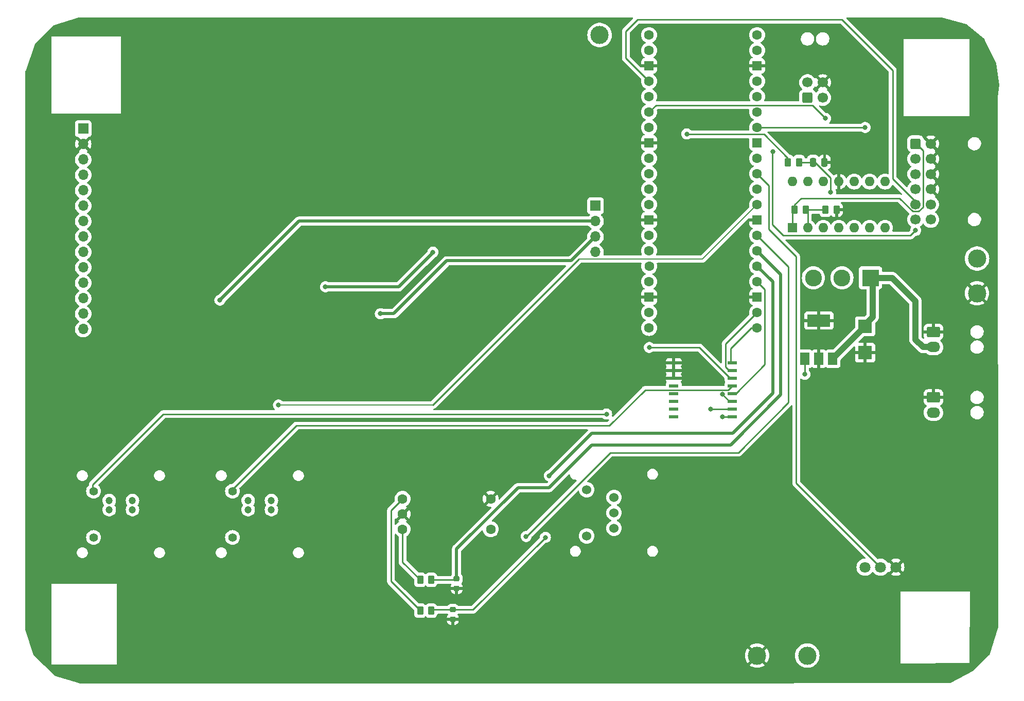
<source format=gbl>
%TF.GenerationSoftware,KiCad,Pcbnew,7.0.7*%
%TF.CreationDate,2024-02-03T16:35:20-08:00*%
%TF.ProjectId,Dyno22,44796e6f-3232-42e6-9b69-6361645f7063,rev?*%
%TF.SameCoordinates,Original*%
%TF.FileFunction,Copper,L2,Bot*%
%TF.FilePolarity,Positive*%
%FSLAX46Y46*%
G04 Gerber Fmt 4.6, Leading zero omitted, Abs format (unit mm)*
G04 Created by KiCad (PCBNEW 7.0.7) date 2024-02-03 16:35:20*
%MOMM*%
%LPD*%
G01*
G04 APERTURE LIST*
G04 Aperture macros list*
%AMRoundRect*
0 Rectangle with rounded corners*
0 $1 Rounding radius*
0 $2 $3 $4 $5 $6 $7 $8 $9 X,Y pos of 4 corners*
0 Add a 4 corners polygon primitive as box body*
4,1,4,$2,$3,$4,$5,$6,$7,$8,$9,$2,$3,0*
0 Add four circle primitives for the rounded corners*
1,1,$1+$1,$2,$3*
1,1,$1+$1,$4,$5*
1,1,$1+$1,$6,$7*
1,1,$1+$1,$8,$9*
0 Add four rect primitives between the rounded corners*
20,1,$1+$1,$2,$3,$4,$5,0*
20,1,$1+$1,$4,$5,$6,$7,0*
20,1,$1+$1,$6,$7,$8,$9,0*
20,1,$1+$1,$8,$9,$2,$3,0*%
G04 Aperture macros list end*
%TA.AperFunction,ComponentPad*%
%ADD10C,3.000000*%
%TD*%
%TA.AperFunction,ComponentPad*%
%ADD11R,1.700000X1.700000*%
%TD*%
%TA.AperFunction,ComponentPad*%
%ADD12O,1.700000X1.700000*%
%TD*%
%TA.AperFunction,ComponentPad*%
%ADD13RoundRect,0.250000X-0.600000X-0.600000X0.600000X-0.600000X0.600000X0.600000X-0.600000X0.600000X0*%
%TD*%
%TA.AperFunction,ComponentPad*%
%ADD14C,1.700000*%
%TD*%
%TA.AperFunction,ComponentPad*%
%ADD15C,1.600200*%
%TD*%
%TA.AperFunction,ComponentPad*%
%ADD16C,1.800000*%
%TD*%
%TA.AperFunction,ComponentPad*%
%ADD17RoundRect,0.250000X0.600000X-0.600000X0.600000X0.600000X-0.600000X0.600000X-0.600000X-0.600000X0*%
%TD*%
%TA.AperFunction,ComponentPad*%
%ADD18C,1.524000*%
%TD*%
%TA.AperFunction,ComponentPad*%
%ADD19C,1.600000*%
%TD*%
%TA.AperFunction,ComponentPad*%
%ADD20RoundRect,0.200000X-0.600000X-0.600000X0.600000X-0.600000X0.600000X0.600000X-0.600000X0.600000X0*%
%TD*%
%TA.AperFunction,ComponentPad*%
%ADD21RoundRect,0.250000X-0.850000X-0.600000X0.850000X-0.600000X0.850000X0.600000X-0.850000X0.600000X0*%
%TD*%
%TA.AperFunction,ComponentPad*%
%ADD22O,2.200000X1.700000*%
%TD*%
%TA.AperFunction,ComponentPad*%
%ADD23C,1.400000*%
%TD*%
%TA.AperFunction,ComponentPad*%
%ADD24C,1.200000*%
%TD*%
%TA.AperFunction,ComponentPad*%
%ADD25R,1.600000X1.600000*%
%TD*%
%TA.AperFunction,ComponentPad*%
%ADD26O,1.600000X1.600000*%
%TD*%
%TA.AperFunction,ComponentPad*%
%ADD27R,2.775000X2.775000*%
%TD*%
%TA.AperFunction,ComponentPad*%
%ADD28C,2.775000*%
%TD*%
%TA.AperFunction,SMDPad,CuDef*%
%ADD29RoundRect,0.250000X0.262500X0.450000X-0.262500X0.450000X-0.262500X-0.450000X0.262500X-0.450000X0*%
%TD*%
%TA.AperFunction,SMDPad,CuDef*%
%ADD30R,1.600200X0.533400*%
%TD*%
%TA.AperFunction,SMDPad,CuDef*%
%ADD31RoundRect,0.250000X-0.262500X-0.450000X0.262500X-0.450000X0.262500X0.450000X-0.262500X0.450000X0*%
%TD*%
%TA.AperFunction,SMDPad,CuDef*%
%ADD32RoundRect,0.225000X0.250000X-0.225000X0.250000X0.225000X-0.250000X0.225000X-0.250000X-0.225000X0*%
%TD*%
%TA.AperFunction,SMDPad,CuDef*%
%ADD33R,1.500000X2.000000*%
%TD*%
%TA.AperFunction,SMDPad,CuDef*%
%ADD34R,3.800000X2.000000*%
%TD*%
%TA.AperFunction,SMDPad,CuDef*%
%ADD35R,2.311400X2.260600*%
%TD*%
%TA.AperFunction,SMDPad,CuDef*%
%ADD36RoundRect,0.250000X-0.250000X-0.475000X0.250000X-0.475000X0.250000X0.475000X-0.250000X0.475000X0*%
%TD*%
%TA.AperFunction,SMDPad,CuDef*%
%ADD37RoundRect,0.225000X-0.250000X0.225000X-0.250000X-0.225000X0.250000X-0.225000X0.250000X0.225000X0*%
%TD*%
%TA.AperFunction,ViaPad*%
%ADD38C,0.800000*%
%TD*%
%TA.AperFunction,Conductor*%
%ADD39C,0.250000*%
%TD*%
%TA.AperFunction,Conductor*%
%ADD40C,0.500000*%
%TD*%
%TA.AperFunction,Conductor*%
%ADD41C,0.200000*%
%TD*%
%TA.AperFunction,Conductor*%
%ADD42C,0.508000*%
%TD*%
%TA.AperFunction,Conductor*%
%ADD43C,1.000000*%
%TD*%
G04 APERTURE END LIST*
D10*
%TO.P,TP2,1,1*%
%TO.N,+5V*%
X191135000Y-137795000D03*
%TD*%
D11*
%TO.P,J2,1,Pin_1*%
%TO.N,+3.3V*%
X72000000Y-51000000D03*
D12*
%TO.P,J2,2,Pin_2*%
%TO.N,Earth*%
X72000000Y-53540000D03*
%TO.P,J2,3,Pin_3*%
%TO.N,/LCD_CS*%
X72000000Y-56080000D03*
%TO.P,J2,4,Pin_4*%
%TO.N,/LCD_RST*%
X72000000Y-58620000D03*
%TO.P,J2,5,Pin_5*%
%TO.N,/LCD_DC*%
X72000000Y-61160000D03*
%TO.P,J2,6,Pin_6*%
%TO.N,/MOSI_0*%
X72000000Y-63700000D03*
%TO.P,J2,7,Pin_7*%
%TO.N,/SCLK_0*%
X72000000Y-66240000D03*
%TO.P,J2,8,Pin_8*%
%TO.N,+3.3V*%
X72000000Y-68780000D03*
%TO.P,J2,9,Pin_9*%
%TO.N,unconnected-(J2-Pin_9-Pad9)*%
X72000000Y-71320000D03*
%TO.P,J2,10,Pin_10*%
%TO.N,/SCLK_1*%
X72000000Y-73860000D03*
%TO.P,J2,11,Pin_11*%
%TO.N,/TOUCH_CS*%
X72000000Y-76400000D03*
%TO.P,J2,12,Pin_12*%
%TO.N,/MOSI_1*%
X72000000Y-78940000D03*
%TO.P,J2,13,Pin_13*%
%TO.N,/MISO_1*%
X72000000Y-81480000D03*
%TO.P,J2,14,Pin_14*%
%TO.N,unconnected-(J2-Pin_14-Pad14)*%
X72000000Y-84020000D03*
D11*
%TO.P,J2,15,Pin_15*%
%TO.N,/SD_CS*%
X156300000Y-63700000D03*
D12*
%TO.P,J2,16,Pin_16*%
%TO.N,/MOSI_1*%
X156300000Y-66240000D03*
%TO.P,J2,17,Pin_17*%
%TO.N,/MISO_1*%
X156300000Y-68780000D03*
%TO.P,J2,18,Pin_18*%
%TO.N,/SCLK_1*%
X156300000Y-71320000D03*
%TD*%
D10*
%TO.P,TP4,1,1*%
%TO.N,Earth*%
X219075000Y-78105000D03*
%TD*%
D13*
%TO.P,J4,1,Pin_1*%
%TO.N,/BPM_CTRL*%
X208955000Y-53460000D03*
D14*
%TO.P,J4,2,Pin_2*%
%TO.N,/FORCE_SIG*%
X208955000Y-55960000D03*
%TO.P,J4,3,Pin_3*%
%TO.N,/OP_SIG*%
X208955000Y-58460000D03*
%TO.P,J4,4,Pin_4*%
%TO.N,/OP_CATHODE*%
X208955000Y-60960000D03*
%TO.P,J4,5,Pin_5*%
%TO.N,/KILL_SW*%
X208955000Y-63460000D03*
%TO.P,J4,6,Pin_6*%
%TO.N,+3.3V*%
X208955000Y-65960000D03*
%TO.P,J4,7,Pin_7*%
%TO.N,Earth*%
X211455000Y-53460000D03*
%TO.P,J4,8,Pin_8*%
X211455000Y-55960000D03*
%TO.P,J4,9,Pin_9*%
X211455000Y-58460000D03*
%TO.P,J4,10,Pin_10*%
X211455000Y-60960000D03*
%TO.P,J4,11,Pin_11*%
%TO.N,+5V*%
X211455000Y-63460000D03*
%TO.P,J4,12,Pin_12*%
X211455000Y-65960000D03*
%TD*%
D10*
%TO.P,TP5,1,1*%
%TO.N,Earth*%
X182880000Y-137795000D03*
%TD*%
D15*
%TO.P,Encoder,1,1*%
%TO.N,Earth*%
X139055000Y-111975000D03*
%TO.P,Encoder,2,2*%
%TO.N,/ROT_EN_SW*%
X139055000Y-116975000D03*
%TO.P,Encoder,A,A*%
%TO.N,Net-(Encoder1-PadA)*%
X124555000Y-111975000D03*
%TO.P,Encoder,B,B*%
%TO.N,Earth*%
X124555000Y-114475000D03*
%TO.P,Encoder,C,C*%
%TO.N,Net-(Encoder1-PadC)*%
X124555000Y-116975000D03*
%TD*%
D16*
%TO.P,RV1,1,1*%
%TO.N,Earth*%
X205725000Y-123230000D03*
%TO.P,RV1,2,2*%
%TO.N,/BPM_CTRL_IN*%
X203185000Y-123230000D03*
%TO.P,RV1,3,3*%
%TO.N,+3.3V*%
X200645000Y-123230000D03*
%TD*%
D17*
%TO.P,J7,1,Pin_1*%
%TO.N,/UART_RX*%
X191175000Y-45875000D03*
D14*
%TO.P,J7,2,Pin_2*%
%TO.N,/UART_TX*%
X193675000Y-45875000D03*
%TO.P,J7,3,Pin_3*%
%TO.N,+3.3V*%
X191175000Y-43375000D03*
%TO.P,J7,4,Pin_4*%
%TO.N,Earth*%
X193675000Y-43375000D03*
%TD*%
D18*
%TO.P,S3,1,1*%
%TO.N,+3.3V*%
X154835000Y-118085000D03*
%TO.P,S3,2,2*%
%TO.N,/BTN_BRAKE*%
X154835000Y-110465000D03*
%TO.P,S3,L1,L1_Y*%
%TO.N,Net-(S3-L1_Y)*%
X159335000Y-116815000D03*
%TO.P,S3,L2,L2_G*%
%TO.N,unconnected-(S3-L2_G-PadL2)*%
X159335000Y-111735000D03*
%TO.P,S3,LC,LC*%
%TO.N,+3.3V*%
X159335000Y-114275000D03*
%TD*%
D19*
%TO.P,A1,1,GP0*%
%TO.N,/UART_TX*%
X165100000Y-35560000D03*
%TO.P,A1,2,GP1*%
%TO.N,/UART_RX*%
X165100000Y-38100000D03*
D20*
%TO.P,A1,3,GND*%
%TO.N,Earth*%
X165100000Y-40640000D03*
D19*
%TO.P,A1,4,GP2*%
%TO.N,/KILL_SW*%
X165100000Y-43180000D03*
%TO.P,A1,5,GP3*%
%TO.N,/BPM_CTRL_OUT*%
X165100000Y-45720000D03*
%TO.P,A1,6,GP4*%
%TO.N,/OP_IN*%
X165100000Y-48260000D03*
%TO.P,A1,7,GP5*%
%TO.N,/LCD_CS*%
X165100000Y-50800000D03*
D20*
%TO.P,A1,8,GND*%
%TO.N,Earth*%
X165100000Y-53340000D03*
D19*
%TO.P,A1,9,GP6*%
%TO.N,/LCD_RST*%
X165100000Y-55880000D03*
%TO.P,A1,10,GP7*%
%TO.N,/LCD_DC*%
X165100000Y-58420000D03*
%TO.P,A1,11,GP8*%
%TO.N,/SD_CS*%
X165100000Y-60960000D03*
%TO.P,A1,12,GP9*%
%TO.N,/MOSI_1*%
X165100000Y-63500000D03*
D20*
%TO.P,A1,13,GND*%
%TO.N,Earth*%
X165100000Y-66040000D03*
D19*
%TO.P,A1,14,GP10*%
%TO.N,/MISO_1*%
X165100000Y-68580000D03*
%TO.P,A1,15,GP11*%
%TO.N,/SCLK_1*%
X165100000Y-71120000D03*
%TO.P,A1,16,GP12*%
%TO.N,/MOSI_0*%
X165141881Y-73660000D03*
%TO.P,A1,17,GP13*%
%TO.N,/SCLK_0*%
X165100000Y-76200000D03*
D20*
%TO.P,A1,18,GND*%
%TO.N,Earth*%
X165100000Y-78740000D03*
D19*
%TO.P,A1,19,GP14*%
%TO.N,/TOUCH_CS*%
X165100000Y-81280000D03*
%TO.P,A1,20,GP15*%
%TO.N,/ROT_EN_SW*%
X165100000Y-83820000D03*
%TO.P,A1,21,GP16*%
%TO.N,/DEMUX_S1*%
X182880000Y-83820000D03*
%TO.P,A1,22,GP17*%
%TO.N,/DEMUX_S0*%
X182880000Y-81280000D03*
D20*
%TO.P,A1,23,GND*%
%TO.N,Earth*%
X182880000Y-78740000D03*
D19*
%TO.P,A1,24,GP18*%
%TO.N,/DEMUX_OUT*%
X182880000Y-76200000D03*
%TO.P,A1,25,GP19*%
%TO.N,/ROT_EN_A*%
X182880000Y-73660000D03*
%TO.P,A1,26,GP20*%
%TO.N,/ROT_EN_B*%
X182880000Y-71120000D03*
%TO.P,A1,27,GP21*%
%TO.N,/LED_SELECT*%
X182880000Y-68580000D03*
D20*
%TO.P,A1,28,GND*%
%TO.N,Earth*%
X182880000Y-66040000D03*
D19*
%TO.P,A1,29,GP22*%
%TO.N,/LED_BACK*%
X182880000Y-63500000D03*
%TO.P,A1,30,RUN*%
%TO.N,unconnected-(A1-RUN-Pad30)*%
X182880000Y-60960000D03*
%TO.P,A1,31,GP26*%
%TO.N,/BPM_CTRL_IN*%
X182880000Y-58420000D03*
%TO.P,A1,32,GP27*%
%TO.N,/LED_BRAKE*%
X182880000Y-55880000D03*
D20*
%TO.P,A1,33,AGND*%
%TO.N,unconnected-(A1-AGND-Pad33)*%
X182880000Y-53340000D03*
D19*
%TO.P,A1,34,GP28*%
%TO.N,/FORCE_IN*%
X182880000Y-50800000D03*
%TO.P,A1,35,ADC_VREF*%
%TO.N,unconnected-(A1-ADC_VREF-Pad35)*%
X182880000Y-48260000D03*
%TO.P,A1,36,3V3_OUT*%
%TO.N,+3.3V*%
X182880000Y-45720000D03*
%TO.P,A1,37,3V3_EN*%
%TO.N,unconnected-(A1-3V3_EN-Pad37)*%
X182880000Y-43180000D03*
D20*
%TO.P,A1,38,GND*%
%TO.N,Earth*%
X182880000Y-40640000D03*
D19*
%TO.P,A1,39,VSYS*%
%TO.N,+5V*%
X182880000Y-38100000D03*
%TO.P,A1,40,VBUS*%
%TO.N,unconnected-(A1-VBUS-Pad40)*%
X182880000Y-35560000D03*
%TD*%
D21*
%TO.P,J3,1,Pin_1*%
%TO.N,Earth*%
X211895000Y-84475000D03*
D22*
%TO.P,J3,2,Pin_2*%
%TO.N,+24V*%
X211895000Y-86975000D03*
%TD*%
D10*
%TO.P,TP3,1,1*%
%TO.N,+3.3V*%
X156972000Y-35560000D03*
%TD*%
D23*
%TO.P,Back,1,COM*%
%TO.N,+3.3V*%
X73700000Y-118325000D03*
D24*
%TO.P,Back,2,COMMON_ANODE*%
X76290000Y-113755000D03*
%TO.P,Back,3,K_B*%
%TO.N,unconnected-(S1-K_B-Pad3)*%
X76290000Y-112235000D03*
%TO.P,Back,4,K_R*%
%TO.N,Net-(S1-K_R)*%
X80110000Y-112235000D03*
%TO.P,Back,5,K_G*%
%TO.N,unconnected-(S1-K_G-Pad5)*%
X80110000Y-113755000D03*
D23*
%TO.P,Back,A1,NO*%
%TO.N,/BTN_BACK*%
X73700000Y-110705000D03*
%TD*%
D10*
%TO.P,TP1,1,1*%
%TO.N,/20V_IN*%
X219075000Y-72390000D03*
%TD*%
D23*
%TO.P,Select,1,COM*%
%TO.N,+3.3V*%
X96560000Y-118325000D03*
D24*
%TO.P,Select,2,COMMON_ANODE*%
X99150000Y-113755000D03*
%TO.P,Select,3,K_B*%
%TO.N,Net-(S2-K_B)*%
X99150000Y-112235000D03*
%TO.P,Select,4,K_R*%
%TO.N,unconnected-(S2-K_R-Pad4)*%
X102970000Y-112235000D03*
%TO.P,Select,5,K_G*%
%TO.N,unconnected-(S2-K_G-Pad5)*%
X102970000Y-113755000D03*
D23*
%TO.P,Select,A1,NO*%
%TO.N,/BTN_SELECT*%
X96560000Y-110705000D03*
%TD*%
D25*
%TO.P,U2,1*%
%TO.N,/BPM_CTRL*%
X188690000Y-67310000D03*
D26*
%TO.P,U2,2,-*%
%TO.N,Net-(U2--)*%
X191230000Y-67310000D03*
%TO.P,U2,3,+*%
%TO.N,Net-(U2-+)*%
X193770000Y-67310000D03*
%TO.P,U2,4,V+*%
%TO.N,+24V*%
X196310000Y-67310000D03*
%TO.P,U2,5*%
%TO.N,N/C*%
X198850000Y-67310000D03*
%TO.P,U2,6*%
X201390000Y-67310000D03*
%TO.P,U2,7*%
X203930000Y-67310000D03*
%TO.P,U2,8*%
X203930000Y-59690000D03*
%TO.P,U2,9*%
X201390000Y-59690000D03*
%TO.P,U2,10*%
X198850000Y-59690000D03*
%TO.P,U2,11,V-*%
%TO.N,Earth*%
X196310000Y-59690000D03*
%TO.P,U2,12*%
%TO.N,N/C*%
X193770000Y-59690000D03*
%TO.P,U2,13*%
X191230000Y-59690000D03*
%TO.P,U2,14*%
X188690000Y-59690000D03*
%TD*%
D21*
%TO.P,J1,1,Pin_1*%
%TO.N,Earth*%
X211895000Y-95270000D03*
D22*
%TO.P,J1,2,Pin_2*%
%TO.N,/20V_IN*%
X211895000Y-97770000D03*
%TD*%
D27*
%TO.P,ON/OFF,1,A*%
%TO.N,+24V*%
X201550000Y-75565000D03*
D28*
%TO.P,ON/OFF,2,B*%
%TO.N,Net-(SW1-B)*%
X196850000Y-75565000D03*
%TO.P,ON/OFF,3,C*%
%TO.N,unconnected-(SW1-C-Pad3)*%
X192150000Y-75565000D03*
%TD*%
D29*
%TO.P,R19,1*%
%TO.N,/ROT_EN_A*%
X129277500Y-130390000D03*
%TO.P,R19,2*%
%TO.N,Net-(Encoder1-PadA)*%
X127452500Y-130390000D03*
%TD*%
D30*
%TO.P,U3,1,Y0*%
%TO.N,unconnected-(U3-Y0-Pad1)*%
X169164000Y-98425000D03*
%TO.P,U3,2,Y2*%
%TO.N,unconnected-(U3-Y2-Pad2)*%
X169164000Y-97155000D03*
%TO.P,U3,3,Y*%
%TO.N,unconnected-(U3-Y-Pad3)*%
X169164000Y-95885000D03*
%TO.P,U3,4,Y3*%
%TO.N,unconnected-(U3-Y3-Pad4)*%
X169164000Y-94615000D03*
%TO.P,U3,5,Y1*%
%TO.N,unconnected-(U3-Y1-Pad5)*%
X169164000Y-93345000D03*
%TO.P,U3,6,ENABLE*%
%TO.N,Earth*%
X169164000Y-92075000D03*
%TO.P,U3,7,VEE*%
X169164000Y-90805000D03*
%TO.P,U3,8,GND*%
X169164000Y-89535000D03*
%TO.P,U3,9,B*%
%TO.N,/DEMUX_S1*%
X178816000Y-89535000D03*
%TO.P,U3,10,A*%
%TO.N,/DEMUX_S0*%
X178816000Y-90805000D03*
%TO.P,U3,11,X3*%
%TO.N,/ROT_EN_SW*%
X178816000Y-92075000D03*
%TO.P,U3,12,X0*%
%TO.N,/BTN_SELECT*%
X178816000Y-93345000D03*
%TO.P,U3,13,X*%
%TO.N,/DEMUX_OUT*%
X178816000Y-94615000D03*
%TO.P,U3,14,X1*%
%TO.N,/BTN_BACK*%
X178816000Y-95885000D03*
%TO.P,U3,15,X2*%
%TO.N,/BTN_BRAKE*%
X178816000Y-97155000D03*
%TO.P,U3,16,VCC*%
%TO.N,+3.3V*%
X178816000Y-98425000D03*
%TD*%
D31*
%TO.P,R12,1*%
%TO.N,Net-(U2--)*%
X194127500Y-64350000D03*
%TO.P,R12,2*%
%TO.N,Earth*%
X195952500Y-64350000D03*
%TD*%
D32*
%TO.P,C6,1*%
%TO.N,Earth*%
X132810000Y-131800000D03*
%TO.P,C6,2*%
%TO.N,/ROT_EN_A*%
X132810000Y-130250000D03*
%TD*%
D29*
%TO.P,R8,1*%
%TO.N,Net-(U2-+)*%
X189785000Y-56515000D03*
%TO.P,R8,2*%
%TO.N,/BPM_CTRL_OUT*%
X187960000Y-56515000D03*
%TD*%
%TO.P,R20,1*%
%TO.N,/ROT_EN_B*%
X129277500Y-125310000D03*
%TO.P,R20,2*%
%TO.N,Net-(Encoder1-PadC)*%
X127452500Y-125310000D03*
%TD*%
D33*
%TO.P,U1,1,VI*%
%TO.N,+24V*%
X195340000Y-88900000D03*
%TO.P,U1,2,GND*%
%TO.N,Earth*%
X193040000Y-88900000D03*
D34*
X193040000Y-82600000D03*
D33*
%TO.P,U1,3,VO*%
%TO.N,+5V*%
X190740000Y-88900000D03*
%TD*%
D35*
%TO.P,C2,1*%
%TO.N,+24V*%
X200660000Y-83553300D03*
%TO.P,C2,2*%
%TO.N,Earth*%
X200660000Y-87896700D03*
%TD*%
D36*
%TO.P,C4,1*%
%TO.N,Net-(U2-+)*%
X192090000Y-56515000D03*
%TO.P,C4,2*%
%TO.N,Earth*%
X193990000Y-56515000D03*
%TD*%
D29*
%TO.P,R15,1*%
%TO.N,Net-(U2--)*%
X190872500Y-64350000D03*
%TO.P,R15,2*%
%TO.N,/BPM_CTRL*%
X189047500Y-64350000D03*
%TD*%
D37*
%TO.P,C7,1*%
%TO.N,/ROT_EN_B*%
X133445000Y-125170000D03*
%TO.P,C7,2*%
%TO.N,Earth*%
X133445000Y-126720000D03*
%TD*%
D38*
%TO.N,/ROT_EN_A*%
X148050000Y-118325000D03*
X148685000Y-108165000D03*
%TO.N,+3.3V*%
X177165000Y-98425000D03*
%TO.N,Earth*%
X199485000Y-63715000D03*
X198120000Y-99060000D03*
X203835000Y-89535000D03*
%TO.N,/OP_IN*%
X194137277Y-49298671D03*
%TO.N,/BPM_CTRL_OUT*%
X171325538Y-51867974D03*
%TO.N,/BTN_BRAKE*%
X175260000Y-97155000D03*
%TO.N,/LED_BACK*%
X104140000Y-96520000D03*
%TO.N,/LED_SELECT*%
X144874798Y-118172970D03*
%TO.N,/MISO_1*%
X120900000Y-81480000D03*
%TO.N,/SCLK_1*%
X129540000Y-71335000D03*
X111855000Y-77050000D03*
%TO.N,/MOSI_1*%
X94488000Y-79248000D03*
%TO.N,/FORCE_IN*%
X200660000Y-50803487D03*
%TO.N,+5V*%
X185456200Y-54767123D03*
X190727627Y-91467528D03*
X208964960Y-67739366D03*
%TO.N,Net-(U2-+)*%
X194971664Y-61493259D03*
%TO.N,/BTN_BACK*%
X177165000Y-94747800D03*
X158115000Y-98005000D03*
%TO.N,/ROT_EN_SW*%
X165138493Y-87033493D03*
%TD*%
D39*
%TO.N,/DEMUX_S1*%
X178530000Y-87210000D02*
X178530000Y-89249000D01*
X178530000Y-89249000D02*
X178816000Y-89535000D01*
X181920000Y-83820000D02*
X178530000Y-87210000D01*
X182880000Y-83820000D02*
X181920000Y-83820000D01*
D40*
%TO.N,/ROT_EN_A*%
X155670000Y-101180000D02*
X148685000Y-108165000D01*
X185450000Y-94585000D02*
X178855000Y-101180000D01*
X178855000Y-101180000D02*
X155670000Y-101180000D01*
X185450000Y-76230000D02*
X185450000Y-94585000D01*
X182880000Y-73660000D02*
X185450000Y-76230000D01*
D39*
%TO.N,/BTN_BACK*%
X158115000Y-98005000D02*
X85185000Y-98005000D01*
X85185000Y-98005000D02*
X73555000Y-109635000D01*
X73555000Y-109635000D02*
X73555000Y-110465000D01*
D40*
%TO.N,/SCLK_1*%
X129540000Y-71430000D02*
X129540000Y-71335000D01*
X123920000Y-77050000D02*
X129540000Y-71430000D01*
X111855000Y-77050000D02*
X123920000Y-77050000D01*
%TO.N,/ROT_EN_B*%
X178530000Y-103085000D02*
X186785000Y-94830000D01*
X148638972Y-110116028D02*
X155670000Y-103085000D01*
X143558972Y-110116028D02*
X148638972Y-110116028D01*
X133445000Y-120230000D02*
X143558972Y-110116028D01*
X155670000Y-103085000D02*
X178530000Y-103085000D01*
X133445000Y-125170000D02*
X133445000Y-120230000D01*
X186785000Y-94830000D02*
X186785000Y-75025000D01*
X186785000Y-75025000D02*
X182880000Y-71120000D01*
D39*
%TO.N,Net-(Encoder1-PadA)*%
X122650000Y-113880000D02*
X124555000Y-111975000D01*
X122650000Y-125587500D02*
X122650000Y-113880000D01*
X127452500Y-130390000D02*
X122650000Y-125587500D01*
%TO.N,/ROT_EN_A*%
X129417500Y-130250000D02*
X129277500Y-130390000D01*
X132810000Y-130250000D02*
X129417500Y-130250000D01*
X136125000Y-130250000D02*
X148050000Y-118325000D01*
X132810000Y-130250000D02*
X136125000Y-130250000D01*
%TO.N,/LED_SELECT*%
X188055000Y-73755000D02*
X188055000Y-96100000D01*
X188055000Y-96100000D02*
X179800000Y-104355000D01*
X182880000Y-68580000D02*
X188055000Y-73755000D01*
X179800000Y-104355000D02*
X158728122Y-104355000D01*
X158728122Y-104355000D02*
X144910152Y-118172970D01*
X144910152Y-118172970D02*
X144874798Y-118172970D01*
%TO.N,/BPM_CTRL_IN*%
X189325000Y-109370000D02*
X203185000Y-123230000D01*
X189325000Y-72078414D02*
X189325000Y-109370000D01*
X184785000Y-67538414D02*
X189325000Y-72078414D01*
X184785000Y-60325000D02*
X184785000Y-67538414D01*
X182880000Y-58420000D02*
X184785000Y-60325000D01*
%TO.N,+3.3V*%
X178816000Y-98425000D02*
X177165000Y-98425000D01*
%TO.N,Earth*%
X190740000Y-82600000D02*
X190740000Y-82350000D01*
X198850000Y-64350000D02*
X199485000Y-63715000D01*
X195952500Y-64350000D02*
X198850000Y-64350000D01*
X169697400Y-90805000D02*
X169164000Y-90805000D01*
%TO.N,/OP_IN*%
X191973606Y-47135000D02*
X166225000Y-47135000D01*
X166225000Y-47135000D02*
X165100000Y-48260000D01*
X194137277Y-49298671D02*
X191973606Y-47135000D01*
%TO.N,/BPM_CTRL_OUT*%
X171125634Y-51925000D02*
X171105312Y-51904678D01*
X171268512Y-51925000D02*
X171125634Y-51925000D01*
X187960000Y-55880000D02*
X184005000Y-51925000D01*
X184005000Y-51925000D02*
X171382564Y-51925000D01*
X171325538Y-51867974D02*
X171268512Y-51925000D01*
D40*
X165280000Y-46225000D02*
X165280000Y-45750000D01*
D39*
X171382564Y-51925000D02*
X171325538Y-51867974D01*
X187960000Y-56515000D02*
X187960000Y-55880000D01*
%TO.N,/BTN_BRAKE*%
X175260000Y-97155000D02*
X178816000Y-97155000D01*
D41*
%TO.N,/LED_BACK*%
X182880000Y-63500000D02*
X173910000Y-72470000D01*
D39*
X153590000Y-72470000D02*
X129540000Y-96520000D01*
D41*
X173910000Y-72470000D02*
X153590000Y-72470000D01*
X129540000Y-96520000D02*
X104140000Y-96520000D01*
%TO.N,/LED_SELECT*%
X144874798Y-118172970D02*
X144723120Y-118172970D01*
D40*
%TO.N,/MISO_1*%
X120900000Y-81480000D02*
X123120000Y-81480000D01*
X123120000Y-81480000D02*
X131838424Y-72761576D01*
X131838424Y-72761576D02*
X152318424Y-72761576D01*
X152318424Y-72761576D02*
X156300000Y-68780000D01*
D42*
%TO.N,/MOSI_1*%
X107496000Y-66240000D02*
X156300000Y-66240000D01*
X94488000Y-79248000D02*
X107496000Y-66240000D01*
D39*
%TO.N,/FORCE_IN*%
X200656513Y-50800000D02*
X182880000Y-50800000D01*
X200660000Y-50803487D02*
X200656513Y-50800000D01*
%TO.N,/ROT_EN_B*%
X129277500Y-125310000D02*
X133305000Y-125310000D01*
X133305000Y-125310000D02*
X133445000Y-125170000D01*
%TO.N,+5V*%
X190740000Y-91455155D02*
X190740000Y-88900000D01*
X208124326Y-68580000D02*
X187205000Y-68580000D01*
X185420000Y-54803323D02*
X185456200Y-54767123D01*
X187205000Y-68580000D02*
X185420000Y-66795000D01*
X185420000Y-66795000D02*
X185420000Y-54803323D01*
X190727627Y-91467528D02*
X190740000Y-91455155D01*
X208964960Y-67739366D02*
X208124326Y-68580000D01*
D43*
%TO.N,+24V*%
X208915000Y-85725000D02*
X210165000Y-86975000D01*
D39*
X200660000Y-83580000D02*
X200660000Y-83553300D01*
D43*
X210165000Y-86975000D02*
X211895000Y-86975000D01*
X205105000Y-75565000D02*
X208915000Y-79375000D01*
X195340000Y-88900000D02*
X200660000Y-83580000D01*
X201930000Y-75945000D02*
X201550000Y-75565000D01*
X201930000Y-81992500D02*
X201930000Y-75945000D01*
D39*
X195340000Y-88875000D02*
X195340000Y-88582500D01*
D43*
X200660000Y-83262500D02*
X201930000Y-81992500D01*
X201550000Y-75565000D02*
X205105000Y-75565000D01*
X208915000Y-79375000D02*
X208915000Y-85725000D01*
D39*
%TO.N,Net-(U2-+)*%
X189785000Y-56515000D02*
X192090000Y-56515000D01*
X194971664Y-61493259D02*
X194971664Y-59081664D01*
X194971664Y-59081664D02*
X192405000Y-56515000D01*
X192405000Y-56515000D02*
X192090000Y-56515000D01*
%TO.N,/BPM_CTRL*%
X189047500Y-64350000D02*
X189047500Y-63500000D01*
X206278299Y-62445000D02*
X208468299Y-64635000D01*
X210185000Y-54570000D02*
X208955000Y-53340000D01*
X190102500Y-62445000D02*
X206278299Y-62445000D01*
X189047500Y-64350000D02*
X188690000Y-64707500D01*
X209441701Y-64635000D02*
X210185000Y-63891701D01*
X210185000Y-63891701D02*
X210185000Y-54570000D01*
X189047500Y-63500000D02*
X190102500Y-62445000D01*
X188690000Y-64707500D02*
X188690000Y-67310000D01*
X208468299Y-64635000D02*
X209441701Y-64635000D01*
%TO.N,/DEMUX_S0*%
X178282600Y-90805000D02*
X177690900Y-90213300D01*
X177690900Y-86469100D02*
X182880000Y-81280000D01*
X178816000Y-90805000D02*
X179349400Y-90805000D01*
X178816000Y-90805000D02*
X178282600Y-90805000D01*
X177690900Y-90213300D02*
X177690900Y-86469100D01*
%TO.N,/DEMUX_S1*%
X182920000Y-83820000D02*
X182880000Y-83820000D01*
%TO.N,/DEMUX_OUT*%
X178816000Y-94615000D02*
X179349400Y-94615000D01*
X179349400Y-94615000D02*
X184150000Y-89814400D01*
X184150000Y-89814400D02*
X184150000Y-77470000D01*
X184150000Y-77470000D02*
X182880000Y-76200000D01*
%TO.N,Net-(U2--)*%
X190872500Y-64350000D02*
X194127500Y-64350000D01*
X191230000Y-64707500D02*
X191230000Y-67310000D01*
X190872500Y-64350000D02*
X191230000Y-64707500D01*
%TO.N,/BTN_BACK*%
X177165000Y-94747800D02*
X178302200Y-95885000D01*
X178302200Y-95885000D02*
X178816000Y-95885000D01*
%TO.N,/BTN_SELECT*%
X96520000Y-110465000D02*
X107084997Y-99900003D01*
X164453096Y-94023300D02*
X178137700Y-94023300D01*
X178137700Y-94023300D02*
X178816000Y-93345000D01*
X158576393Y-99900003D02*
X164453096Y-94023300D01*
X107084997Y-99900003D02*
X116349997Y-99900003D01*
X116349997Y-99900003D02*
X158576393Y-99900003D01*
%TO.N,/ROT_EN_SW*%
X178435000Y-92075000D02*
X178816000Y-92075000D01*
X165138493Y-87033493D02*
X165100000Y-86995000D01*
X173393493Y-87033493D02*
X178435000Y-92075000D01*
X165138493Y-87033493D02*
X173393493Y-87033493D01*
%TO.N,/KILL_SW*%
X163195000Y-33020000D02*
X161290000Y-34925000D01*
X196850000Y-33020000D02*
X163195000Y-33020000D01*
X205200000Y-41370000D02*
X196850000Y-33020000D01*
X165100000Y-43813604D02*
X165100000Y-43180000D01*
X161290000Y-34925000D02*
X161290000Y-39370000D01*
X208955000Y-63025000D02*
X205200000Y-59270000D01*
X161290000Y-39370000D02*
X165100000Y-43180000D01*
X208955000Y-63340000D02*
X208955000Y-63025000D01*
X205200000Y-59270000D02*
X205200000Y-41370000D01*
%TO.N,Net-(Encoder1-PadC)*%
X124555000Y-122412500D02*
X127452500Y-125310000D01*
X124555000Y-116975000D02*
X124555000Y-122412500D01*
%TD*%
%TA.AperFunction,Conductor*%
%TO.N,Earth*%
G36*
X162436273Y-32670185D02*
G01*
X162482028Y-32722989D01*
X162491972Y-32792147D01*
X162462947Y-32855703D01*
X162456915Y-32862181D01*
X160901179Y-34417914D01*
X160888820Y-34427818D01*
X160888993Y-34428027D01*
X160882983Y-34432999D01*
X160835015Y-34484079D01*
X160813872Y-34505222D01*
X160813857Y-34505239D01*
X160809531Y-34510814D01*
X160805747Y-34515244D01*
X160773419Y-34549671D01*
X160773412Y-34549681D01*
X160763579Y-34567567D01*
X160752903Y-34583820D01*
X160740386Y-34599957D01*
X160740385Y-34599959D01*
X160721625Y-34643310D01*
X160719055Y-34648556D01*
X160696303Y-34689941D01*
X160696303Y-34689942D01*
X160691225Y-34709720D01*
X160684925Y-34728122D01*
X160676818Y-34746857D01*
X160669431Y-34793495D01*
X160668246Y-34799216D01*
X160656500Y-34844965D01*
X160656499Y-34844973D01*
X160656499Y-34865388D01*
X160654973Y-34884779D01*
X160651780Y-34904941D01*
X160651780Y-34904942D01*
X160656225Y-34951966D01*
X160656500Y-34957804D01*
X160656500Y-39286366D01*
X160654761Y-39302113D01*
X160655032Y-39302139D01*
X160654298Y-39309905D01*
X160656500Y-39379957D01*
X160656500Y-39409859D01*
X160657384Y-39416856D01*
X160657842Y-39422679D01*
X160659326Y-39469889D01*
X160659327Y-39469891D01*
X160665022Y-39489495D01*
X160668967Y-39508542D01*
X160671526Y-39528797D01*
X160671527Y-39528800D01*
X160671528Y-39528803D01*
X160688914Y-39572716D01*
X160690806Y-39578244D01*
X160703981Y-39623592D01*
X160714372Y-39641162D01*
X160722932Y-39658635D01*
X160730447Y-39677617D01*
X160758209Y-39715827D01*
X160761416Y-39720710D01*
X160785458Y-39761362D01*
X160785462Y-39761366D01*
X160799889Y-39775793D01*
X160812526Y-39790588D01*
X160824528Y-39807107D01*
X160860931Y-39837222D01*
X160865231Y-39841135D01*
X162341410Y-41317314D01*
X163791664Y-42767568D01*
X163825149Y-42828891D01*
X163823758Y-42887341D01*
X163806459Y-42951904D01*
X163806456Y-42951918D01*
X163786502Y-43179998D01*
X163786502Y-43180001D01*
X163806456Y-43408081D01*
X163806457Y-43408089D01*
X163865714Y-43629238D01*
X163865718Y-43629249D01*
X163953554Y-43817614D01*
X163962477Y-43836749D01*
X164093802Y-44024300D01*
X164255700Y-44186198D01*
X164443251Y-44317523D01*
X164486345Y-44337618D01*
X164538784Y-44383791D01*
X164557936Y-44450984D01*
X164537720Y-44517865D01*
X164486345Y-44562382D01*
X164443251Y-44582476D01*
X164359276Y-44641277D01*
X164255700Y-44713802D01*
X164255698Y-44713803D01*
X164255695Y-44713806D01*
X164093806Y-44875695D01*
X163962476Y-45063252D01*
X163962475Y-45063254D01*
X163865718Y-45270750D01*
X163865714Y-45270761D01*
X163806457Y-45491910D01*
X163806456Y-45491918D01*
X163786502Y-45719998D01*
X163786502Y-45720001D01*
X163806456Y-45948081D01*
X163806457Y-45948089D01*
X163865714Y-46169238D01*
X163865718Y-46169249D01*
X163954598Y-46359853D01*
X163962477Y-46376749D01*
X164093802Y-46564300D01*
X164255700Y-46726198D01*
X164443251Y-46857522D01*
X164443251Y-46857523D01*
X164486345Y-46877618D01*
X164538784Y-46923791D01*
X164557936Y-46990984D01*
X164537720Y-47057865D01*
X164486345Y-47102382D01*
X164443251Y-47122476D01*
X164369006Y-47174464D01*
X164255700Y-47253802D01*
X164255698Y-47253803D01*
X164255695Y-47253806D01*
X164093806Y-47415695D01*
X163962476Y-47603252D01*
X163962475Y-47603254D01*
X163865718Y-47810750D01*
X163865714Y-47810761D01*
X163806457Y-48031910D01*
X163806456Y-48031918D01*
X163786502Y-48259998D01*
X163786502Y-48260001D01*
X163806456Y-48488081D01*
X163806457Y-48488089D01*
X163865714Y-48709238D01*
X163865718Y-48709249D01*
X163952335Y-48895000D01*
X163962477Y-48916749D01*
X164093802Y-49104300D01*
X164255700Y-49266198D01*
X164443251Y-49397523D01*
X164486345Y-49417618D01*
X164538783Y-49463788D01*
X164557936Y-49530981D01*
X164537721Y-49597863D01*
X164486347Y-49642380D01*
X164443252Y-49662476D01*
X164443249Y-49662477D01*
X164443251Y-49662477D01*
X164255700Y-49793802D01*
X164255698Y-49793803D01*
X164255695Y-49793806D01*
X164093806Y-49955695D01*
X164093803Y-49955698D01*
X164093802Y-49955700D01*
X164034218Y-50040795D01*
X163962476Y-50143252D01*
X163962475Y-50143254D01*
X163865718Y-50350750D01*
X163865714Y-50350761D01*
X163806457Y-50571910D01*
X163806456Y-50571918D01*
X163786502Y-50799998D01*
X163786502Y-50800001D01*
X163806456Y-51028081D01*
X163806457Y-51028089D01*
X163865714Y-51249238D01*
X163865718Y-51249249D01*
X163960815Y-51453185D01*
X163962477Y-51456749D01*
X164093802Y-51644300D01*
X164255700Y-51806198D01*
X164322351Y-51852868D01*
X164365975Y-51907444D01*
X164373167Y-51976942D01*
X164341645Y-52039297D01*
X164288118Y-52072826D01*
X164210602Y-52096981D01*
X164065122Y-52184927D01*
X163944927Y-52305122D01*
X163856980Y-52450604D01*
X163806409Y-52612893D01*
X163800000Y-52683427D01*
X163800000Y-53090000D01*
X164486653Y-53090000D01*
X164553692Y-53109685D01*
X164599447Y-53162489D01*
X164609391Y-53231647D01*
X164605631Y-53248933D01*
X164600000Y-53268111D01*
X164600000Y-53411888D01*
X164605631Y-53431067D01*
X164605630Y-53500936D01*
X164567855Y-53559714D01*
X164504299Y-53588738D01*
X164486653Y-53590000D01*
X163800001Y-53590000D01*
X163800001Y-53996582D01*
X163806408Y-54067102D01*
X163806409Y-54067107D01*
X163856981Y-54229396D01*
X163944927Y-54374877D01*
X164065122Y-54495072D01*
X164210600Y-54583017D01*
X164288117Y-54607172D01*
X164346265Y-54645910D01*
X164374239Y-54709935D01*
X164363158Y-54778920D01*
X164322351Y-54827132D01*
X164255699Y-54873802D01*
X164093806Y-55035695D01*
X164093803Y-55035698D01*
X164093802Y-55035700D01*
X164032868Y-55122723D01*
X163962476Y-55223252D01*
X163962475Y-55223254D01*
X163865718Y-55430750D01*
X163865714Y-55430761D01*
X163806457Y-55651910D01*
X163806456Y-55651918D01*
X163786502Y-55879998D01*
X163786502Y-55880001D01*
X163806456Y-56108081D01*
X163806457Y-56108089D01*
X163865714Y-56329238D01*
X163865718Y-56329249D01*
X163924521Y-56455352D01*
X163962477Y-56536749D01*
X164093802Y-56724300D01*
X164255700Y-56886198D01*
X164443251Y-57017523D01*
X164486345Y-57037618D01*
X164538783Y-57083788D01*
X164557936Y-57150981D01*
X164537721Y-57217863D01*
X164486347Y-57262380D01*
X164443252Y-57282476D01*
X164432271Y-57290165D01*
X164255700Y-57413802D01*
X164255698Y-57413803D01*
X164255695Y-57413806D01*
X164093806Y-57575695D01*
X164093803Y-57575698D01*
X164093802Y-57575700D01*
X164022888Y-57676975D01*
X163962476Y-57763252D01*
X163962475Y-57763254D01*
X163865718Y-57970750D01*
X163865714Y-57970761D01*
X163806457Y-58191910D01*
X163806456Y-58191918D01*
X163786502Y-58419998D01*
X163786502Y-58420001D01*
X163806456Y-58648081D01*
X163806457Y-58648089D01*
X163865714Y-58869238D01*
X163865718Y-58869249D01*
X163962475Y-59076745D01*
X163962477Y-59076749D01*
X164093802Y-59264300D01*
X164255700Y-59426198D01*
X164443251Y-59557522D01*
X164443251Y-59557523D01*
X164486345Y-59577618D01*
X164538784Y-59623791D01*
X164557936Y-59690984D01*
X164537720Y-59757865D01*
X164486345Y-59802382D01*
X164443251Y-59822476D01*
X164346818Y-59890000D01*
X164255700Y-59953802D01*
X164255698Y-59953803D01*
X164255695Y-59953806D01*
X164093806Y-60115695D01*
X164093803Y-60115698D01*
X164093802Y-60115700D01*
X164034372Y-60200575D01*
X163962476Y-60303252D01*
X163962475Y-60303254D01*
X163865718Y-60510750D01*
X163865714Y-60510761D01*
X163806457Y-60731910D01*
X163806456Y-60731918D01*
X163786502Y-60959998D01*
X163786502Y-60960001D01*
X163806456Y-61188081D01*
X163806457Y-61188089D01*
X163865714Y-61409238D01*
X163865718Y-61409249D01*
X163945381Y-61580086D01*
X163962477Y-61616749D01*
X164093802Y-61804300D01*
X164255700Y-61966198D01*
X164410978Y-62074925D01*
X164443251Y-62097523D01*
X164486345Y-62117618D01*
X164538784Y-62163791D01*
X164557936Y-62230984D01*
X164537720Y-62297865D01*
X164486345Y-62342382D01*
X164443251Y-62362476D01*
X164346818Y-62430000D01*
X164255700Y-62493802D01*
X164255698Y-62493803D01*
X164255695Y-62493806D01*
X164093806Y-62655695D01*
X164093803Y-62655698D01*
X164093802Y-62655700D01*
X164056936Y-62708350D01*
X163962476Y-62843252D01*
X163962475Y-62843254D01*
X163865718Y-63050750D01*
X163865714Y-63050761D01*
X163806457Y-63271910D01*
X163806456Y-63271918D01*
X163786502Y-63499998D01*
X163786502Y-63500001D01*
X163806456Y-63728081D01*
X163806457Y-63728089D01*
X163865714Y-63949238D01*
X163865718Y-63949249D01*
X163940114Y-64108791D01*
X163962477Y-64156749D01*
X164093802Y-64344300D01*
X164255700Y-64506198D01*
X164322351Y-64552868D01*
X164365975Y-64607444D01*
X164373167Y-64676942D01*
X164341645Y-64739297D01*
X164288118Y-64772826D01*
X164210602Y-64796981D01*
X164065122Y-64884927D01*
X163944927Y-65005122D01*
X163856980Y-65150604D01*
X163806409Y-65312893D01*
X163800000Y-65383427D01*
X163800000Y-65790000D01*
X164486653Y-65790000D01*
X164553692Y-65809685D01*
X164599447Y-65862489D01*
X164609391Y-65931647D01*
X164605631Y-65948933D01*
X164600000Y-65968111D01*
X164600000Y-66111888D01*
X164605631Y-66131067D01*
X164605630Y-66200936D01*
X164567855Y-66259714D01*
X164504299Y-66288738D01*
X164486653Y-66290000D01*
X163800001Y-66290000D01*
X163800001Y-66696582D01*
X163806408Y-66767102D01*
X163806409Y-66767107D01*
X163856981Y-66929396D01*
X163944927Y-67074877D01*
X164065122Y-67195072D01*
X164210600Y-67283017D01*
X164288117Y-67307172D01*
X164346265Y-67345910D01*
X164374239Y-67409935D01*
X164363158Y-67478920D01*
X164322351Y-67527132D01*
X164255699Y-67573802D01*
X164093806Y-67735695D01*
X164093803Y-67735698D01*
X164093802Y-67735700D01*
X164036191Y-67817977D01*
X163962476Y-67923252D01*
X163962475Y-67923254D01*
X163865718Y-68130750D01*
X163865714Y-68130761D01*
X163806457Y-68351910D01*
X163806456Y-68351918D01*
X163786502Y-68579998D01*
X163786502Y-68580001D01*
X163806456Y-68808081D01*
X163806457Y-68808089D01*
X163865714Y-69029238D01*
X163865718Y-69029249D01*
X163955886Y-69222614D01*
X163962477Y-69236749D01*
X164093802Y-69424300D01*
X164255700Y-69586198D01*
X164443251Y-69717523D01*
X164486345Y-69737618D01*
X164538784Y-69783791D01*
X164557936Y-69850984D01*
X164537720Y-69917865D01*
X164486345Y-69962382D01*
X164443251Y-69982476D01*
X164346818Y-70050000D01*
X164255700Y-70113802D01*
X164255698Y-70113803D01*
X164255695Y-70113806D01*
X164093806Y-70275695D01*
X164093803Y-70275698D01*
X164093802Y-70275700D01*
X164019720Y-70381500D01*
X163962476Y-70463252D01*
X163962475Y-70463254D01*
X163865718Y-70670750D01*
X163865714Y-70670761D01*
X163806457Y-70891910D01*
X163806456Y-70891918D01*
X163786502Y-71119998D01*
X163786502Y-71120001D01*
X163806456Y-71348081D01*
X163806457Y-71348089D01*
X163865714Y-71569238D01*
X163865715Y-71569240D01*
X163865716Y-71569243D01*
X163919739Y-71685097D01*
X163930231Y-71754173D01*
X163901711Y-71817957D01*
X163843235Y-71856196D01*
X163807357Y-71861500D01*
X157723571Y-71861500D01*
X157656532Y-71841815D01*
X157610777Y-71789011D01*
X157600833Y-71719853D01*
X157603365Y-71707060D01*
X157633529Y-71587943D01*
X157644564Y-71544368D01*
X157657814Y-71384471D01*
X157663156Y-71320005D01*
X157663156Y-71319994D01*
X157644565Y-71095640D01*
X157644563Y-71095628D01*
X157599754Y-70918683D01*
X157589296Y-70877384D01*
X157498860Y-70671209D01*
X157498567Y-70670761D01*
X157375723Y-70482734D01*
X157375715Y-70482723D01*
X157223243Y-70317097D01*
X157223238Y-70317092D01*
X157045577Y-70178812D01*
X157045578Y-70178812D01*
X157045576Y-70178811D01*
X157009070Y-70159055D01*
X156959479Y-70109836D01*
X156944371Y-70041619D01*
X156968541Y-69976064D01*
X157009070Y-69940945D01*
X157009084Y-69940936D01*
X157045576Y-69921189D01*
X157223240Y-69782906D01*
X157375722Y-69617268D01*
X157498860Y-69428791D01*
X157589296Y-69222616D01*
X157644564Y-69004368D01*
X157650635Y-68931107D01*
X157663156Y-68780005D01*
X157663156Y-68779994D01*
X157644565Y-68555640D01*
X157644563Y-68555628D01*
X157638195Y-68530482D01*
X157589296Y-68337384D01*
X157498860Y-68131209D01*
X157498567Y-68130761D01*
X157378702Y-67947293D01*
X157375722Y-67942732D01*
X157375719Y-67942729D01*
X157375715Y-67942723D01*
X157223243Y-67777097D01*
X157223238Y-67777092D01*
X157045577Y-67638812D01*
X157045578Y-67638812D01*
X157045576Y-67638811D01*
X157009070Y-67619055D01*
X156959479Y-67569836D01*
X156944371Y-67501619D01*
X156968541Y-67436064D01*
X157009070Y-67400945D01*
X157009084Y-67400936D01*
X157045576Y-67381189D01*
X157223240Y-67242906D01*
X157363695Y-67090333D01*
X157375715Y-67077276D01*
X157375716Y-67077274D01*
X157375722Y-67077268D01*
X157498860Y-66888791D01*
X157589296Y-66682616D01*
X157644564Y-66464368D01*
X157644813Y-66461362D01*
X157663156Y-66240005D01*
X157663156Y-66239994D01*
X157644565Y-66015640D01*
X157644563Y-66015628D01*
X157630476Y-65960000D01*
X157589296Y-65797384D01*
X157498860Y-65591209D01*
X157470556Y-65547887D01*
X157421391Y-65472634D01*
X157375722Y-65402732D01*
X157375719Y-65402729D01*
X157375715Y-65402723D01*
X157230510Y-65244991D01*
X157199587Y-65182337D01*
X157207447Y-65112911D01*
X157251594Y-65058755D01*
X157278405Y-65044827D01*
X157383144Y-65005760D01*
X157396204Y-65000889D01*
X157513261Y-64913261D01*
X157600889Y-64796204D01*
X157651989Y-64659201D01*
X157655591Y-64625692D01*
X157658499Y-64598654D01*
X157658500Y-64598637D01*
X157658500Y-62801362D01*
X157658499Y-62801345D01*
X157655157Y-62770270D01*
X157651989Y-62740799D01*
X157600889Y-62603796D01*
X157513261Y-62486739D01*
X157396204Y-62399111D01*
X157259203Y-62348011D01*
X157198654Y-62341500D01*
X157198638Y-62341500D01*
X155401362Y-62341500D01*
X155401345Y-62341500D01*
X155340797Y-62348011D01*
X155340795Y-62348011D01*
X155203795Y-62399111D01*
X155086739Y-62486739D01*
X154999111Y-62603795D01*
X154948011Y-62740795D01*
X154948011Y-62740797D01*
X154941500Y-62801345D01*
X154941500Y-64598654D01*
X154948011Y-64659202D01*
X154948011Y-64659204D01*
X154981967Y-64750240D01*
X154999111Y-64796204D01*
X155086739Y-64913261D01*
X155203796Y-65000889D01*
X155255737Y-65020262D01*
X155321595Y-65044827D01*
X155377528Y-65086699D01*
X155401944Y-65152163D01*
X155387092Y-65220436D01*
X155369490Y-65244991D01*
X155224275Y-65402734D01*
X155212133Y-65421321D01*
X155158987Y-65466678D01*
X155108324Y-65477500D01*
X107560582Y-65477500D01*
X107542612Y-65476191D01*
X107518323Y-65472633D01*
X107474680Y-65476452D01*
X107465403Y-65477264D01*
X107460003Y-65477500D01*
X107451584Y-65477500D01*
X107425108Y-65480594D01*
X107418488Y-65481368D01*
X107402942Y-65482728D01*
X107340756Y-65488169D01*
X107333689Y-65489628D01*
X107333680Y-65489588D01*
X107325970Y-65491298D01*
X107325980Y-65491337D01*
X107318957Y-65493001D01*
X107261075Y-65514068D01*
X107245630Y-65519690D01*
X107221230Y-65527775D01*
X107171564Y-65544233D01*
X107165020Y-65547285D01*
X107165003Y-65547248D01*
X107157900Y-65550687D01*
X107157918Y-65550723D01*
X107151458Y-65553967D01*
X107086260Y-65596848D01*
X107019850Y-65637811D01*
X107014188Y-65642289D01*
X107014163Y-65642258D01*
X107008044Y-65647243D01*
X107008069Y-65647273D01*
X107002544Y-65651909D01*
X106948977Y-65708685D01*
X94324064Y-78333596D01*
X94262741Y-78367081D01*
X94262166Y-78367205D01*
X94205714Y-78379205D01*
X94205711Y-78379206D01*
X94205712Y-78379206D01*
X94037506Y-78454096D01*
X94031244Y-78456884D01*
X93876745Y-78569135D01*
X93748959Y-78711057D01*
X93653473Y-78876443D01*
X93653470Y-78876450D01*
X93594459Y-79058068D01*
X93594458Y-79058072D01*
X93574496Y-79248000D01*
X93594458Y-79437928D01*
X93594459Y-79437931D01*
X93653470Y-79619549D01*
X93653473Y-79619556D01*
X93748960Y-79784944D01*
X93876747Y-79926866D01*
X94031248Y-80039118D01*
X94205712Y-80116794D01*
X94392513Y-80156500D01*
X94583487Y-80156500D01*
X94770288Y-80116794D01*
X94944752Y-80039118D01*
X95099253Y-79926866D01*
X95227040Y-79784944D01*
X95322527Y-79619556D01*
X95374814Y-79458633D01*
X95405062Y-79409273D01*
X97764335Y-77050000D01*
X110941496Y-77050000D01*
X110961458Y-77239928D01*
X110961459Y-77239931D01*
X111020470Y-77421549D01*
X111020473Y-77421556D01*
X111115960Y-77586944D01*
X111243747Y-77728866D01*
X111398248Y-77841118D01*
X111572712Y-77918794D01*
X111759513Y-77958500D01*
X111950487Y-77958500D01*
X112137288Y-77918794D01*
X112311752Y-77841118D01*
X112324051Y-77832181D01*
X112389858Y-77808702D01*
X112396937Y-77808500D01*
X123855706Y-77808500D01*
X123873676Y-77809809D01*
X123876174Y-77810174D01*
X123897789Y-77813341D01*
X123950426Y-77808735D01*
X123955828Y-77808500D01*
X123964175Y-77808500D01*
X123964180Y-77808500D01*
X123987835Y-77805734D01*
X123997096Y-77804652D01*
X124074419Y-77797888D01*
X124074422Y-77797887D01*
X124074426Y-77797887D01*
X124074429Y-77797885D01*
X124081493Y-77796427D01*
X124081502Y-77796474D01*
X124089097Y-77794790D01*
X124089087Y-77794744D01*
X124096107Y-77793079D01*
X124096113Y-77793079D01*
X124169065Y-77766526D01*
X124242738Y-77742114D01*
X124242746Y-77742108D01*
X124249284Y-77739061D01*
X124249305Y-77739106D01*
X124256302Y-77735719D01*
X124256280Y-77735675D01*
X124262729Y-77732436D01*
X124262728Y-77732436D01*
X124262732Y-77732435D01*
X124327605Y-77689766D01*
X124393651Y-77649030D01*
X124393655Y-77649025D01*
X124399319Y-77644548D01*
X124399350Y-77644587D01*
X124405374Y-77639680D01*
X124405342Y-77639642D01*
X124410864Y-77635007D01*
X124410874Y-77635001D01*
X124458116Y-77584927D01*
X124464163Y-77578518D01*
X128486285Y-73556395D01*
X129835958Y-72206721D01*
X129873202Y-72181125D01*
X129996748Y-72126120D01*
X129996748Y-72126119D01*
X129996752Y-72126118D01*
X130151253Y-72013866D01*
X130279040Y-71871944D01*
X130374527Y-71706556D01*
X130433542Y-71524928D01*
X130453504Y-71335000D01*
X130433542Y-71145072D01*
X130374527Y-70963444D01*
X130279040Y-70798056D01*
X130151253Y-70656134D01*
X129996752Y-70543882D01*
X129822288Y-70466206D01*
X129822286Y-70466205D01*
X129635487Y-70426500D01*
X129444513Y-70426500D01*
X129257714Y-70466205D01*
X129083246Y-70543883D01*
X128928745Y-70656135D01*
X128800959Y-70798057D01*
X128705473Y-70963443D01*
X128705470Y-70963450D01*
X128646459Y-71145067D01*
X128646459Y-71145068D01*
X128646458Y-71145072D01*
X128638623Y-71219616D01*
X128612038Y-71284230D01*
X128602983Y-71294334D01*
X123642138Y-76255181D01*
X123580815Y-76288666D01*
X123554457Y-76291500D01*
X112396937Y-76291500D01*
X112329898Y-76271815D01*
X112324051Y-76267818D01*
X112311750Y-76258880D01*
X112177807Y-76199246D01*
X112137288Y-76181206D01*
X112137286Y-76181205D01*
X111950487Y-76141500D01*
X111759513Y-76141500D01*
X111572714Y-76181205D01*
X111500102Y-76213534D01*
X111398253Y-76258880D01*
X111398246Y-76258883D01*
X111243745Y-76371135D01*
X111115959Y-76513057D01*
X111020473Y-76678443D01*
X111020470Y-76678450D01*
X110961459Y-76860068D01*
X110961458Y-76860072D01*
X110941496Y-77050000D01*
X97764335Y-77050000D01*
X107775518Y-67038819D01*
X107836842Y-67005334D01*
X107863200Y-67002500D01*
X155108324Y-67002500D01*
X155175363Y-67022185D01*
X155212133Y-67058679D01*
X155224278Y-67077269D01*
X155344941Y-67208342D01*
X155376760Y-67242906D01*
X155554424Y-67381189D01*
X155554429Y-67381191D01*
X155554431Y-67381193D01*
X155590930Y-67400946D01*
X155640520Y-67450165D01*
X155655628Y-67518382D01*
X155631457Y-67583937D01*
X155590930Y-67619054D01*
X155554431Y-67638806D01*
X155554422Y-67638812D01*
X155376761Y-67777092D01*
X155376756Y-67777097D01*
X155224284Y-67942723D01*
X155224276Y-67942734D01*
X155101140Y-68131207D01*
X155010703Y-68337385D01*
X154955436Y-68555628D01*
X154955434Y-68555640D01*
X154936844Y-68779994D01*
X154936844Y-68780005D01*
X154954325Y-68990966D01*
X154940244Y-69059402D01*
X154918430Y-69088887D01*
X152040562Y-71966757D01*
X151979239Y-72000242D01*
X151952881Y-72003076D01*
X131902718Y-72003076D01*
X131884748Y-72001767D01*
X131860630Y-71998234D01*
X131815075Y-72002221D01*
X131807997Y-72002840D01*
X131802596Y-72003076D01*
X131794244Y-72003076D01*
X131777786Y-72004999D01*
X131761328Y-72006923D01*
X131684001Y-72013688D01*
X131676927Y-72015149D01*
X131676917Y-72015102D01*
X131669329Y-72016785D01*
X131669340Y-72016831D01*
X131662314Y-72018496D01*
X131589368Y-72045045D01*
X131515685Y-72069461D01*
X131509137Y-72072515D01*
X131509117Y-72072472D01*
X131502125Y-72075856D01*
X131502147Y-72075899D01*
X131495691Y-72079141D01*
X131430819Y-72121808D01*
X131364774Y-72162544D01*
X131359110Y-72167024D01*
X131359080Y-72166986D01*
X131353051Y-72171898D01*
X131353081Y-72171933D01*
X131347556Y-72176569D01*
X131347550Y-72176574D01*
X131347550Y-72176575D01*
X131334439Y-72190472D01*
X131294260Y-72233058D01*
X122842138Y-80685181D01*
X122780815Y-80718666D01*
X122754457Y-80721500D01*
X121441937Y-80721500D01*
X121374898Y-80701815D01*
X121369051Y-80697818D01*
X121356750Y-80688880D01*
X121209344Y-80623252D01*
X121182288Y-80611206D01*
X121182286Y-80611205D01*
X120995487Y-80571500D01*
X120804513Y-80571500D01*
X120617714Y-80611205D01*
X120546923Y-80642723D01*
X120443253Y-80688880D01*
X120443246Y-80688883D01*
X120288745Y-80801135D01*
X120160959Y-80943057D01*
X120065473Y-81108443D01*
X120065470Y-81108450D01*
X120009730Y-81280001D01*
X120006458Y-81290072D01*
X119986496Y-81480000D01*
X120006458Y-81669928D01*
X120006459Y-81669931D01*
X120065470Y-81851549D01*
X120065473Y-81851556D01*
X120160960Y-82016944D01*
X120288747Y-82158866D01*
X120443248Y-82271118D01*
X120617712Y-82348794D01*
X120804513Y-82388500D01*
X120995487Y-82388500D01*
X121182288Y-82348794D01*
X121356752Y-82271118D01*
X121369051Y-82262181D01*
X121434858Y-82238702D01*
X121441937Y-82238500D01*
X123055706Y-82238500D01*
X123073676Y-82239809D01*
X123076174Y-82240174D01*
X123097789Y-82243341D01*
X123150426Y-82238735D01*
X123155828Y-82238500D01*
X123164175Y-82238500D01*
X123164180Y-82238500D01*
X123187835Y-82235734D01*
X123197096Y-82234652D01*
X123274419Y-82227888D01*
X123274422Y-82227887D01*
X123274426Y-82227887D01*
X123274429Y-82227885D01*
X123281493Y-82226427D01*
X123281502Y-82226474D01*
X123289097Y-82224790D01*
X123289087Y-82224744D01*
X123296107Y-82223079D01*
X123296113Y-82223079D01*
X123369065Y-82196526D01*
X123442738Y-82172114D01*
X123442746Y-82172108D01*
X123449284Y-82169061D01*
X123449305Y-82169106D01*
X123456302Y-82165719D01*
X123456280Y-82165675D01*
X123462729Y-82162436D01*
X123462728Y-82162436D01*
X123462732Y-82162435D01*
X123527605Y-82119766D01*
X123593651Y-82079030D01*
X123593655Y-82079025D01*
X123599319Y-82074548D01*
X123599350Y-82074587D01*
X123605374Y-82069680D01*
X123605342Y-82069642D01*
X123610864Y-82065007D01*
X123610874Y-82065001D01*
X123656215Y-82016942D01*
X123664163Y-82008518D01*
X132116286Y-73556395D01*
X132177609Y-73522910D01*
X132203967Y-73520076D01*
X151344657Y-73520076D01*
X151411696Y-73539761D01*
X151457451Y-73592565D01*
X151467395Y-73661723D01*
X151438370Y-73725279D01*
X151432338Y-73731757D01*
X129288914Y-95875181D01*
X129227591Y-95908666D01*
X129201233Y-95911500D01*
X104869820Y-95911500D01*
X104802781Y-95891815D01*
X104777670Y-95870472D01*
X104751258Y-95841138D01*
X104751255Y-95841136D01*
X104751254Y-95841135D01*
X104751253Y-95841134D01*
X104596752Y-95728882D01*
X104422288Y-95651206D01*
X104422286Y-95651205D01*
X104235487Y-95611500D01*
X104044513Y-95611500D01*
X103857714Y-95651205D01*
X103683246Y-95728883D01*
X103528745Y-95841135D01*
X103400959Y-95983057D01*
X103305473Y-96148443D01*
X103305470Y-96148450D01*
X103268932Y-96260904D01*
X103246458Y-96330072D01*
X103226496Y-96520000D01*
X103246458Y-96709928D01*
X103246459Y-96709931D01*
X103305470Y-96891549D01*
X103305473Y-96891556D01*
X103400960Y-97056944D01*
X103465410Y-97128523D01*
X103497829Y-97164528D01*
X103528059Y-97227519D01*
X103519434Y-97296855D01*
X103474692Y-97350520D01*
X103408040Y-97371478D01*
X103405679Y-97371500D01*
X85268632Y-97371500D01*
X85252880Y-97369760D01*
X85252855Y-97370032D01*
X85245093Y-97369298D01*
X85245092Y-97369298D01*
X85175029Y-97371500D01*
X85145144Y-97371500D01*
X85145141Y-97371500D01*
X85145129Y-97371501D01*
X85138137Y-97372384D01*
X85132320Y-97372841D01*
X85085114Y-97374325D01*
X85085107Y-97374326D01*
X85065500Y-97380022D01*
X85046461Y-97383965D01*
X85026211Y-97386524D01*
X85026201Y-97386526D01*
X84982291Y-97403911D01*
X84976765Y-97405803D01*
X84931412Y-97418979D01*
X84931407Y-97418981D01*
X84913833Y-97429374D01*
X84896372Y-97437928D01*
X84877386Y-97445446D01*
X84877384Y-97445447D01*
X84839172Y-97473208D01*
X84834290Y-97476415D01*
X84793637Y-97500457D01*
X84779201Y-97514894D01*
X84764415Y-97527523D01*
X84747893Y-97539528D01*
X84747891Y-97539529D01*
X84747891Y-97539530D01*
X84747888Y-97539532D01*
X84717780Y-97575925D01*
X84713849Y-97580246D01*
X73166179Y-109127914D01*
X73153820Y-109137818D01*
X73153993Y-109138027D01*
X73147983Y-109142999D01*
X73100016Y-109194078D01*
X73078872Y-109215222D01*
X73078857Y-109215239D01*
X73074531Y-109220814D01*
X73070747Y-109225244D01*
X73038419Y-109259671D01*
X73038412Y-109259681D01*
X73028579Y-109277567D01*
X73017903Y-109293820D01*
X73005386Y-109309957D01*
X73005385Y-109309959D01*
X72986625Y-109353310D01*
X72984055Y-109358556D01*
X72961303Y-109399941D01*
X72961303Y-109399942D01*
X72956225Y-109419720D01*
X72949925Y-109438122D01*
X72941818Y-109456857D01*
X72934431Y-109503495D01*
X72933246Y-109509216D01*
X72921500Y-109554965D01*
X72921500Y-109575384D01*
X72919973Y-109594783D01*
X72916780Y-109614941D01*
X72916780Y-109614942D01*
X72921225Y-109661966D01*
X72921500Y-109667804D01*
X72921500Y-109723060D01*
X72901815Y-109790099D01*
X72885181Y-109810741D01*
X72770700Y-109925221D01*
X72649411Y-110098441D01*
X72649410Y-110098443D01*
X72560045Y-110290088D01*
X72560041Y-110290097D01*
X72505315Y-110494339D01*
X72505313Y-110494350D01*
X72486884Y-110704998D01*
X72486884Y-110705001D01*
X72505313Y-110915649D01*
X72505315Y-110915660D01*
X72560041Y-111119902D01*
X72560043Y-111119906D01*
X72560044Y-111119910D01*
X72620452Y-111249455D01*
X72649410Y-111311556D01*
X72649411Y-111311558D01*
X72770700Y-111484778D01*
X72920221Y-111634299D01*
X72920224Y-111634301D01*
X73093442Y-111755589D01*
X73285090Y-111844956D01*
X73489345Y-111899686D01*
X73639812Y-111912850D01*
X73699998Y-111918116D01*
X73700000Y-111918116D01*
X73700002Y-111918116D01*
X73752663Y-111913508D01*
X73910655Y-111899686D01*
X74114910Y-111844956D01*
X74306558Y-111755589D01*
X74479776Y-111634301D01*
X74629301Y-111484776D01*
X74750589Y-111311558D01*
X74839956Y-111119910D01*
X74894686Y-110915655D01*
X74912628Y-110710576D01*
X74913116Y-110705001D01*
X74913116Y-110704998D01*
X74904899Y-110611081D01*
X74894686Y-110494345D01*
X74839956Y-110290090D01*
X74750589Y-110098442D01*
X74629301Y-109925224D01*
X74629299Y-109925221D01*
X74482671Y-109778593D01*
X74449186Y-109717270D01*
X74454170Y-109647578D01*
X74482669Y-109603233D01*
X75826257Y-108259645D01*
X83649500Y-108259645D01*
X83688855Y-108444802D01*
X83688857Y-108444807D01*
X83765848Y-108617729D01*
X83765851Y-108617734D01*
X83863533Y-108752181D01*
X83877112Y-108770871D01*
X84017784Y-108897533D01*
X84181716Y-108992179D01*
X84361744Y-109050674D01*
X84502808Y-109065500D01*
X84502812Y-109065500D01*
X84597188Y-109065500D01*
X84597192Y-109065500D01*
X84738256Y-109050674D01*
X84918284Y-108992179D01*
X85082216Y-108897533D01*
X85222888Y-108770871D01*
X85334151Y-108617730D01*
X85411144Y-108444803D01*
X85450500Y-108259646D01*
X85450500Y-108259645D01*
X93809500Y-108259645D01*
X93848855Y-108444802D01*
X93848857Y-108444807D01*
X93925848Y-108617729D01*
X93925851Y-108617734D01*
X94023533Y-108752181D01*
X94037112Y-108770871D01*
X94177784Y-108897533D01*
X94341716Y-108992179D01*
X94521744Y-109050674D01*
X94662808Y-109065500D01*
X94662812Y-109065500D01*
X94757188Y-109065500D01*
X94757192Y-109065500D01*
X94898256Y-109050674D01*
X95078284Y-108992179D01*
X95242216Y-108897533D01*
X95382888Y-108770871D01*
X95494151Y-108617730D01*
X95571144Y-108444803D01*
X95610500Y-108259646D01*
X95610500Y-108070354D01*
X95571144Y-107885197D01*
X95530292Y-107793444D01*
X95494151Y-107712270D01*
X95494148Y-107712265D01*
X95382888Y-107559129D01*
X95301819Y-107486134D01*
X95242216Y-107432467D01*
X95078284Y-107337821D01*
X95078277Y-107337818D01*
X94898259Y-107279327D01*
X94898256Y-107279326D01*
X94757192Y-107264500D01*
X94662808Y-107264500D01*
X94521744Y-107279326D01*
X94521741Y-107279326D01*
X94521740Y-107279327D01*
X94341722Y-107337818D01*
X94341715Y-107337821D01*
X94177785Y-107432466D01*
X94037111Y-107559129D01*
X93925851Y-107712265D01*
X93925848Y-107712270D01*
X93848857Y-107885192D01*
X93848855Y-107885197D01*
X93809500Y-108070354D01*
X93809500Y-108259645D01*
X85450500Y-108259645D01*
X85450500Y-108070354D01*
X85411144Y-107885197D01*
X85370292Y-107793444D01*
X85334151Y-107712270D01*
X85334148Y-107712265D01*
X85222888Y-107559129D01*
X85141819Y-107486134D01*
X85082216Y-107432467D01*
X84918284Y-107337821D01*
X84918277Y-107337818D01*
X84738259Y-107279327D01*
X84738256Y-107279326D01*
X84597192Y-107264500D01*
X84502808Y-107264500D01*
X84361744Y-107279326D01*
X84361741Y-107279326D01*
X84361740Y-107279327D01*
X84181722Y-107337818D01*
X84181715Y-107337821D01*
X84017785Y-107432466D01*
X83877111Y-107559129D01*
X83765851Y-107712265D01*
X83765848Y-107712270D01*
X83688857Y-107885192D01*
X83688855Y-107885197D01*
X83649500Y-108070354D01*
X83649500Y-108259645D01*
X75826257Y-108259645D01*
X85411085Y-98674819D01*
X85472409Y-98641334D01*
X85498767Y-98638500D01*
X157407691Y-98638500D01*
X157474730Y-98658185D01*
X157499840Y-98679527D01*
X157503747Y-98683866D01*
X157658248Y-98796118D01*
X157832712Y-98873794D01*
X158019513Y-98913500D01*
X158210486Y-98913500D01*
X158210487Y-98913500D01*
X158380750Y-98877309D01*
X158450415Y-98882625D01*
X158506148Y-98924761D01*
X158530254Y-98990341D01*
X158515077Y-99058543D01*
X158494210Y-99086279D01*
X158350305Y-99230185D01*
X158288985Y-99263669D01*
X158262626Y-99266503D01*
X107168631Y-99266503D01*
X107152883Y-99264764D01*
X107152858Y-99265035D01*
X107145091Y-99264301D01*
X107145088Y-99264301D01*
X107075039Y-99266503D01*
X107045134Y-99266503D01*
X107038140Y-99267387D01*
X107032317Y-99267845D01*
X106985109Y-99269329D01*
X106985106Y-99269330D01*
X106965503Y-99275025D01*
X106946455Y-99278969D01*
X106926200Y-99281529D01*
X106910344Y-99287806D01*
X106882282Y-99298916D01*
X106876756Y-99300808D01*
X106831404Y-99313984D01*
X106813830Y-99324377D01*
X106796369Y-99332931D01*
X106777383Y-99340449D01*
X106777381Y-99340450D01*
X106739169Y-99368211D01*
X106734287Y-99371418D01*
X106693634Y-99395460D01*
X106679198Y-99409897D01*
X106664412Y-99422526D01*
X106647890Y-99434531D01*
X106647888Y-99434532D01*
X106647888Y-99434533D01*
X106647885Y-99434535D01*
X106617777Y-99470928D01*
X106613846Y-99475249D01*
X96632691Y-109456402D01*
X96571368Y-109489887D01*
X96555818Y-109492249D01*
X96349349Y-109510313D01*
X96349339Y-109510315D01*
X96145097Y-109565041D01*
X96145088Y-109565045D01*
X95953443Y-109654410D01*
X95953441Y-109654411D01*
X95780221Y-109775700D01*
X95630700Y-109925221D01*
X95509411Y-110098441D01*
X95509410Y-110098443D01*
X95420045Y-110290088D01*
X95420041Y-110290097D01*
X95365315Y-110494339D01*
X95365313Y-110494350D01*
X95346884Y-110704998D01*
X95346884Y-110705001D01*
X95365313Y-110915649D01*
X95365315Y-110915660D01*
X95420041Y-111119902D01*
X95420043Y-111119906D01*
X95420044Y-111119910D01*
X95480452Y-111249455D01*
X95509410Y-111311556D01*
X95509411Y-111311558D01*
X95630700Y-111484778D01*
X95780221Y-111634299D01*
X95780224Y-111634301D01*
X95953442Y-111755589D01*
X96145090Y-111844956D01*
X96349345Y-111899686D01*
X96499812Y-111912850D01*
X96559998Y-111918116D01*
X96560000Y-111918116D01*
X96560002Y-111918116D01*
X96612663Y-111913508D01*
X96770655Y-111899686D01*
X96974910Y-111844956D01*
X97166558Y-111755589D01*
X97339776Y-111634301D01*
X97489301Y-111484776D01*
X97610589Y-111311558D01*
X97699956Y-111119910D01*
X97754686Y-110915655D01*
X97772628Y-110710576D01*
X97773116Y-110705001D01*
X97773116Y-110704998D01*
X97764899Y-110611081D01*
X97754686Y-110494345D01*
X97699956Y-110290090D01*
X97699953Y-110290084D01*
X97698106Y-110285009D01*
X97700421Y-110284166D01*
X97691429Y-110225409D01*
X97719876Y-110161593D01*
X97726628Y-110154274D01*
X99621257Y-108259645D01*
X106509500Y-108259645D01*
X106548855Y-108444802D01*
X106548857Y-108444807D01*
X106625848Y-108617729D01*
X106625851Y-108617734D01*
X106723533Y-108752181D01*
X106737112Y-108770871D01*
X106877784Y-108897533D01*
X107041716Y-108992179D01*
X107221744Y-109050674D01*
X107362808Y-109065500D01*
X107362812Y-109065500D01*
X107457188Y-109065500D01*
X107457192Y-109065500D01*
X107598256Y-109050674D01*
X107778284Y-108992179D01*
X107942216Y-108897533D01*
X108082888Y-108770871D01*
X108194151Y-108617730D01*
X108271144Y-108444803D01*
X108310500Y-108259646D01*
X108310500Y-108070354D01*
X108271144Y-107885197D01*
X108230292Y-107793444D01*
X108194151Y-107712270D01*
X108194148Y-107712265D01*
X108082888Y-107559129D01*
X108001819Y-107486134D01*
X107942216Y-107432467D01*
X107778284Y-107337821D01*
X107778277Y-107337818D01*
X107598259Y-107279327D01*
X107598256Y-107279326D01*
X107457192Y-107264500D01*
X107362808Y-107264500D01*
X107221744Y-107279326D01*
X107221741Y-107279326D01*
X107221740Y-107279327D01*
X107041722Y-107337818D01*
X107041715Y-107337821D01*
X106877785Y-107432466D01*
X106737111Y-107559129D01*
X106625851Y-107712265D01*
X106625848Y-107712270D01*
X106548857Y-107885192D01*
X106548855Y-107885197D01*
X106509500Y-108070354D01*
X106509500Y-108259645D01*
X99621257Y-108259645D01*
X107311082Y-100569822D01*
X107372406Y-100536337D01*
X107398764Y-100533503D01*
X116269967Y-100533503D01*
X154944453Y-100533503D01*
X155011492Y-100553188D01*
X155057247Y-100605992D01*
X155067191Y-100675150D01*
X155038166Y-100738706D01*
X155032134Y-100745184D01*
X148528248Y-107249069D01*
X148466925Y-107282554D01*
X148466351Y-107282678D01*
X148402712Y-107296205D01*
X148402712Y-107296206D01*
X148309250Y-107337818D01*
X148228244Y-107373884D01*
X148073745Y-107486135D01*
X147945959Y-107628057D01*
X147850473Y-107793443D01*
X147850470Y-107793450D01*
X147791459Y-107975068D01*
X147791458Y-107975072D01*
X147771496Y-108165000D01*
X147791458Y-108354928D01*
X147791459Y-108354931D01*
X147850470Y-108536549D01*
X147850473Y-108536556D01*
X147945960Y-108701944D01*
X148073747Y-108843866D01*
X148228248Y-108956118D01*
X148402712Y-109033794D01*
X148402717Y-109033795D01*
X148407975Y-109036136D01*
X148461212Y-109081386D01*
X148481534Y-109148235D01*
X148462489Y-109215459D01*
X148445221Y-109237097D01*
X148361108Y-109321210D01*
X148299788Y-109354694D01*
X148273429Y-109357528D01*
X143623266Y-109357528D01*
X143605296Y-109356219D01*
X143581178Y-109352686D01*
X143535623Y-109356673D01*
X143528545Y-109357292D01*
X143523144Y-109357528D01*
X143514792Y-109357528D01*
X143498334Y-109359451D01*
X143481876Y-109361375D01*
X143404549Y-109368140D01*
X143397475Y-109369601D01*
X143397465Y-109369554D01*
X143389877Y-109371237D01*
X143389888Y-109371283D01*
X143382862Y-109372948D01*
X143309916Y-109399497D01*
X143236233Y-109423913D01*
X143229685Y-109426967D01*
X143229665Y-109426924D01*
X143222667Y-109430312D01*
X143222689Y-109430355D01*
X143216233Y-109433596D01*
X143151358Y-109476265D01*
X143085318Y-109517000D01*
X143079658Y-109521476D01*
X143079628Y-109521439D01*
X143073599Y-109526350D01*
X143073629Y-109526385D01*
X143068104Y-109531021D01*
X143068098Y-109531026D01*
X143068098Y-109531027D01*
X143036007Y-109565041D01*
X143014791Y-109587528D01*
X140569599Y-112032718D01*
X140508276Y-112066203D01*
X140438584Y-112061219D01*
X140382651Y-112019347D01*
X140358390Y-111955844D01*
X140340239Y-111748383D01*
X140340237Y-111748372D01*
X140281363Y-111528648D01*
X140281359Y-111528639D01*
X140185220Y-111322468D01*
X140185219Y-111322466D01*
X140134096Y-111249455D01*
X140134096Y-111249454D01*
X139700624Y-111682927D01*
X139639301Y-111716412D01*
X139569609Y-111711428D01*
X139513676Y-111669556D01*
X139510081Y-111663827D01*
X139505342Y-111657113D01*
X139402878Y-111547402D01*
X139367460Y-111525864D01*
X139320409Y-111474212D01*
X139308752Y-111405322D01*
X139336190Y-111341065D01*
X139344209Y-111332236D01*
X139780544Y-110895902D01*
X139780543Y-110895901D01*
X139707536Y-110844782D01*
X139501360Y-110748640D01*
X139501351Y-110748636D01*
X139281627Y-110689762D01*
X139281617Y-110689760D01*
X139055001Y-110669934D01*
X139054999Y-110669934D01*
X138828382Y-110689760D01*
X138828372Y-110689762D01*
X138608648Y-110748636D01*
X138608639Y-110748640D01*
X138402464Y-110844781D01*
X138329454Y-110895901D01*
X138764606Y-111331053D01*
X138798091Y-111392376D01*
X138793107Y-111462068D01*
X138755181Y-111514921D01*
X138652139Y-111598752D01*
X138652135Y-111598757D01*
X138601746Y-111670142D01*
X138547003Y-111713559D01*
X138477478Y-111720488D01*
X138415244Y-111688729D01*
X138412761Y-111686314D01*
X137975901Y-111249454D01*
X137924781Y-111322464D01*
X137828640Y-111528639D01*
X137828636Y-111528648D01*
X137769762Y-111748372D01*
X137769760Y-111748382D01*
X137749934Y-111974999D01*
X137749934Y-111975000D01*
X137769760Y-112201617D01*
X137769762Y-112201627D01*
X137828636Y-112421351D01*
X137828640Y-112421360D01*
X137924782Y-112627536D01*
X137975901Y-112700543D01*
X137975902Y-112700544D01*
X138409375Y-112267070D01*
X138470698Y-112233585D01*
X138540389Y-112238569D01*
X138596323Y-112280440D01*
X138599923Y-112286179D01*
X138604657Y-112292886D01*
X138707121Y-112402597D01*
X138742536Y-112424133D01*
X138789588Y-112475784D01*
X138801246Y-112544674D01*
X138773809Y-112608931D01*
X138765789Y-112617762D01*
X138329454Y-113054096D01*
X138402466Y-113105219D01*
X138402468Y-113105220D01*
X138608639Y-113201359D01*
X138608648Y-113201363D01*
X138828372Y-113260237D01*
X138828383Y-113260239D01*
X139035844Y-113278390D01*
X139100913Y-113303842D01*
X139141892Y-113360433D01*
X139145770Y-113430195D01*
X139112718Y-113489599D01*
X132954122Y-119648195D01*
X132940495Y-119659973D01*
X132920941Y-119674531D01*
X132886977Y-119715006D01*
X132883330Y-119718987D01*
X132877418Y-119724900D01*
X132856863Y-119750896D01*
X132806967Y-119810360D01*
X132803001Y-119816391D01*
X132802963Y-119816366D01*
X132798782Y-119822928D01*
X132798821Y-119822952D01*
X132795032Y-119829094D01*
X132762220Y-119899459D01*
X132727391Y-119968810D01*
X132724923Y-119975593D01*
X132724878Y-119975576D01*
X132722322Y-119982932D01*
X132722366Y-119982947D01*
X132720096Y-119989795D01*
X132712244Y-120027821D01*
X132704392Y-120065850D01*
X132692025Y-120118029D01*
X132686498Y-120141351D01*
X132685661Y-120148519D01*
X132685613Y-120148513D01*
X132684823Y-120156244D01*
X132684870Y-120156249D01*
X132684240Y-120163438D01*
X132686500Y-120241079D01*
X132686500Y-124364813D01*
X132666815Y-124431852D01*
X132650181Y-124452494D01*
X132615715Y-124486959D01*
X132615712Y-124486963D01*
X132535136Y-124617597D01*
X132483188Y-124664322D01*
X132429598Y-124676500D01*
X130367795Y-124676500D01*
X130300756Y-124656815D01*
X130255001Y-124604011D01*
X130250089Y-124591503D01*
X130232117Y-124537266D01*
X130224113Y-124524289D01*
X130139030Y-124386348D01*
X130013652Y-124260970D01*
X129862738Y-124167885D01*
X129862735Y-124167884D01*
X129694427Y-124112113D01*
X129590546Y-124101500D01*
X128964462Y-124101500D01*
X128964446Y-124101501D01*
X128860572Y-124112113D01*
X128692264Y-124167884D01*
X128692259Y-124167886D01*
X128541346Y-124260971D01*
X128452681Y-124349637D01*
X128391358Y-124383122D01*
X128321666Y-124378138D01*
X128277319Y-124349637D01*
X128188653Y-124260971D01*
X128188652Y-124260970D01*
X128037738Y-124167885D01*
X128037735Y-124167884D01*
X127869427Y-124112113D01*
X127765552Y-124101500D01*
X127765545Y-124101500D01*
X127191267Y-124101500D01*
X127124228Y-124081815D01*
X127103586Y-124065181D01*
X125224819Y-122186414D01*
X125191334Y-122125091D01*
X125188500Y-122098733D01*
X125188500Y-118193475D01*
X125208185Y-118126436D01*
X125241374Y-118091901D01*
X125399365Y-117981275D01*
X125561275Y-117819365D01*
X125692610Y-117631800D01*
X125789379Y-117424277D01*
X125848642Y-117203104D01*
X125868599Y-116975000D01*
X125848642Y-116746896D01*
X125789379Y-116525723D01*
X125692610Y-116318201D01*
X125692608Y-116318198D01*
X125692607Y-116318196D01*
X125561278Y-116130639D01*
X125561273Y-116130633D01*
X125399369Y-115968729D01*
X125399365Y-115968725D01*
X125211800Y-115837390D01*
X125211794Y-115837387D01*
X125201724Y-115832691D01*
X125149285Y-115786518D01*
X125130134Y-115719325D01*
X125150351Y-115652444D01*
X125201730Y-115607926D01*
X125207529Y-115605221D01*
X125280544Y-115554096D01*
X124845393Y-115118946D01*
X124811908Y-115057623D01*
X124816892Y-114987932D01*
X124854817Y-114935078D01*
X124957862Y-114851246D01*
X125008254Y-114779855D01*
X125062994Y-114736440D01*
X125132519Y-114729511D01*
X125194754Y-114761269D01*
X125197238Y-114763685D01*
X125634096Y-115200544D01*
X125685221Y-115127530D01*
X125781359Y-114921360D01*
X125781363Y-114921351D01*
X125840237Y-114701627D01*
X125840239Y-114701617D01*
X125860066Y-114475000D01*
X125860066Y-114474999D01*
X125840239Y-114248382D01*
X125840237Y-114248372D01*
X125781363Y-114028648D01*
X125781359Y-114028639D01*
X125685220Y-113822468D01*
X125685219Y-113822466D01*
X125634096Y-113749455D01*
X125634096Y-113749454D01*
X125200624Y-114182927D01*
X125139301Y-114216412D01*
X125069609Y-114211428D01*
X125013676Y-114169556D01*
X125010081Y-114163827D01*
X125005342Y-114157113D01*
X124902878Y-114047402D01*
X124867460Y-114025864D01*
X124820409Y-113974212D01*
X124808752Y-113905322D01*
X124836190Y-113841065D01*
X124844209Y-113832236D01*
X125280544Y-113395902D01*
X125280543Y-113395901D01*
X125207535Y-113344781D01*
X125207534Y-113344780D01*
X125201720Y-113342069D01*
X125149282Y-113295895D01*
X125130133Y-113228700D01*
X125150351Y-113161820D01*
X125201727Y-113117306D01*
X125211800Y-113112610D01*
X125399365Y-112981275D01*
X125561275Y-112819365D01*
X125692610Y-112631800D01*
X125789379Y-112424277D01*
X125848642Y-112203104D01*
X125868599Y-111975000D01*
X125848642Y-111746896D01*
X125789379Y-111525723D01*
X125692610Y-111318201D01*
X125692608Y-111318198D01*
X125692607Y-111318196D01*
X125561278Y-111130639D01*
X125561273Y-111130633D01*
X125399369Y-110968729D01*
X125399365Y-110968725D01*
X125211800Y-110837390D01*
X125201429Y-110832554D01*
X125004283Y-110740623D01*
X125004269Y-110740618D01*
X124783109Y-110681359D01*
X124783099Y-110681357D01*
X124555001Y-110661401D01*
X124554999Y-110661401D01*
X124326900Y-110681357D01*
X124326890Y-110681359D01*
X124105730Y-110740618D01*
X124105721Y-110740622D01*
X123898200Y-110837390D01*
X123898196Y-110837392D01*
X123710639Y-110968721D01*
X123710633Y-110968726D01*
X123548726Y-111130633D01*
X123548721Y-111130639D01*
X123417392Y-111318196D01*
X123417390Y-111318200D01*
X123320622Y-111525721D01*
X123320618Y-111525730D01*
X123261359Y-111746890D01*
X123261357Y-111746900D01*
X123241401Y-111974999D01*
X123241401Y-111975000D01*
X123261357Y-112203099D01*
X123261359Y-112203109D01*
X123278676Y-112267737D01*
X123277013Y-112337587D01*
X123246582Y-112387511D01*
X122261179Y-113372914D01*
X122248820Y-113382818D01*
X122248993Y-113383027D01*
X122242983Y-113387999D01*
X122195015Y-113439079D01*
X122173872Y-113460222D01*
X122173857Y-113460239D01*
X122169531Y-113465814D01*
X122165747Y-113470244D01*
X122133419Y-113504671D01*
X122133412Y-113504681D01*
X122123579Y-113522567D01*
X122112903Y-113538820D01*
X122100386Y-113554957D01*
X122100385Y-113554959D01*
X122081625Y-113598310D01*
X122079055Y-113603556D01*
X122056303Y-113644941D01*
X122056303Y-113644942D01*
X122051225Y-113664720D01*
X122044925Y-113683122D01*
X122036818Y-113701857D01*
X122029431Y-113748495D01*
X122028246Y-113754216D01*
X122016500Y-113799965D01*
X122016500Y-113820384D01*
X122014973Y-113839783D01*
X122011780Y-113859941D01*
X122011780Y-113859942D01*
X122016225Y-113906966D01*
X122016500Y-113912804D01*
X122016500Y-125503866D01*
X122014761Y-125519613D01*
X122015032Y-125519639D01*
X122014298Y-125527405D01*
X122016500Y-125597457D01*
X122016500Y-125627359D01*
X122017384Y-125634356D01*
X122017842Y-125640179D01*
X122019326Y-125687389D01*
X122019327Y-125687391D01*
X122025022Y-125706995D01*
X122028967Y-125726042D01*
X122031526Y-125746297D01*
X122031527Y-125746300D01*
X122031528Y-125746303D01*
X122048914Y-125790216D01*
X122050806Y-125795744D01*
X122063981Y-125841092D01*
X122074372Y-125858662D01*
X122082932Y-125876135D01*
X122090447Y-125895117D01*
X122118209Y-125933327D01*
X122121416Y-125938210D01*
X122145458Y-125978862D01*
X122145462Y-125978866D01*
X122159889Y-125993293D01*
X122172526Y-126008088D01*
X122184528Y-126024607D01*
X122220931Y-126054722D01*
X122225231Y-126058635D01*
X125311777Y-129145181D01*
X126395181Y-130228585D01*
X126428666Y-130289908D01*
X126431500Y-130316266D01*
X126431500Y-130890537D01*
X126431501Y-130890553D01*
X126442113Y-130994427D01*
X126484476Y-131122271D01*
X126497885Y-131162738D01*
X126590970Y-131313652D01*
X126716348Y-131439030D01*
X126867262Y-131532115D01*
X127035574Y-131587887D01*
X127139455Y-131598500D01*
X127765544Y-131598499D01*
X127869426Y-131587887D01*
X128037738Y-131532115D01*
X128188652Y-131439030D01*
X128277322Y-131350359D01*
X128338641Y-131316877D01*
X128408333Y-131321861D01*
X128452676Y-131350358D01*
X128541348Y-131439030D01*
X128692262Y-131532115D01*
X128860574Y-131587887D01*
X128964455Y-131598500D01*
X129590544Y-131598499D01*
X129694426Y-131587887D01*
X129862738Y-131532115D01*
X130013652Y-131439030D01*
X130139030Y-131313652D01*
X130232115Y-131162738D01*
X130287887Y-130994426D01*
X130287887Y-130994424D01*
X130289304Y-130987808D01*
X130290616Y-130988088D01*
X130314236Y-130930205D01*
X130371417Y-130890054D01*
X130411197Y-130883500D01*
X131881511Y-130883500D01*
X131948550Y-130903185D01*
X131978777Y-130930589D01*
X131980712Y-130933036D01*
X131980715Y-130933040D01*
X131991002Y-130943327D01*
X132024488Y-131004647D01*
X132019506Y-131074339D01*
X131991009Y-131118685D01*
X131987429Y-131122264D01*
X131987424Y-131122271D01*
X131898457Y-131266507D01*
X131898452Y-131266518D01*
X131845144Y-131427393D01*
X131835000Y-131526677D01*
X131835000Y-131550000D01*
X133784999Y-131550000D01*
X133784999Y-131526692D01*
X133784998Y-131526677D01*
X133774855Y-131427392D01*
X133721547Y-131266518D01*
X133721542Y-131266507D01*
X133632575Y-131122271D01*
X133632570Y-131122264D01*
X133628991Y-131118685D01*
X133595509Y-131057360D01*
X133600498Y-130987669D01*
X133628997Y-130943327D01*
X133639285Y-130933040D01*
X133639290Y-130933030D01*
X133641223Y-130930589D01*
X133642980Y-130929344D01*
X133644395Y-130927930D01*
X133644636Y-130928171D01*
X133698245Y-130890212D01*
X133738489Y-130883500D01*
X136041366Y-130883500D01*
X136057113Y-130885238D01*
X136057139Y-130884968D01*
X136064905Y-130885701D01*
X136064909Y-130885702D01*
X136134958Y-130883500D01*
X136164856Y-130883500D01*
X136164857Y-130883500D01*
X136166222Y-130883327D01*
X136171862Y-130882614D01*
X136177685Y-130882156D01*
X136203708Y-130881338D01*
X136224890Y-130880673D01*
X136234681Y-130877827D01*
X136244481Y-130874980D01*
X136263538Y-130871032D01*
X136283797Y-130868474D01*
X136327721Y-130851082D01*
X136333221Y-130849199D01*
X136378593Y-130836018D01*
X136396165Y-130825625D01*
X136413632Y-130817068D01*
X136432617Y-130809552D01*
X136470826Y-130781790D01*
X136475704Y-130778585D01*
X136516362Y-130754542D01*
X136530802Y-130740100D01*
X136545592Y-130727470D01*
X136562107Y-130715472D01*
X136592222Y-130679067D01*
X136596126Y-130674776D01*
X140055903Y-127215000D01*
X206470000Y-127215000D01*
X206470000Y-139065000D01*
X217865000Y-138980000D01*
X217900000Y-127215000D01*
X206470000Y-127215000D01*
X140055903Y-127215000D01*
X146551259Y-120719645D01*
X152084500Y-120719645D01*
X152123855Y-120904802D01*
X152123857Y-120904807D01*
X152200848Y-121077729D01*
X152200851Y-121077734D01*
X152312111Y-121230870D01*
X152312112Y-121230871D01*
X152452784Y-121357533D01*
X152616716Y-121452179D01*
X152796744Y-121510674D01*
X152937808Y-121525500D01*
X152937812Y-121525500D01*
X153032188Y-121525500D01*
X153032192Y-121525500D01*
X153173256Y-121510674D01*
X153353284Y-121452179D01*
X153517216Y-121357533D01*
X153657888Y-121230871D01*
X153769151Y-121077730D01*
X153846144Y-120904803D01*
X153885500Y-120719646D01*
X153885500Y-120719645D01*
X164784500Y-120719645D01*
X164823855Y-120904802D01*
X164823857Y-120904807D01*
X164900848Y-121077729D01*
X164900851Y-121077734D01*
X165012111Y-121230870D01*
X165012112Y-121230871D01*
X165152784Y-121357533D01*
X165316716Y-121452179D01*
X165496744Y-121510674D01*
X165637808Y-121525500D01*
X165637812Y-121525500D01*
X165732188Y-121525500D01*
X165732192Y-121525500D01*
X165873256Y-121510674D01*
X166053284Y-121452179D01*
X166217216Y-121357533D01*
X166357888Y-121230871D01*
X166469151Y-121077730D01*
X166546144Y-120904803D01*
X166585500Y-120719646D01*
X166585500Y-120530354D01*
X166546144Y-120345197D01*
X166469151Y-120172270D01*
X166469148Y-120172265D01*
X166357888Y-120019129D01*
X166317687Y-119982932D01*
X166217216Y-119892467D01*
X166053284Y-119797821D01*
X166053277Y-119797818D01*
X165873259Y-119739327D01*
X165873256Y-119739326D01*
X165732192Y-119724500D01*
X165637808Y-119724500D01*
X165496744Y-119739326D01*
X165496741Y-119739326D01*
X165496740Y-119739327D01*
X165316722Y-119797818D01*
X165316715Y-119797821D01*
X165152785Y-119892466D01*
X165012111Y-120019129D01*
X164900851Y-120172265D01*
X164900848Y-120172270D01*
X164823857Y-120345192D01*
X164823855Y-120345197D01*
X164784500Y-120530354D01*
X164784500Y-120719645D01*
X153885500Y-120719645D01*
X153885500Y-120530354D01*
X153846144Y-120345197D01*
X153769151Y-120172270D01*
X153769148Y-120172265D01*
X153657888Y-120019129D01*
X153617687Y-119982932D01*
X153517216Y-119892467D01*
X153353284Y-119797821D01*
X153353277Y-119797818D01*
X153173259Y-119739327D01*
X153173256Y-119739326D01*
X153032192Y-119724500D01*
X152937808Y-119724500D01*
X152796744Y-119739326D01*
X152796741Y-119739326D01*
X152796740Y-119739327D01*
X152616722Y-119797818D01*
X152616715Y-119797821D01*
X152452785Y-119892466D01*
X152312111Y-120019129D01*
X152200851Y-120172265D01*
X152200848Y-120172270D01*
X152123857Y-120345192D01*
X152123855Y-120345197D01*
X152084500Y-120530354D01*
X152084500Y-120719645D01*
X146551259Y-120719645D01*
X148001085Y-119269819D01*
X148062409Y-119236334D01*
X148088767Y-119233500D01*
X148145487Y-119233500D01*
X148332288Y-119193794D01*
X148506752Y-119116118D01*
X148661253Y-119003866D01*
X148789040Y-118861944D01*
X148884527Y-118696556D01*
X148943542Y-118514928D01*
X148963504Y-118325000D01*
X148943542Y-118135072D01*
X148927273Y-118085002D01*
X153559647Y-118085002D01*
X153579021Y-118306457D01*
X153579022Y-118306465D01*
X153636558Y-118521191D01*
X153636559Y-118521193D01*
X153636560Y-118521196D01*
X153643305Y-118535660D01*
X153730511Y-118722676D01*
X153730512Y-118722677D01*
X153858023Y-118904781D01*
X154015219Y-119061977D01*
X154197323Y-119189488D01*
X154398804Y-119283440D01*
X154613537Y-119340978D01*
X154771724Y-119354817D01*
X154834998Y-119360353D01*
X154835000Y-119360353D01*
X154835002Y-119360353D01*
X154890365Y-119355509D01*
X155056463Y-119340978D01*
X155271196Y-119283440D01*
X155472677Y-119189488D01*
X155654781Y-119061977D01*
X155811977Y-118904781D01*
X155939488Y-118722677D01*
X156033440Y-118521196D01*
X156090978Y-118306463D01*
X156107786Y-118114339D01*
X156110353Y-118085002D01*
X156110353Y-118084997D01*
X156098844Y-117953450D01*
X156090978Y-117863537D01*
X156033440Y-117648804D01*
X155939488Y-117447324D01*
X155939486Y-117447321D01*
X155939485Y-117447319D01*
X155811978Y-117265220D01*
X155744130Y-117197372D01*
X155654781Y-117108023D01*
X155472677Y-116980512D01*
X155472678Y-116980512D01*
X155472676Y-116980511D01*
X155371936Y-116933535D01*
X155271196Y-116886560D01*
X155271193Y-116886559D01*
X155271191Y-116886558D01*
X155056465Y-116829022D01*
X155056457Y-116829021D01*
X154896212Y-116815002D01*
X158059647Y-116815002D01*
X158079021Y-117036457D01*
X158079022Y-117036465D01*
X158136558Y-117251191D01*
X158136559Y-117251193D01*
X158136560Y-117251196D01*
X158161265Y-117304176D01*
X158230511Y-117452676D01*
X158230512Y-117452677D01*
X158358023Y-117634781D01*
X158515219Y-117791977D01*
X158697323Y-117919488D01*
X158898804Y-118013440D01*
X159113537Y-118070978D01*
X159271724Y-118084817D01*
X159334998Y-118090353D01*
X159335000Y-118090353D01*
X159335002Y-118090353D01*
X159396164Y-118085002D01*
X159556463Y-118070978D01*
X159771196Y-118013440D01*
X159972677Y-117919488D01*
X160154781Y-117791977D01*
X160311977Y-117634781D01*
X160439488Y-117452677D01*
X160533440Y-117251196D01*
X160590978Y-117036463D01*
X160610353Y-116815000D01*
X160590978Y-116593537D01*
X160533440Y-116378804D01*
X160439488Y-116177324D01*
X160439486Y-116177321D01*
X160439485Y-116177319D01*
X160311978Y-115995220D01*
X160285479Y-115968721D01*
X160154781Y-115838023D01*
X159972677Y-115710512D01*
X159858738Y-115657381D01*
X159806299Y-115611210D01*
X159787147Y-115544017D01*
X159807363Y-115477135D01*
X159858739Y-115432618D01*
X159972677Y-115379488D01*
X160154781Y-115251977D01*
X160311977Y-115094781D01*
X160439488Y-114912677D01*
X160533440Y-114711196D01*
X160590978Y-114496463D01*
X160605509Y-114330365D01*
X160610353Y-114275002D01*
X160610353Y-114274997D01*
X160600042Y-114157147D01*
X160590978Y-114053537D01*
X160533440Y-113838804D01*
X160439488Y-113637324D01*
X160439486Y-113637321D01*
X160439485Y-113637319D01*
X160311978Y-113455220D01*
X160239351Y-113382593D01*
X160154781Y-113298023D01*
X159972677Y-113170512D01*
X159969327Y-113168950D01*
X159858739Y-113117382D01*
X159806299Y-113071210D01*
X159787147Y-113004017D01*
X159807363Y-112937135D01*
X159858739Y-112892618D01*
X159972677Y-112839488D01*
X160154781Y-112711977D01*
X160311977Y-112554781D01*
X160439488Y-112372677D01*
X160533440Y-112171196D01*
X160590978Y-111956463D01*
X160610353Y-111735000D01*
X160609083Y-111720488D01*
X160601543Y-111634299D01*
X160590978Y-111513537D01*
X160533440Y-111298804D01*
X160439488Y-111097324D01*
X160439486Y-111097321D01*
X160439485Y-111097319D01*
X160311978Y-110915220D01*
X160234146Y-110837388D01*
X160154781Y-110758023D01*
X159972677Y-110630512D01*
X159972678Y-110630512D01*
X159972676Y-110630511D01*
X159859198Y-110577596D01*
X159771196Y-110536560D01*
X159771193Y-110536559D01*
X159771191Y-110536558D01*
X159556465Y-110479022D01*
X159556457Y-110479021D01*
X159335002Y-110459647D01*
X159334998Y-110459647D01*
X159113542Y-110479021D01*
X159113535Y-110479022D01*
X158898800Y-110536561D01*
X158697323Y-110630512D01*
X158697319Y-110630514D01*
X158515217Y-110758023D01*
X158358023Y-110915217D01*
X158230514Y-111097319D01*
X158230512Y-111097323D01*
X158136561Y-111298800D01*
X158079022Y-111513535D01*
X158079021Y-111513542D01*
X158059647Y-111734997D01*
X158059647Y-111735002D01*
X158079021Y-111956457D01*
X158079022Y-111956465D01*
X158136558Y-112171191D01*
X158136559Y-112171193D01*
X158136560Y-112171196D01*
X158166312Y-112234999D01*
X158230511Y-112372676D01*
X158230512Y-112372677D01*
X158358023Y-112554781D01*
X158515219Y-112711977D01*
X158697323Y-112839488D01*
X158811261Y-112892618D01*
X158863700Y-112938790D01*
X158882852Y-113005984D01*
X158862636Y-113072865D01*
X158811261Y-113117382D01*
X158697323Y-113170512D01*
X158697319Y-113170514D01*
X158515217Y-113298023D01*
X158358023Y-113455217D01*
X158230514Y-113637319D01*
X158230512Y-113637323D01*
X158136561Y-113838800D01*
X158079022Y-114053535D01*
X158079021Y-114053542D01*
X158059647Y-114274997D01*
X158059647Y-114275002D01*
X158079021Y-114496457D01*
X158079022Y-114496465D01*
X158136558Y-114711191D01*
X158136559Y-114711193D01*
X158136560Y-114711196D01*
X158168578Y-114779858D01*
X158230511Y-114912676D01*
X158246197Y-114935077D01*
X158358023Y-115094781D01*
X158515219Y-115251977D01*
X158697322Y-115379488D01*
X158697323Y-115379488D01*
X158811261Y-115432618D01*
X158863700Y-115478790D01*
X158882852Y-115545984D01*
X158862636Y-115612865D01*
X158811261Y-115657382D01*
X158697323Y-115710512D01*
X158697319Y-115710514D01*
X158515217Y-115838023D01*
X158358023Y-115995217D01*
X158230514Y-116177319D01*
X158230512Y-116177323D01*
X158136561Y-116378800D01*
X158079022Y-116593535D01*
X158079021Y-116593542D01*
X158059647Y-116814997D01*
X158059647Y-116815002D01*
X154896212Y-116815002D01*
X154835002Y-116809647D01*
X154834998Y-116809647D01*
X154613542Y-116829021D01*
X154613535Y-116829022D01*
X154398800Y-116886561D01*
X154197323Y-116980512D01*
X154197319Y-116980514D01*
X154015217Y-117108023D01*
X153858023Y-117265217D01*
X153730514Y-117447319D01*
X153730512Y-117447323D01*
X153636561Y-117648800D01*
X153579022Y-117863535D01*
X153579021Y-117863542D01*
X153559647Y-118084997D01*
X153559647Y-118085002D01*
X148927273Y-118085002D01*
X148884527Y-117953444D01*
X148789040Y-117788056D01*
X148663657Y-117648804D01*
X148661254Y-117646135D01*
X148647341Y-117636026D01*
X148506752Y-117533882D01*
X148332288Y-117456206D01*
X148332286Y-117456205D01*
X148145487Y-117416500D01*
X147954513Y-117416500D01*
X147767714Y-117456205D01*
X147593246Y-117533883D01*
X147438745Y-117646135D01*
X147310959Y-117788057D01*
X147215473Y-117953443D01*
X147215470Y-117953450D01*
X147163191Y-118114350D01*
X147156458Y-118135072D01*
X147140322Y-118288599D01*
X147139019Y-118300996D01*
X147112434Y-118365610D01*
X147103379Y-118375715D01*
X135898914Y-129580181D01*
X135837591Y-129613666D01*
X135811233Y-129616500D01*
X133738489Y-129616500D01*
X133671450Y-129596815D01*
X133641223Y-129569411D01*
X133639284Y-129566959D01*
X133518040Y-129445715D01*
X133518036Y-129445712D01*
X133372109Y-129355702D01*
X133372103Y-129355699D01*
X133372101Y-129355698D01*
X133209336Y-129301764D01*
X133209335Y-129301764D01*
X133108879Y-129291500D01*
X133108872Y-129291500D01*
X132511128Y-129291500D01*
X132511120Y-129291500D01*
X132410663Y-129301764D01*
X132247901Y-129355697D01*
X132247890Y-129355702D01*
X132101963Y-129445712D01*
X132101959Y-129445715D01*
X131980715Y-129566959D01*
X131978777Y-129569411D01*
X131977019Y-129570655D01*
X131975608Y-129572067D01*
X131975366Y-129571825D01*
X131921755Y-129609788D01*
X131881511Y-129616500D01*
X130300852Y-129616500D01*
X130233813Y-129596815D01*
X130195314Y-129557597D01*
X130139032Y-129466351D01*
X130139029Y-129466347D01*
X130013653Y-129340971D01*
X130013652Y-129340970D01*
X129862738Y-129247885D01*
X129862735Y-129247884D01*
X129694427Y-129192113D01*
X129590546Y-129181500D01*
X128964462Y-129181500D01*
X128964446Y-129181501D01*
X128860572Y-129192113D01*
X128692264Y-129247884D01*
X128692259Y-129247886D01*
X128541346Y-129340971D01*
X128452681Y-129429637D01*
X128391358Y-129463122D01*
X128321666Y-129458138D01*
X128277319Y-129429637D01*
X128188653Y-129340971D01*
X128188652Y-129340970D01*
X128037738Y-129247885D01*
X128037735Y-129247884D01*
X127869427Y-129192113D01*
X127765552Y-129181500D01*
X127765545Y-129181500D01*
X127191267Y-129181500D01*
X127124228Y-129161815D01*
X127103586Y-129145181D01*
X124928405Y-126970000D01*
X132470001Y-126970000D01*
X132470001Y-126993322D01*
X132480144Y-127092607D01*
X132533452Y-127253481D01*
X132533457Y-127253492D01*
X132622424Y-127397728D01*
X132622427Y-127397732D01*
X132742267Y-127517572D01*
X132742271Y-127517575D01*
X132886507Y-127606542D01*
X132886518Y-127606547D01*
X133047393Y-127659855D01*
X133146683Y-127669999D01*
X133194999Y-127669998D01*
X133195000Y-127669998D01*
X133195000Y-126970000D01*
X133695000Y-126970000D01*
X133695000Y-127669999D01*
X133743308Y-127669999D01*
X133743322Y-127669998D01*
X133842607Y-127659855D01*
X134003481Y-127606547D01*
X134003492Y-127606542D01*
X134147728Y-127517575D01*
X134147732Y-127517572D01*
X134267572Y-127397732D01*
X134267575Y-127397728D01*
X134356542Y-127253492D01*
X134356547Y-127253481D01*
X134409855Y-127092606D01*
X134419999Y-126993322D01*
X134420000Y-126993309D01*
X134420000Y-126970000D01*
X133695000Y-126970000D01*
X133195000Y-126970000D01*
X132470001Y-126970000D01*
X124928405Y-126970000D01*
X123319819Y-125361414D01*
X123286334Y-125300091D01*
X123283500Y-125273733D01*
X123283500Y-117833861D01*
X123303185Y-117766822D01*
X123355989Y-117721067D01*
X123425147Y-117711123D01*
X123488703Y-117740148D01*
X123509071Y-117762733D01*
X123548725Y-117819365D01*
X123710635Y-117981275D01*
X123868625Y-118091901D01*
X123912249Y-118146478D01*
X123921500Y-118193475D01*
X123921500Y-122328868D01*
X123919761Y-122344620D01*
X123920032Y-122344646D01*
X123919297Y-122352408D01*
X123921499Y-122422457D01*
X123921499Y-122452352D01*
X123921500Y-122452361D01*
X123922384Y-122459357D01*
X123922842Y-122465180D01*
X123924326Y-122512389D01*
X123924327Y-122512391D01*
X123930022Y-122531995D01*
X123933967Y-122551042D01*
X123936526Y-122571297D01*
X123936527Y-122571300D01*
X123936528Y-122571303D01*
X123953914Y-122615216D01*
X123955806Y-122620744D01*
X123968981Y-122666092D01*
X123979372Y-122683662D01*
X123987932Y-122701135D01*
X123995447Y-122720117D01*
X124023209Y-122758327D01*
X124026416Y-122763210D01*
X124050458Y-122803862D01*
X124050462Y-122803866D01*
X124064889Y-122818293D01*
X124077526Y-122833088D01*
X124089528Y-122849607D01*
X124125931Y-122879722D01*
X124130231Y-122883635D01*
X125838098Y-124591503D01*
X126395181Y-125148586D01*
X126428666Y-125209909D01*
X126431500Y-125236267D01*
X126431500Y-125810537D01*
X126431501Y-125810553D01*
X126442113Y-125914427D01*
X126484474Y-126042267D01*
X126497885Y-126082738D01*
X126590970Y-126233652D01*
X126716348Y-126359030D01*
X126867262Y-126452115D01*
X127035574Y-126507887D01*
X127139455Y-126518500D01*
X127765544Y-126518499D01*
X127869426Y-126507887D01*
X128037738Y-126452115D01*
X128188652Y-126359030D01*
X128277322Y-126270359D01*
X128338641Y-126236877D01*
X128408333Y-126241861D01*
X128452676Y-126270358D01*
X128541348Y-126359030D01*
X128692262Y-126452115D01*
X128860574Y-126507887D01*
X128964455Y-126518500D01*
X129590544Y-126518499D01*
X129694426Y-126507887D01*
X129862738Y-126452115D01*
X130013652Y-126359030D01*
X130139030Y-126233652D01*
X130232115Y-126082738D01*
X130238224Y-126064302D01*
X130250089Y-126028497D01*
X130289861Y-125971052D01*
X130354376Y-125944228D01*
X130367795Y-125943500D01*
X132461172Y-125943500D01*
X132528211Y-125963185D01*
X132573966Y-126015989D01*
X132583910Y-126085147D01*
X132566711Y-126132597D01*
X132533454Y-126186513D01*
X132533452Y-126186518D01*
X132480144Y-126347393D01*
X132470000Y-126446677D01*
X132470000Y-126446690D01*
X132469999Y-126469999D01*
X132470000Y-126470000D01*
X134419999Y-126470000D01*
X134419999Y-126446692D01*
X134419998Y-126446677D01*
X134409855Y-126347392D01*
X134356547Y-126186518D01*
X134356542Y-126186507D01*
X134267575Y-126042271D01*
X134267572Y-126042267D01*
X134263996Y-126038691D01*
X134230511Y-125977368D01*
X134235495Y-125907676D01*
X134263996Y-125863329D01*
X134268663Y-125858662D01*
X134274285Y-125853040D01*
X134364302Y-125707101D01*
X134418236Y-125544336D01*
X134428500Y-125443872D01*
X134428500Y-124896128D01*
X134418236Y-124795664D01*
X134364302Y-124632899D01*
X134364298Y-124632893D01*
X134364297Y-124632890D01*
X134274287Y-124486963D01*
X134274284Y-124486959D01*
X134239819Y-124452494D01*
X134206334Y-124391171D01*
X134203500Y-124364813D01*
X134203500Y-120595542D01*
X134223185Y-120528503D01*
X134239819Y-120507861D01*
X135895846Y-118851834D01*
X137563680Y-117183999D01*
X137625001Y-117150516D01*
X137694693Y-117155500D01*
X137750626Y-117197372D01*
X137771134Y-117239589D01*
X137820618Y-117424269D01*
X137820623Y-117424283D01*
X137877019Y-117545224D01*
X137917390Y-117631800D01*
X138048725Y-117819365D01*
X138210635Y-117981275D01*
X138398200Y-118112610D01*
X138470831Y-118146478D01*
X138605716Y-118209376D01*
X138605718Y-118209376D01*
X138605723Y-118209379D01*
X138826896Y-118268642D01*
X139009379Y-118284607D01*
X139054999Y-118288599D01*
X139055000Y-118288599D01*
X139055001Y-118288599D01*
X139093017Y-118285272D01*
X139283104Y-118268642D01*
X139504277Y-118209379D01*
X139711800Y-118112610D01*
X139899365Y-117981275D01*
X140061275Y-117819365D01*
X140192610Y-117631800D01*
X140289379Y-117424277D01*
X140348642Y-117203104D01*
X140368599Y-116975000D01*
X140348642Y-116746896D01*
X140289379Y-116525723D01*
X140192610Y-116318201D01*
X140192608Y-116318198D01*
X140192607Y-116318196D01*
X140061278Y-116130639D01*
X140061273Y-116130633D01*
X139899369Y-115968729D01*
X139899365Y-115968725D01*
X139711800Y-115837390D01*
X139701721Y-115832690D01*
X139504283Y-115740623D01*
X139504269Y-115740618D01*
X139319589Y-115691134D01*
X139259928Y-115654769D01*
X139229399Y-115591922D01*
X139237694Y-115522547D01*
X139263998Y-115483681D01*
X143836833Y-110910847D01*
X143898157Y-110877362D01*
X143924515Y-110874528D01*
X148574678Y-110874528D01*
X148592648Y-110875837D01*
X148595146Y-110876202D01*
X148616761Y-110879369D01*
X148669398Y-110874763D01*
X148674800Y-110874528D01*
X148683147Y-110874528D01*
X148683152Y-110874528D01*
X148706807Y-110871762D01*
X148716068Y-110870680D01*
X148793391Y-110863916D01*
X148793394Y-110863915D01*
X148793398Y-110863915D01*
X148793401Y-110863913D01*
X148800465Y-110862455D01*
X148800474Y-110862502D01*
X148808069Y-110860818D01*
X148808059Y-110860772D01*
X148815079Y-110859107D01*
X148815085Y-110859107D01*
X148888037Y-110832554D01*
X148961710Y-110808142D01*
X148961718Y-110808136D01*
X148968256Y-110805089D01*
X148968277Y-110805134D01*
X148975274Y-110801747D01*
X148975252Y-110801703D01*
X148981701Y-110798464D01*
X148981700Y-110798464D01*
X148981704Y-110798463D01*
X149046577Y-110755794D01*
X149112623Y-110715058D01*
X149112627Y-110715053D01*
X149118291Y-110710576D01*
X149118322Y-110710615D01*
X149124346Y-110705708D01*
X149124314Y-110705670D01*
X149129836Y-110701035D01*
X149129846Y-110701029D01*
X149159182Y-110669934D01*
X149183135Y-110644546D01*
X151170147Y-108657533D01*
X151874550Y-107953129D01*
X151935871Y-107919646D01*
X152005563Y-107924630D01*
X152061496Y-107966502D01*
X152083519Y-108015031D01*
X152123855Y-108204802D01*
X152123857Y-108204807D01*
X152200848Y-108377729D01*
X152200851Y-108377734D01*
X152308016Y-108525234D01*
X152312112Y-108530871D01*
X152452784Y-108657533D01*
X152616716Y-108752179D01*
X152796744Y-108810674D01*
X152937808Y-108825500D01*
X152937812Y-108825500D01*
X153032189Y-108825500D01*
X153032192Y-108825500D01*
X153052169Y-108823400D01*
X153120898Y-108835967D01*
X153171923Y-108883698D01*
X153189043Y-108951437D01*
X153166822Y-109017679D01*
X153152814Y-109034401D01*
X144959066Y-117228151D01*
X144897743Y-117261636D01*
X144871385Y-117264470D01*
X144779311Y-117264470D01*
X144592512Y-117304175D01*
X144418044Y-117381853D01*
X144263543Y-117494105D01*
X144135757Y-117636027D01*
X144040271Y-117801413D01*
X144040268Y-117801420D01*
X143981830Y-117981275D01*
X143981256Y-117983042D01*
X143961294Y-118172970D01*
X143981256Y-118362898D01*
X143981257Y-118362901D01*
X144040268Y-118544519D01*
X144040271Y-118544526D01*
X144135758Y-118709914D01*
X144263545Y-118851836D01*
X144418046Y-118964088D01*
X144592510Y-119041764D01*
X144779311Y-119081470D01*
X144970285Y-119081470D01*
X145157086Y-119041764D01*
X145331550Y-118964088D01*
X145486051Y-118851836D01*
X145613838Y-118709914D01*
X145709325Y-118544526D01*
X145768340Y-118362898D01*
X145781626Y-118236477D01*
X145808210Y-118171864D01*
X145817257Y-118161767D01*
X153367945Y-110611079D01*
X153429266Y-110577596D01*
X153498958Y-110582580D01*
X153554891Y-110624452D01*
X153576647Y-110681387D01*
X153578083Y-110681134D01*
X153579022Y-110686465D01*
X153636558Y-110901191D01*
X153636559Y-110901193D01*
X153636560Y-110901196D01*
X153668049Y-110968725D01*
X153730511Y-111102676D01*
X153730512Y-111102677D01*
X153858023Y-111284781D01*
X154015219Y-111441977D01*
X154197323Y-111569488D01*
X154398804Y-111663440D01*
X154613537Y-111720978D01*
X154771724Y-111734817D01*
X154834998Y-111740353D01*
X154835000Y-111740353D01*
X154835002Y-111740353D01*
X154896164Y-111735002D01*
X155056463Y-111720978D01*
X155271196Y-111663440D01*
X155472677Y-111569488D01*
X155654781Y-111441977D01*
X155811977Y-111284781D01*
X155939488Y-111102677D01*
X156033440Y-110901196D01*
X156090978Y-110686463D01*
X156110353Y-110465000D01*
X156090978Y-110243537D01*
X156033440Y-110028804D01*
X155939488Y-109827324D01*
X155939486Y-109827321D01*
X155939485Y-109827319D01*
X155811978Y-109645220D01*
X155739474Y-109572716D01*
X155654781Y-109488023D01*
X155490439Y-109372949D01*
X155472676Y-109360511D01*
X155364150Y-109309905D01*
X155271196Y-109266560D01*
X155271193Y-109266559D01*
X155271191Y-109266558D01*
X155056465Y-109209022D01*
X155051134Y-109208083D01*
X155051396Y-109206591D01*
X154992871Y-109183688D01*
X154951901Y-109127090D01*
X154948034Y-109057328D01*
X154981079Y-108997945D01*
X155959379Y-108019645D01*
X164784500Y-108019645D01*
X164823855Y-108204802D01*
X164823857Y-108204807D01*
X164900848Y-108377729D01*
X164900851Y-108377734D01*
X165008016Y-108525234D01*
X165012112Y-108530871D01*
X165152784Y-108657533D01*
X165316716Y-108752179D01*
X165496744Y-108810674D01*
X165637808Y-108825500D01*
X165637812Y-108825500D01*
X165732188Y-108825500D01*
X165732192Y-108825500D01*
X165873256Y-108810674D01*
X166053284Y-108752179D01*
X166217216Y-108657533D01*
X166357888Y-108530871D01*
X166469151Y-108377730D01*
X166546144Y-108204803D01*
X166585500Y-108019646D01*
X166585500Y-107830354D01*
X166546144Y-107645197D01*
X166469151Y-107472270D01*
X166469148Y-107472265D01*
X166357888Y-107319129D01*
X166357888Y-107319128D01*
X166217216Y-107192467D01*
X166053284Y-107097821D01*
X166053277Y-107097818D01*
X165873259Y-107039327D01*
X165873256Y-107039326D01*
X165732192Y-107024500D01*
X165637808Y-107024500D01*
X165496744Y-107039326D01*
X165496741Y-107039326D01*
X165496740Y-107039327D01*
X165316722Y-107097818D01*
X165316715Y-107097821D01*
X165152785Y-107192466D01*
X165012111Y-107319129D01*
X164900851Y-107472265D01*
X164900848Y-107472270D01*
X164823857Y-107645192D01*
X164823855Y-107645197D01*
X164784500Y-107830354D01*
X164784500Y-108019645D01*
X155959379Y-108019645D01*
X158954206Y-105024819D01*
X159015530Y-104991334D01*
X159041888Y-104988500D01*
X179716366Y-104988500D01*
X179732113Y-104990238D01*
X179732139Y-104989968D01*
X179739905Y-104990701D01*
X179739909Y-104990702D01*
X179809958Y-104988500D01*
X179839856Y-104988500D01*
X179839857Y-104988500D01*
X179841222Y-104988327D01*
X179846862Y-104987614D01*
X179852685Y-104987156D01*
X179878708Y-104986338D01*
X179899890Y-104985673D01*
X179909681Y-104982827D01*
X179919481Y-104979980D01*
X179938538Y-104976032D01*
X179958797Y-104973474D01*
X180002721Y-104956082D01*
X180008221Y-104954199D01*
X180053593Y-104941018D01*
X180071165Y-104930625D01*
X180088632Y-104922068D01*
X180107617Y-104914552D01*
X180145826Y-104886790D01*
X180150704Y-104883585D01*
X180191362Y-104859542D01*
X180205802Y-104845100D01*
X180220592Y-104832470D01*
X180237107Y-104820472D01*
X180267222Y-104784067D01*
X180271126Y-104779776D01*
X188443817Y-96607086D01*
X188456178Y-96597185D01*
X188456004Y-96596975D01*
X188462015Y-96592001D01*
X188462018Y-96592000D01*
X188470075Y-96583420D01*
X188477106Y-96575933D01*
X188537346Y-96540536D01*
X188607160Y-96543327D01*
X188664382Y-96583420D01*
X188690845Y-96648084D01*
X188691500Y-96660814D01*
X188691500Y-109286366D01*
X188689761Y-109302113D01*
X188690032Y-109302139D01*
X188689298Y-109309905D01*
X188691500Y-109379957D01*
X188691500Y-109409859D01*
X188692384Y-109416856D01*
X188692842Y-109422679D01*
X188694326Y-109469889D01*
X188694327Y-109469891D01*
X188700022Y-109489495D01*
X188703967Y-109508542D01*
X188706526Y-109528797D01*
X188706527Y-109528800D01*
X188706528Y-109528803D01*
X188723914Y-109572716D01*
X188725806Y-109578244D01*
X188738981Y-109623592D01*
X188749372Y-109641162D01*
X188757932Y-109658635D01*
X188765447Y-109677617D01*
X188793209Y-109715827D01*
X188796416Y-109720710D01*
X188820458Y-109761362D01*
X188820462Y-109761366D01*
X188834889Y-109775793D01*
X188847526Y-109790588D01*
X188859528Y-109807107D01*
X188895931Y-109837222D01*
X188900231Y-109841135D01*
X197755644Y-118696549D01*
X200668914Y-121609819D01*
X200702399Y-121671142D01*
X200697415Y-121740834D01*
X200655543Y-121796767D01*
X200590079Y-121821184D01*
X200581233Y-121821500D01*
X200528288Y-121821500D01*
X200482240Y-121829184D01*
X200298045Y-121859920D01*
X200077280Y-121935710D01*
X200077266Y-121935716D01*
X199871988Y-122046806D01*
X199871985Y-122046808D01*
X199687781Y-122190181D01*
X199687776Y-122190185D01*
X199529686Y-122361915D01*
X199402015Y-122557331D01*
X199308251Y-122771092D01*
X199250948Y-122997377D01*
X199231673Y-123229994D01*
X199231673Y-123230005D01*
X199250948Y-123462622D01*
X199308251Y-123688907D01*
X199402015Y-123902668D01*
X199529686Y-124098084D01*
X199687776Y-124269814D01*
X199687780Y-124269818D01*
X199871983Y-124413190D01*
X199871985Y-124413191D01*
X199871988Y-124413193D01*
X199975080Y-124468983D01*
X200077273Y-124524287D01*
X200191914Y-124563643D01*
X200298045Y-124600079D01*
X200298047Y-124600079D01*
X200298049Y-124600080D01*
X200528288Y-124638500D01*
X200528289Y-124638500D01*
X200761711Y-124638500D01*
X200761712Y-124638500D01*
X200991951Y-124600080D01*
X201212727Y-124524287D01*
X201418017Y-124413190D01*
X201602220Y-124269818D01*
X201760314Y-124098083D01*
X201811190Y-124020210D01*
X201864337Y-123974853D01*
X201933569Y-123965429D01*
X201996904Y-123994931D01*
X202018809Y-124020210D01*
X202069686Y-124098084D01*
X202227776Y-124269814D01*
X202227780Y-124269818D01*
X202411983Y-124413190D01*
X202411985Y-124413191D01*
X202411988Y-124413193D01*
X202515080Y-124468983D01*
X202617273Y-124524287D01*
X202731914Y-124563643D01*
X202838045Y-124600079D01*
X202838047Y-124600079D01*
X202838049Y-124600080D01*
X203068288Y-124638500D01*
X203068289Y-124638500D01*
X203301711Y-124638500D01*
X203301712Y-124638500D01*
X203531951Y-124600080D01*
X203752727Y-124524287D01*
X203958017Y-124413190D01*
X204142220Y-124269818D01*
X204300314Y-124098083D01*
X204356267Y-124012439D01*
X204409413Y-123967083D01*
X204478644Y-123957659D01*
X204541980Y-123987161D01*
X204563885Y-124012439D01*
X204573812Y-124027633D01*
X205116050Y-123485395D01*
X205177373Y-123451910D01*
X205247064Y-123456894D01*
X205302998Y-123498765D01*
X205308039Y-123506025D01*
X205308048Y-123506039D01*
X205343239Y-123560798D01*
X205458602Y-123660759D01*
X205456293Y-123663422D01*
X205491006Y-123703499D01*
X205500935Y-123772660D01*
X205471898Y-123836210D01*
X205465882Y-123842669D01*
X204926199Y-124382351D01*
X204956650Y-124406050D01*
X205160697Y-124516476D01*
X205160706Y-124516479D01*
X205380139Y-124591811D01*
X205608993Y-124630000D01*
X205841007Y-124630000D01*
X206069860Y-124591811D01*
X206289293Y-124516479D01*
X206289302Y-124516476D01*
X206493350Y-124406050D01*
X206523798Y-124382351D01*
X205984116Y-123842669D01*
X205950631Y-123781346D01*
X205955615Y-123711654D01*
X205992641Y-123662193D01*
X205991398Y-123660759D01*
X205998100Y-123654952D01*
X206106761Y-123560798D01*
X206141954Y-123506037D01*
X206194755Y-123460283D01*
X206263914Y-123450339D01*
X206327470Y-123479363D01*
X206333949Y-123485396D01*
X206876186Y-124027634D01*
X206960484Y-123898606D01*
X207053682Y-123686135D01*
X207110638Y-123461218D01*
X207129797Y-123230005D01*
X207129797Y-123229994D01*
X207110638Y-122998781D01*
X207053682Y-122773864D01*
X206960483Y-122561390D01*
X206876186Y-122432364D01*
X206333949Y-122974602D01*
X206272626Y-123008087D01*
X206202934Y-123003103D01*
X206147001Y-122961231D01*
X206141953Y-122953961D01*
X206106761Y-122899202D01*
X206049527Y-122849609D01*
X205998100Y-122805048D01*
X205998099Y-122805047D01*
X205991398Y-122799241D01*
X205993708Y-122796574D01*
X205959005Y-122756528D01*
X205949058Y-122687370D01*
X205978080Y-122623813D01*
X205984116Y-122617330D01*
X206523799Y-122077647D01*
X206493349Y-122053949D01*
X206289302Y-121943523D01*
X206289293Y-121943520D01*
X206069860Y-121868188D01*
X205841007Y-121830000D01*
X205608993Y-121830000D01*
X205380139Y-121868188D01*
X205160706Y-121943520D01*
X205160698Y-121943523D01*
X204956644Y-122053952D01*
X204926200Y-122077646D01*
X204926200Y-122077647D01*
X205465883Y-122617330D01*
X205499368Y-122678653D01*
X205494384Y-122748345D01*
X205457357Y-122797805D01*
X205458602Y-122799241D01*
X205343238Y-122899202D01*
X205308046Y-122953962D01*
X205255242Y-122999717D01*
X205186083Y-123009660D01*
X205122528Y-122980634D01*
X205116050Y-122974603D01*
X204573812Y-122432365D01*
X204563885Y-122447560D01*
X204510738Y-122492916D01*
X204441507Y-122502340D01*
X204378171Y-122472838D01*
X204356267Y-122447559D01*
X204300313Y-122361915D01*
X204142223Y-122190185D01*
X204142222Y-122190184D01*
X204142220Y-122190182D01*
X203958017Y-122046810D01*
X203958015Y-122046809D01*
X203958014Y-122046808D01*
X203958011Y-122046806D01*
X203752733Y-121935716D01*
X203752730Y-121935715D01*
X203752727Y-121935713D01*
X203752721Y-121935711D01*
X203752719Y-121935710D01*
X203531954Y-121859920D01*
X203352650Y-121830000D01*
X203301712Y-121821500D01*
X203068288Y-121821500D01*
X203029914Y-121827903D01*
X202838044Y-121859920D01*
X202816545Y-121867301D01*
X202746746Y-121870449D01*
X202688604Y-121837700D01*
X189994819Y-109143914D01*
X189961334Y-109082591D01*
X189958500Y-109056233D01*
X189958500Y-97712135D01*
X210282816Y-97712135D01*
X210292630Y-97943172D01*
X210292630Y-97943178D01*
X210341351Y-98169240D01*
X210403034Y-98322743D01*
X210427574Y-98383813D01*
X210452934Y-98425000D01*
X210542269Y-98570090D01*
X210548821Y-98580730D01*
X210701602Y-98754324D01*
X210701605Y-98754327D01*
X210881517Y-98899595D01*
X210881523Y-98899600D01*
X211043957Y-98990341D01*
X211083409Y-99012380D01*
X211301450Y-99089419D01*
X211301456Y-99089420D01*
X211529365Y-99128499D01*
X211529373Y-99128499D01*
X211529375Y-99128500D01*
X211529376Y-99128500D01*
X212202719Y-99128500D01*
X212375413Y-99113802D01*
X212375416Y-99113801D01*
X212375418Y-99113801D01*
X212599207Y-99055530D01*
X212599208Y-99055529D01*
X212599210Y-99055529D01*
X212809919Y-98960283D01*
X212809922Y-98960280D01*
X212809929Y-98960278D01*
X213001523Y-98830783D01*
X213168476Y-98670772D01*
X213305985Y-98484847D01*
X213410095Y-98278357D01*
X213477811Y-98057243D01*
X213507184Y-97827865D01*
X213506960Y-97822602D01*
X213502492Y-97717401D01*
X217970746Y-97717401D01*
X217980745Y-97927327D01*
X218030296Y-98131578D01*
X218030298Y-98131582D01*
X218117598Y-98322743D01*
X218117601Y-98322748D01*
X218117602Y-98322750D01*
X218117604Y-98322753D01*
X218239514Y-98493952D01*
X218239515Y-98493953D01*
X218239520Y-98493959D01*
X218391620Y-98638985D01*
X218486578Y-98700011D01*
X218568428Y-98752613D01*
X218763543Y-98830725D01*
X218866728Y-98850612D01*
X218969914Y-98870500D01*
X218969915Y-98870500D01*
X219127419Y-98870500D01*
X219127425Y-98870500D01*
X219284218Y-98855528D01*
X219485875Y-98796316D01*
X219672682Y-98700011D01*
X219693215Y-98683864D01*
X219720344Y-98662528D01*
X219837886Y-98570092D01*
X219975519Y-98411256D01*
X219988835Y-98388193D01*
X220052248Y-98278358D01*
X220080604Y-98229244D01*
X220149344Y-98030633D01*
X220179254Y-97822602D01*
X220169254Y-97612670D01*
X220119704Y-97408424D01*
X220117643Y-97403911D01*
X220032401Y-97217256D01*
X220032398Y-97217251D01*
X220032397Y-97217250D01*
X220032396Y-97217247D01*
X219910486Y-97046048D01*
X219910484Y-97046046D01*
X219910479Y-97046040D01*
X219758379Y-96901014D01*
X219581574Y-96787388D01*
X219577305Y-96785679D01*
X219388096Y-96709931D01*
X219386455Y-96709274D01*
X219180086Y-96669500D01*
X219180085Y-96669500D01*
X219022575Y-96669500D01*
X218865781Y-96684472D01*
X218865782Y-96684472D01*
X218865778Y-96684473D01*
X218664127Y-96743683D01*
X218477313Y-96839991D01*
X218312116Y-96969905D01*
X218312112Y-96969909D01*
X218174478Y-97128746D01*
X218069398Y-97310750D01*
X218000656Y-97509365D01*
X218000656Y-97509367D01*
X217985804Y-97612670D01*
X217970746Y-97717401D01*
X213502492Y-97717401D01*
X213502419Y-97715688D01*
X213497369Y-97596822D01*
X213483162Y-97530904D01*
X213459041Y-97418981D01*
X213448649Y-97370762D01*
X213448246Y-97369760D01*
X213379576Y-97198866D01*
X213362426Y-97156187D01*
X213241179Y-96959270D01*
X213088398Y-96785676D01*
X213051765Y-96756097D01*
X213011972Y-96698667D01*
X213009545Y-96628839D01*
X213045256Y-96568785D01*
X213064568Y-96554082D01*
X213213343Y-96462317D01*
X213337315Y-96338345D01*
X213429356Y-96189124D01*
X213429358Y-96189119D01*
X213484505Y-96022697D01*
X213484506Y-96022690D01*
X213494999Y-95919986D01*
X213495000Y-95919973D01*
X213495000Y-95520000D01*
X212608658Y-95520000D01*
X212541619Y-95500315D01*
X212495864Y-95447511D01*
X212485719Y-95379816D01*
X212500177Y-95270000D01*
X212493252Y-95217401D01*
X217970746Y-95217401D01*
X217980745Y-95427327D01*
X218030296Y-95631578D01*
X218030298Y-95631582D01*
X218117598Y-95822743D01*
X218117601Y-95822748D01*
X218117602Y-95822750D01*
X218117604Y-95822753D01*
X218239514Y-95993952D01*
X218239515Y-95993953D01*
X218239520Y-95993959D01*
X218391620Y-96138985D01*
X218486578Y-96200011D01*
X218568428Y-96252613D01*
X218763543Y-96330725D01*
X218866728Y-96350612D01*
X218969914Y-96370500D01*
X218969915Y-96370500D01*
X219127419Y-96370500D01*
X219127425Y-96370500D01*
X219284218Y-96355528D01*
X219485875Y-96296316D01*
X219672682Y-96200011D01*
X219837886Y-96070092D01*
X219975519Y-95911256D01*
X219977015Y-95908666D01*
X220080601Y-95729249D01*
X220080600Y-95729249D01*
X220080604Y-95729244D01*
X220149344Y-95530633D01*
X220179254Y-95322602D01*
X220169254Y-95112670D01*
X220119704Y-94908424D01*
X220119701Y-94908417D01*
X220032401Y-94717256D01*
X220032398Y-94717251D01*
X220032397Y-94717250D01*
X220032396Y-94717247D01*
X219910486Y-94546048D01*
X219910484Y-94546046D01*
X219910479Y-94546040D01*
X219758379Y-94401014D01*
X219581574Y-94287388D01*
X219579343Y-94286495D01*
X219386457Y-94209275D01*
X219386455Y-94209274D01*
X219180086Y-94169500D01*
X219180085Y-94169500D01*
X219022575Y-94169500D01*
X218865782Y-94184472D01*
X218865778Y-94184473D01*
X218664127Y-94243683D01*
X218477313Y-94339991D01*
X218312116Y-94469905D01*
X218312112Y-94469909D01*
X218174478Y-94628746D01*
X218069398Y-94810750D01*
X218000656Y-95009365D01*
X218000656Y-95009367D01*
X217985804Y-95112670D01*
X217970746Y-95217401D01*
X212493252Y-95217401D01*
X212485719Y-95160183D01*
X212496484Y-95091151D01*
X212542864Y-95038895D01*
X212608658Y-95020000D01*
X213494999Y-95020000D01*
X213494999Y-94620028D01*
X213494998Y-94620013D01*
X213484505Y-94517302D01*
X213429358Y-94350880D01*
X213429356Y-94350875D01*
X213337315Y-94201654D01*
X213213345Y-94077684D01*
X213064124Y-93985643D01*
X213064119Y-93985641D01*
X212897697Y-93930494D01*
X212897690Y-93930493D01*
X212794986Y-93920000D01*
X212145000Y-93920000D01*
X212145000Y-94556341D01*
X212125315Y-94623380D01*
X212072511Y-94669135D01*
X212004815Y-94679280D01*
X211934333Y-94670001D01*
X211934328Y-94670000D01*
X211934323Y-94670000D01*
X211855677Y-94670000D01*
X211855671Y-94670000D01*
X211855666Y-94670001D01*
X211785184Y-94679280D01*
X211716148Y-94668514D01*
X211663893Y-94622134D01*
X211644999Y-94556341D01*
X211644999Y-93920000D01*
X210995028Y-93920000D01*
X210995012Y-93920001D01*
X210892302Y-93930494D01*
X210725880Y-93985641D01*
X210725875Y-93985643D01*
X210576654Y-94077684D01*
X210452684Y-94201654D01*
X210360643Y-94350875D01*
X210360641Y-94350880D01*
X210305494Y-94517302D01*
X210305493Y-94517309D01*
X210295000Y-94620013D01*
X210295000Y-95020000D01*
X211181342Y-95020000D01*
X211248381Y-95039685D01*
X211294136Y-95092489D01*
X211304280Y-95160183D01*
X211289823Y-95270000D01*
X211304280Y-95379816D01*
X211293516Y-95448849D01*
X211247136Y-95501105D01*
X211181342Y-95520000D01*
X210295001Y-95520000D01*
X210295001Y-95919986D01*
X210305494Y-96022697D01*
X210360641Y-96189119D01*
X210360643Y-96189124D01*
X210452684Y-96338345D01*
X210576654Y-96462315D01*
X210725847Y-96554338D01*
X210772571Y-96606286D01*
X210783794Y-96675249D01*
X210755950Y-96739331D01*
X210746551Y-96749399D01*
X210652029Y-96839991D01*
X210621524Y-96869228D01*
X210547064Y-96969905D01*
X210484013Y-97055155D01*
X210379905Y-97261641D01*
X210312188Y-97482759D01*
X210282816Y-97712135D01*
X189958500Y-97712135D01*
X189958500Y-92275055D01*
X189978185Y-92208016D01*
X190030989Y-92162261D01*
X190100147Y-92152317D01*
X190155382Y-92174735D01*
X190270875Y-92258646D01*
X190445339Y-92336322D01*
X190632140Y-92376028D01*
X190823114Y-92376028D01*
X191009915Y-92336322D01*
X191184379Y-92258646D01*
X191338880Y-92146394D01*
X191466667Y-92004472D01*
X191562154Y-91839084D01*
X191621169Y-91657456D01*
X191641131Y-91467528D01*
X191621169Y-91277600D01*
X191562154Y-91095972D01*
X191466667Y-90930584D01*
X191405350Y-90862484D01*
X191375120Y-90799492D01*
X191373500Y-90779512D01*
X191373500Y-90532500D01*
X191393185Y-90465461D01*
X191445989Y-90419706D01*
X191497500Y-90408500D01*
X191538638Y-90408500D01*
X191538654Y-90408499D01*
X191565692Y-90405591D01*
X191599201Y-90401989D01*
X191604537Y-90399999D01*
X191621703Y-90393596D01*
X191736204Y-90350889D01*
X191822782Y-90286077D01*
X191888244Y-90261661D01*
X191956517Y-90276512D01*
X191971402Y-90286079D01*
X192047906Y-90343350D01*
X192047913Y-90343354D01*
X192182620Y-90393596D01*
X192182627Y-90393598D01*
X192242155Y-90399999D01*
X192242172Y-90400000D01*
X192790000Y-90400000D01*
X193290000Y-90400000D01*
X193837828Y-90400000D01*
X193837844Y-90399999D01*
X193897372Y-90393598D01*
X193897379Y-90393596D01*
X194032086Y-90343354D01*
X194032089Y-90343352D01*
X194108596Y-90286079D01*
X194174060Y-90261661D01*
X194242333Y-90276512D01*
X194257218Y-90286077D01*
X194343796Y-90350889D01*
X194458297Y-90393596D01*
X194475463Y-90399999D01*
X194480799Y-90401989D01*
X194508050Y-90404918D01*
X194541345Y-90408499D01*
X194541362Y-90408500D01*
X196138638Y-90408500D01*
X196138654Y-90408499D01*
X196165692Y-90405591D01*
X196199201Y-90401989D01*
X196204537Y-90399999D01*
X196221703Y-90393596D01*
X196336204Y-90350889D01*
X196453261Y-90263261D01*
X196540889Y-90146204D01*
X196591989Y-90009201D01*
X196595591Y-89975692D01*
X196598499Y-89948654D01*
X196598500Y-89948637D01*
X196598500Y-89119095D01*
X196618185Y-89052056D01*
X196634814Y-89031419D01*
X197519533Y-88146700D01*
X199004300Y-88146700D01*
X199004300Y-89074844D01*
X199010701Y-89134372D01*
X199010703Y-89134379D01*
X199060945Y-89269086D01*
X199060949Y-89269093D01*
X199147109Y-89384187D01*
X199147112Y-89384190D01*
X199262206Y-89470350D01*
X199262213Y-89470354D01*
X199396920Y-89520596D01*
X199396927Y-89520598D01*
X199456455Y-89526999D01*
X199456472Y-89527000D01*
X200410000Y-89527000D01*
X200410000Y-88146700D01*
X200910000Y-88146700D01*
X200910000Y-89527000D01*
X201863528Y-89527000D01*
X201863544Y-89526999D01*
X201923072Y-89520598D01*
X201923079Y-89520596D01*
X202057786Y-89470354D01*
X202057793Y-89470350D01*
X202172887Y-89384190D01*
X202172890Y-89384187D01*
X202259050Y-89269093D01*
X202259054Y-89269086D01*
X202309296Y-89134379D01*
X202309298Y-89134372D01*
X202315699Y-89074844D01*
X202315700Y-89074827D01*
X202315700Y-88146700D01*
X200910000Y-88146700D01*
X200410000Y-88146700D01*
X199004300Y-88146700D01*
X197519533Y-88146700D01*
X198792621Y-86873612D01*
X198853942Y-86840129D01*
X198923634Y-86845113D01*
X198979567Y-86886985D01*
X199003984Y-86952449D01*
X199004300Y-86961295D01*
X199004300Y-87646700D01*
X200410000Y-87646700D01*
X200410000Y-86266400D01*
X200910000Y-86266400D01*
X200910000Y-87646700D01*
X202315700Y-87646700D01*
X202315700Y-86718572D01*
X202315699Y-86718555D01*
X202309298Y-86659027D01*
X202309296Y-86659020D01*
X202259054Y-86524313D01*
X202259050Y-86524306D01*
X202172890Y-86409212D01*
X202172887Y-86409209D01*
X202057793Y-86323049D01*
X202057786Y-86323045D01*
X201923079Y-86272803D01*
X201923072Y-86272801D01*
X201863544Y-86266400D01*
X200910000Y-86266400D01*
X200410000Y-86266400D01*
X199699195Y-86266400D01*
X199632156Y-86246715D01*
X199586401Y-86193911D01*
X199576457Y-86124753D01*
X199605482Y-86061197D01*
X199611500Y-86054733D01*
X200437815Y-85228418D01*
X200499138Y-85194934D01*
X200525496Y-85192100D01*
X201864338Y-85192100D01*
X201864354Y-85192099D01*
X201891392Y-85189191D01*
X201924901Y-85185589D01*
X202061904Y-85134489D01*
X202178961Y-85046861D01*
X202266589Y-84929804D01*
X202317689Y-84792801D01*
X202321291Y-84759292D01*
X202324199Y-84732254D01*
X202324200Y-84732237D01*
X202324200Y-83075895D01*
X202343885Y-83008856D01*
X202360519Y-82988214D01*
X202373038Y-82975695D01*
X202605944Y-82742788D01*
X202610413Y-82738738D01*
X202646568Y-82709068D01*
X202772595Y-82555504D01*
X202866241Y-82380304D01*
X202923908Y-82190201D01*
X202938500Y-82042047D01*
X202943380Y-81992500D01*
X202938799Y-81945983D01*
X202938500Y-81939903D01*
X202938500Y-77577504D01*
X202958185Y-77510465D01*
X203010989Y-77464710D01*
X203039317Y-77456940D01*
X203039159Y-77456271D01*
X203046698Y-77454489D01*
X203046701Y-77454489D01*
X203183704Y-77403389D01*
X203300761Y-77315761D01*
X203388389Y-77198704D01*
X203439489Y-77061701D01*
X203443870Y-77020953D01*
X203445999Y-77001154D01*
X203446000Y-77001137D01*
X203446000Y-76697500D01*
X203465685Y-76630461D01*
X203518489Y-76584706D01*
X203570000Y-76573500D01*
X204635904Y-76573500D01*
X204702943Y-76593185D01*
X204723585Y-76609818D01*
X207870182Y-79756416D01*
X207903666Y-79817737D01*
X207906500Y-79844095D01*
X207906500Y-85672401D01*
X207906201Y-85678481D01*
X207901620Y-85725000D01*
X207904977Y-85759082D01*
X207921091Y-85922703D01*
X207958187Y-86044989D01*
X207959504Y-86049330D01*
X207978414Y-86111667D01*
X207978761Y-86112809D01*
X208072401Y-86287998D01*
X208072405Y-86288005D01*
X208198430Y-86441567D01*
X208234566Y-86471222D01*
X208239067Y-86475301D01*
X209414696Y-87650930D01*
X209418774Y-87655430D01*
X209448432Y-87691568D01*
X209601996Y-87817595D01*
X209777196Y-87911241D01*
X209821441Y-87924662D01*
X209821442Y-87924662D01*
X209967295Y-87968908D01*
X209967299Y-87968909D01*
X210165000Y-87988380D01*
X210198482Y-87985082D01*
X210211518Y-87983799D01*
X210217598Y-87983500D01*
X210687732Y-87983500D01*
X210754771Y-88003185D01*
X210765631Y-88011024D01*
X210881517Y-88104595D01*
X210881523Y-88104600D01*
X210990142Y-88165278D01*
X211083409Y-88217380D01*
X211301450Y-88294419D01*
X211301456Y-88294420D01*
X211529365Y-88333499D01*
X211529373Y-88333499D01*
X211529375Y-88333500D01*
X211529376Y-88333500D01*
X212202719Y-88333500D01*
X212375413Y-88318802D01*
X212375416Y-88318801D01*
X212375418Y-88318801D01*
X212599207Y-88260530D01*
X212599208Y-88260529D01*
X212599210Y-88260529D01*
X212809919Y-88165283D01*
X212809922Y-88165280D01*
X212809929Y-88165278D01*
X213001523Y-88035783D01*
X213168476Y-87875772D01*
X213305985Y-87689847D01*
X213410095Y-87483357D01*
X213477811Y-87262243D01*
X213507184Y-87032865D01*
X213506960Y-87027602D01*
X213502491Y-86922401D01*
X217970746Y-86922401D01*
X217980745Y-87132327D01*
X218030296Y-87336578D01*
X218030298Y-87336582D01*
X218117598Y-87527743D01*
X218117601Y-87527748D01*
X218117602Y-87527750D01*
X218117604Y-87527753D01*
X218234256Y-87691568D01*
X218239515Y-87698953D01*
X218239520Y-87698959D01*
X218391620Y-87843985D01*
X218486578Y-87905011D01*
X218568428Y-87957613D01*
X218763543Y-88035725D01*
X218866728Y-88055612D01*
X218969914Y-88075500D01*
X218969915Y-88075500D01*
X219127419Y-88075500D01*
X219127425Y-88075500D01*
X219284218Y-88060528D01*
X219485875Y-88001316D01*
X219672682Y-87905011D01*
X219837886Y-87775092D01*
X219975519Y-87616256D01*
X220080604Y-87434244D01*
X220149344Y-87235633D01*
X220179254Y-87027602D01*
X220169254Y-86817670D01*
X220119704Y-86613424D01*
X220103759Y-86578509D01*
X220032401Y-86422256D01*
X220032398Y-86422251D01*
X220032397Y-86422250D01*
X220032396Y-86422247D01*
X219910486Y-86251048D01*
X219910484Y-86251046D01*
X219910479Y-86251040D01*
X219758379Y-86106014D01*
X219581574Y-85992388D01*
X219577305Y-85990679D01*
X219472404Y-85948683D01*
X219386455Y-85914274D01*
X219180086Y-85874500D01*
X219180085Y-85874500D01*
X219022575Y-85874500D01*
X218865782Y-85889472D01*
X218865778Y-85889473D01*
X218664127Y-85948683D01*
X218477313Y-86044991D01*
X218312116Y-86174905D01*
X218312112Y-86174909D01*
X218174478Y-86333746D01*
X218069398Y-86515750D01*
X218000656Y-86714365D01*
X218000656Y-86714367D01*
X217982081Y-86843565D01*
X217970746Y-86922401D01*
X213502491Y-86922401D01*
X213497369Y-86801827D01*
X213497369Y-86801821D01*
X213478520Y-86714365D01*
X213448649Y-86575762D01*
X213437990Y-86549237D01*
X213397729Y-86449042D01*
X213362426Y-86361187D01*
X213241179Y-86164270D01*
X213088398Y-85990676D01*
X213051765Y-85961097D01*
X213011972Y-85903667D01*
X213009545Y-85833839D01*
X213045256Y-85773785D01*
X213064568Y-85759082D01*
X213213343Y-85667317D01*
X213337315Y-85543345D01*
X213429356Y-85394124D01*
X213429358Y-85394119D01*
X213484505Y-85227697D01*
X213484506Y-85227690D01*
X213494999Y-85124986D01*
X213495000Y-85124973D01*
X213495000Y-84725000D01*
X212608658Y-84725000D01*
X212541619Y-84705315D01*
X212495864Y-84652511D01*
X212485719Y-84584816D01*
X212500177Y-84475000D01*
X212493252Y-84422401D01*
X217970746Y-84422401D01*
X217980745Y-84632327D01*
X218030296Y-84836578D01*
X218030298Y-84836582D01*
X218117598Y-85027743D01*
X218117601Y-85027748D01*
X218117602Y-85027750D01*
X218117604Y-85027753D01*
X218234634Y-85192099D01*
X218239515Y-85198953D01*
X218239520Y-85198959D01*
X218391620Y-85343985D01*
X218486578Y-85405011D01*
X218568428Y-85457613D01*
X218763543Y-85535725D01*
X218866728Y-85555612D01*
X218969914Y-85575500D01*
X218969915Y-85575500D01*
X219127419Y-85575500D01*
X219127425Y-85575500D01*
X219284218Y-85560528D01*
X219485875Y-85501316D01*
X219672682Y-85405011D01*
X219837886Y-85275092D01*
X219975519Y-85116256D01*
X219977086Y-85113543D01*
X220080601Y-84934249D01*
X220080600Y-84934249D01*
X220080604Y-84934244D01*
X220149344Y-84735633D01*
X220179254Y-84527602D01*
X220169254Y-84317670D01*
X220119704Y-84113424D01*
X220119701Y-84113417D01*
X220032401Y-83922256D01*
X220032398Y-83922251D01*
X220032397Y-83922250D01*
X220032396Y-83922247D01*
X219910486Y-83751048D01*
X219910484Y-83751046D01*
X219910479Y-83751040D01*
X219758379Y-83606014D01*
X219581574Y-83492388D01*
X219386455Y-83414274D01*
X219180086Y-83374500D01*
X219180085Y-83374500D01*
X219022575Y-83374500D01*
X218865782Y-83389472D01*
X218865778Y-83389473D01*
X218664127Y-83448683D01*
X218477313Y-83544991D01*
X218312116Y-83674905D01*
X218312112Y-83674909D01*
X218174478Y-83833746D01*
X218069398Y-84015750D01*
X218000656Y-84214365D01*
X218000656Y-84214367D01*
X217985804Y-84317670D01*
X217970746Y-84422401D01*
X212493252Y-84422401D01*
X212485719Y-84365183D01*
X212496484Y-84296151D01*
X212542864Y-84243895D01*
X212608658Y-84225000D01*
X213494999Y-84225000D01*
X213494999Y-83825028D01*
X213494998Y-83825013D01*
X213484505Y-83722302D01*
X213429358Y-83555880D01*
X213429356Y-83555875D01*
X213337315Y-83406654D01*
X213213345Y-83282684D01*
X213064124Y-83190643D01*
X213064119Y-83190641D01*
X212897697Y-83135494D01*
X212897690Y-83135493D01*
X212794986Y-83125000D01*
X212145000Y-83125000D01*
X212145000Y-83761341D01*
X212125315Y-83828380D01*
X212072511Y-83874135D01*
X212004815Y-83884280D01*
X211934333Y-83875001D01*
X211934328Y-83875000D01*
X211934323Y-83875000D01*
X211855677Y-83875000D01*
X211855671Y-83875000D01*
X211855666Y-83875001D01*
X211785184Y-83884280D01*
X211716148Y-83873514D01*
X211663893Y-83827134D01*
X211644999Y-83761341D01*
X211644999Y-83125000D01*
X210995028Y-83125000D01*
X210995012Y-83125001D01*
X210892302Y-83135494D01*
X210725880Y-83190641D01*
X210725875Y-83190643D01*
X210576654Y-83282684D01*
X210452684Y-83406654D01*
X210360643Y-83555875D01*
X210360641Y-83555880D01*
X210305494Y-83722302D01*
X210305493Y-83722309D01*
X210295000Y-83825013D01*
X210295000Y-84225000D01*
X211181342Y-84225000D01*
X211248381Y-84244685D01*
X211294136Y-84297489D01*
X211304280Y-84365183D01*
X211289823Y-84475000D01*
X211304280Y-84584816D01*
X211293516Y-84653849D01*
X211247136Y-84706105D01*
X211181342Y-84725000D01*
X210295001Y-84725000D01*
X210295001Y-85124986D01*
X210305494Y-85227697D01*
X210360641Y-85394119D01*
X210360646Y-85394130D01*
X210367543Y-85405311D01*
X210385984Y-85472703D01*
X210365062Y-85539367D01*
X210311420Y-85584137D01*
X210242089Y-85592798D01*
X210179082Y-85562602D01*
X210174324Y-85558089D01*
X209959819Y-85343584D01*
X209926334Y-85282261D01*
X209923500Y-85255903D01*
X209923500Y-79427597D01*
X209923799Y-79421517D01*
X209926255Y-79396572D01*
X209928380Y-79375000D01*
X209908909Y-79177300D01*
X209876414Y-79070179D01*
X209851687Y-78988667D01*
X209851320Y-78987344D01*
X209757598Y-78812001D01*
X209757594Y-78811994D01*
X209631568Y-78658432D01*
X209595432Y-78628776D01*
X209590930Y-78624696D01*
X209071235Y-78105001D01*
X217069891Y-78105001D01*
X217090300Y-78390362D01*
X217151109Y-78669895D01*
X217251091Y-78937958D01*
X217388191Y-79189038D01*
X217388196Y-79189046D01*
X217494882Y-79331561D01*
X217494883Y-79331562D01*
X218105437Y-78721008D01*
X218166760Y-78687523D01*
X218236451Y-78692507D01*
X218282992Y-78723257D01*
X218420268Y-78867671D01*
X218443447Y-78883804D01*
X218487226Y-78938258D01*
X218494614Y-79007736D01*
X218463267Y-79070179D01*
X218460291Y-79073260D01*
X217848436Y-79685114D01*
X217848436Y-79685115D01*
X217990960Y-79791807D01*
X217990961Y-79791808D01*
X218242042Y-79928908D01*
X218242041Y-79928908D01*
X218510104Y-80028890D01*
X218789637Y-80089699D01*
X219074999Y-80110109D01*
X219075001Y-80110109D01*
X219360362Y-80089699D01*
X219639895Y-80028890D01*
X219907958Y-79928908D01*
X220159047Y-79791803D01*
X220301561Y-79685116D01*
X220301562Y-79685115D01*
X219688527Y-79072080D01*
X219655042Y-79010757D01*
X219660026Y-78941065D01*
X219695436Y-78890315D01*
X219803531Y-78797520D01*
X219855900Y-78729863D01*
X219912500Y-78688900D01*
X219982263Y-78685039D01*
X220041637Y-78718084D01*
X220655115Y-79331562D01*
X220655116Y-79331561D01*
X220761803Y-79189047D01*
X220898908Y-78937958D01*
X220998890Y-78669895D01*
X221059699Y-78390362D01*
X221080109Y-78105001D01*
X221080109Y-78104998D01*
X221059699Y-77819637D01*
X220998890Y-77540104D01*
X220898908Y-77272041D01*
X220761808Y-77020961D01*
X220761807Y-77020960D01*
X220655115Y-76878436D01*
X220655114Y-76878436D01*
X220044561Y-77488990D01*
X219983238Y-77522475D01*
X219913546Y-77517491D01*
X219867006Y-77486741D01*
X219860727Y-77480136D01*
X219729734Y-77342331D01*
X219729735Y-77342331D01*
X219706549Y-77326193D01*
X219662772Y-77271738D01*
X219655384Y-77202260D01*
X219686732Y-77139817D01*
X219689707Y-77136738D01*
X220301562Y-76524883D01*
X220301561Y-76524882D01*
X220159046Y-76418196D01*
X220159038Y-76418191D01*
X219907957Y-76281091D01*
X219907958Y-76281091D01*
X219639895Y-76181109D01*
X219360362Y-76120300D01*
X219075001Y-76099891D01*
X219074999Y-76099891D01*
X218789637Y-76120300D01*
X218510104Y-76181109D01*
X218242041Y-76281091D01*
X217990961Y-76418191D01*
X217990953Y-76418196D01*
X217848436Y-76524882D01*
X217848436Y-76524883D01*
X218461472Y-77137919D01*
X218494957Y-77199242D01*
X218489973Y-77268934D01*
X218454561Y-77319686D01*
X218346471Y-77412477D01*
X218294099Y-77480136D01*
X218237497Y-77521100D01*
X218167734Y-77524959D01*
X218108362Y-77491915D01*
X217494883Y-76878436D01*
X217494882Y-76878436D01*
X217388196Y-77020953D01*
X217388191Y-77020961D01*
X217251091Y-77272041D01*
X217151109Y-77540104D01*
X217090300Y-77819637D01*
X217069891Y-78104998D01*
X217069891Y-78105001D01*
X209071235Y-78105001D01*
X205855301Y-74889067D01*
X205851222Y-74884566D01*
X205821567Y-74848430D01*
X205668005Y-74722405D01*
X205668002Y-74722403D01*
X205562838Y-74666193D01*
X205517360Y-74641884D01*
X205507210Y-74633129D01*
X205492804Y-74628758D01*
X205302701Y-74571091D01*
X205302698Y-74571090D01*
X205129245Y-74554007D01*
X205105000Y-74551620D01*
X205104999Y-74551620D01*
X205058482Y-74556201D01*
X205052402Y-74556500D01*
X203570000Y-74556500D01*
X203502961Y-74536815D01*
X203457206Y-74484011D01*
X203446000Y-74432500D01*
X203446000Y-74128862D01*
X203445999Y-74128845D01*
X203441217Y-74084371D01*
X203439489Y-74068299D01*
X203388389Y-73931296D01*
X203300761Y-73814239D01*
X203183704Y-73726611D01*
X203161663Y-73718390D01*
X203046703Y-73675511D01*
X202986154Y-73669000D01*
X202986138Y-73669000D01*
X200113862Y-73669000D01*
X200113845Y-73669000D01*
X200053297Y-73675511D01*
X200053295Y-73675511D01*
X199916295Y-73726611D01*
X199799239Y-73814239D01*
X199711611Y-73931295D01*
X199660511Y-74068295D01*
X199660511Y-74068297D01*
X199654000Y-74128845D01*
X199654000Y-77001154D01*
X199660511Y-77061702D01*
X199660511Y-77061704D01*
X199698700Y-77164089D01*
X199711611Y-77198704D01*
X199799239Y-77315761D01*
X199916296Y-77403389D01*
X200053299Y-77454489D01*
X200080550Y-77457418D01*
X200113845Y-77460999D01*
X200113862Y-77461000D01*
X200797500Y-77461000D01*
X200864539Y-77480685D01*
X200910294Y-77533489D01*
X200921500Y-77585000D01*
X200921500Y-81523404D01*
X200901815Y-81590443D01*
X200885181Y-81611085D01*
X200618085Y-81878181D01*
X200556762Y-81911666D01*
X200530404Y-81914500D01*
X199455645Y-81914500D01*
X199395097Y-81921011D01*
X199395095Y-81921011D01*
X199258095Y-81972111D01*
X199141039Y-82059739D01*
X199053411Y-82176795D01*
X199002311Y-82313795D01*
X199002311Y-82313797D01*
X198995800Y-82374345D01*
X198995800Y-83766603D01*
X198976115Y-83833642D01*
X198959481Y-83854284D01*
X195458585Y-87355181D01*
X195397262Y-87388666D01*
X195370904Y-87391500D01*
X194541345Y-87391500D01*
X194480797Y-87398011D01*
X194480795Y-87398011D01*
X194343793Y-87449111D01*
X194343792Y-87449112D01*
X194257218Y-87513921D01*
X194191753Y-87538338D01*
X194123481Y-87523486D01*
X194108597Y-87513921D01*
X194032088Y-87456646D01*
X194032086Y-87456645D01*
X193897379Y-87406403D01*
X193897372Y-87406401D01*
X193837844Y-87400000D01*
X193290000Y-87400000D01*
X193290000Y-90400000D01*
X192790000Y-90400000D01*
X192790000Y-87400000D01*
X192242155Y-87400000D01*
X192182627Y-87406401D01*
X192182620Y-87406403D01*
X192047913Y-87456645D01*
X192047907Y-87456649D01*
X191971401Y-87513921D01*
X191905937Y-87538338D01*
X191837664Y-87523486D01*
X191822781Y-87513921D01*
X191736206Y-87449112D01*
X191736206Y-87449111D01*
X191599203Y-87398011D01*
X191538654Y-87391500D01*
X191538638Y-87391500D01*
X190082500Y-87391500D01*
X190015461Y-87371815D01*
X189969706Y-87319011D01*
X189958500Y-87267500D01*
X189958500Y-82850000D01*
X190640000Y-82850000D01*
X190640000Y-83647844D01*
X190646401Y-83707372D01*
X190646403Y-83707379D01*
X190696645Y-83842086D01*
X190696649Y-83842093D01*
X190782809Y-83957187D01*
X190782812Y-83957190D01*
X190897906Y-84043350D01*
X190897913Y-84043354D01*
X191032620Y-84093596D01*
X191032627Y-84093598D01*
X191092155Y-84099999D01*
X191092172Y-84100000D01*
X192790000Y-84100000D01*
X192790000Y-82850000D01*
X193290000Y-82850000D01*
X193290000Y-84100000D01*
X194987828Y-84100000D01*
X194987844Y-84099999D01*
X195047372Y-84093598D01*
X195047379Y-84093596D01*
X195182086Y-84043354D01*
X195182093Y-84043350D01*
X195297187Y-83957190D01*
X195297190Y-83957187D01*
X195383350Y-83842093D01*
X195383354Y-83842086D01*
X195433596Y-83707379D01*
X195433598Y-83707372D01*
X195439999Y-83647844D01*
X195440000Y-83647827D01*
X195440000Y-82850000D01*
X193290000Y-82850000D01*
X192790000Y-82850000D01*
X190640000Y-82850000D01*
X189958500Y-82850000D01*
X189958500Y-82350000D01*
X190640000Y-82350000D01*
X192790000Y-82350000D01*
X192790000Y-81100000D01*
X193290000Y-81100000D01*
X193290000Y-82350000D01*
X195440000Y-82350000D01*
X195440000Y-81552172D01*
X195439999Y-81552155D01*
X195433598Y-81492627D01*
X195433596Y-81492620D01*
X195383354Y-81357913D01*
X195383350Y-81357906D01*
X195297190Y-81242812D01*
X195297187Y-81242809D01*
X195182093Y-81156649D01*
X195182086Y-81156645D01*
X195047379Y-81106403D01*
X195047372Y-81106401D01*
X194987844Y-81100000D01*
X193290000Y-81100000D01*
X192790000Y-81100000D01*
X191092155Y-81100000D01*
X191032627Y-81106401D01*
X191032620Y-81106403D01*
X190897913Y-81156645D01*
X190897906Y-81156649D01*
X190782812Y-81242809D01*
X190782809Y-81242812D01*
X190696649Y-81357906D01*
X190696645Y-81357913D01*
X190646403Y-81492620D01*
X190646401Y-81492627D01*
X190640000Y-81552155D01*
X190640000Y-82350000D01*
X189958500Y-82350000D01*
X189958500Y-75565001D01*
X190249157Y-75565001D01*
X190268505Y-75835518D01*
X190268506Y-75835525D01*
X190326152Y-76100524D01*
X190420932Y-76354640D01*
X190420934Y-76354644D01*
X190550905Y-76592667D01*
X190550910Y-76592675D01*
X190713432Y-76809779D01*
X190713448Y-76809797D01*
X190905202Y-77001551D01*
X190905220Y-77001567D01*
X191122324Y-77164089D01*
X191122332Y-77164094D01*
X191360355Y-77294065D01*
X191360359Y-77294067D01*
X191360361Y-77294068D01*
X191614471Y-77388846D01*
X191614474Y-77388846D01*
X191614475Y-77388847D01*
X191679086Y-77402902D01*
X191879482Y-77446495D01*
X192130650Y-77464459D01*
X192149999Y-77465843D01*
X192150000Y-77465843D01*
X192150001Y-77465843D01*
X192168057Y-77464551D01*
X192420518Y-77446495D01*
X192685529Y-77388846D01*
X192939639Y-77294068D01*
X193177673Y-77164091D01*
X193394787Y-77001561D01*
X193586561Y-76809787D01*
X193749091Y-76592673D01*
X193879068Y-76354639D01*
X193973846Y-76100529D01*
X194031495Y-75835518D01*
X194050843Y-75565001D01*
X194949157Y-75565001D01*
X194968505Y-75835518D01*
X194968506Y-75835525D01*
X195026152Y-76100524D01*
X195120932Y-76354640D01*
X195120934Y-76354644D01*
X195250905Y-76592667D01*
X195250910Y-76592675D01*
X195413432Y-76809779D01*
X195413448Y-76809797D01*
X195605202Y-77001551D01*
X195605220Y-77001567D01*
X195822324Y-77164089D01*
X195822332Y-77164094D01*
X196060355Y-77294065D01*
X196060359Y-77294067D01*
X196060361Y-77294068D01*
X196314471Y-77388846D01*
X196314474Y-77388846D01*
X196314475Y-77388847D01*
X196379086Y-77402902D01*
X196579482Y-77446495D01*
X196830651Y-77464459D01*
X196849999Y-77465843D01*
X196850000Y-77465843D01*
X196850001Y-77465843D01*
X196868057Y-77464551D01*
X197120518Y-77446495D01*
X197385529Y-77388846D01*
X197639639Y-77294068D01*
X197877673Y-77164091D01*
X198094787Y-77001561D01*
X198286561Y-76809787D01*
X198449091Y-76592673D01*
X198579068Y-76354639D01*
X198673846Y-76100529D01*
X198731495Y-75835518D01*
X198750843Y-75565000D01*
X198749573Y-75547250D01*
X198738834Y-75397097D01*
X198731495Y-75294482D01*
X198673846Y-75029471D01*
X198579068Y-74775361D01*
X198519457Y-74666193D01*
X198449094Y-74537332D01*
X198449089Y-74537324D01*
X198286567Y-74320220D01*
X198286551Y-74320202D01*
X198094797Y-74128448D01*
X198094779Y-74128432D01*
X197877675Y-73965910D01*
X197877667Y-73965905D01*
X197639644Y-73835934D01*
X197639640Y-73835932D01*
X197385524Y-73741152D01*
X197120525Y-73683506D01*
X197120518Y-73683505D01*
X196850001Y-73664157D01*
X196849999Y-73664157D01*
X196579481Y-73683505D01*
X196579474Y-73683506D01*
X196314475Y-73741152D01*
X196060359Y-73835932D01*
X196060355Y-73835934D01*
X195822332Y-73965905D01*
X195822324Y-73965910D01*
X195605220Y-74128432D01*
X195605202Y-74128448D01*
X195413448Y-74320202D01*
X195413432Y-74320220D01*
X195250910Y-74537324D01*
X195250905Y-74537332D01*
X195120934Y-74775355D01*
X195120932Y-74775359D01*
X195026152Y-75029475D01*
X194968506Y-75294474D01*
X194968505Y-75294481D01*
X194949157Y-75564998D01*
X194949157Y-75565001D01*
X194050843Y-75565001D01*
X194050843Y-75565000D01*
X194049573Y-75547250D01*
X194038834Y-75397097D01*
X194031495Y-75294482D01*
X193973846Y-75029471D01*
X193879068Y-74775361D01*
X193819457Y-74666193D01*
X193749094Y-74537332D01*
X193749089Y-74537324D01*
X193586567Y-74320220D01*
X193586551Y-74320202D01*
X193394797Y-74128448D01*
X193394779Y-74128432D01*
X193177675Y-73965910D01*
X193177667Y-73965905D01*
X192939644Y-73835934D01*
X192939640Y-73835932D01*
X192685524Y-73741152D01*
X192420525Y-73683506D01*
X192420518Y-73683505D01*
X192150001Y-73664157D01*
X192149999Y-73664157D01*
X191879481Y-73683505D01*
X191879474Y-73683506D01*
X191614475Y-73741152D01*
X191360359Y-73835932D01*
X191360355Y-73835934D01*
X191122332Y-73965905D01*
X191122324Y-73965910D01*
X190905220Y-74128432D01*
X190905202Y-74128448D01*
X190713448Y-74320202D01*
X190713432Y-74320220D01*
X190550910Y-74537324D01*
X190550905Y-74537332D01*
X190420934Y-74775355D01*
X190420932Y-74775359D01*
X190326152Y-75029475D01*
X190268506Y-75294474D01*
X190268505Y-75294481D01*
X190249157Y-75564998D01*
X190249157Y-75565001D01*
X189958500Y-75565001D01*
X189958500Y-72390000D01*
X217061807Y-72390000D01*
X217080557Y-72664130D01*
X217080558Y-72664132D01*
X217136458Y-72933141D01*
X217136463Y-72933158D01*
X217228476Y-73192056D01*
X217354889Y-73436024D01*
X217354893Y-73436030D01*
X217513340Y-73660499D01*
X217525513Y-73673533D01*
X217700889Y-73861314D01*
X217914031Y-74034718D01*
X217914033Y-74034719D01*
X217914034Y-74034720D01*
X218148801Y-74177485D01*
X218353348Y-74266331D01*
X218400823Y-74286953D01*
X218665404Y-74361085D01*
X218904720Y-74393978D01*
X218937614Y-74398500D01*
X218937615Y-74398500D01*
X219212386Y-74398500D01*
X219241733Y-74394466D01*
X219484596Y-74361085D01*
X219749177Y-74286953D01*
X220001200Y-74177484D01*
X220235969Y-74034718D01*
X220449111Y-73861314D01*
X220636657Y-73660502D01*
X220795111Y-73436023D01*
X220921523Y-73192058D01*
X221013538Y-72933153D01*
X221013539Y-72933146D01*
X221013541Y-72933141D01*
X221058079Y-72718811D01*
X221069442Y-72664130D01*
X221088193Y-72390000D01*
X221069442Y-72115870D01*
X221038879Y-71968792D01*
X221013541Y-71846858D01*
X221013536Y-71846841D01*
X220968404Y-71719853D01*
X220921523Y-71587942D01*
X220795111Y-71343977D01*
X220795110Y-71343975D01*
X220795106Y-71343969D01*
X220636659Y-71119500D01*
X220523752Y-70998607D01*
X220449111Y-70918686D01*
X220235969Y-70745282D01*
X220235967Y-70745281D01*
X220235965Y-70745279D01*
X220001198Y-70602514D01*
X219749178Y-70493047D01*
X219484602Y-70418916D01*
X219484597Y-70418915D01*
X219484596Y-70418915D01*
X219348490Y-70400207D01*
X219212386Y-70381500D01*
X219212385Y-70381500D01*
X218937615Y-70381500D01*
X218937614Y-70381500D01*
X218665404Y-70418915D01*
X218665397Y-70418916D01*
X218400821Y-70493047D01*
X218148801Y-70602514D01*
X217914034Y-70745279D01*
X217700892Y-70918683D01*
X217513340Y-71119500D01*
X217354893Y-71343969D01*
X217354889Y-71343975D01*
X217228476Y-71587943D01*
X217136463Y-71846841D01*
X217136458Y-71846858D01*
X217080558Y-72115867D01*
X217080557Y-72115869D01*
X217061807Y-72390000D01*
X189958500Y-72390000D01*
X189958500Y-72162046D01*
X189960239Y-72146294D01*
X189959968Y-72146269D01*
X189960700Y-72138513D01*
X189960702Y-72138506D01*
X189958500Y-72068442D01*
X189958500Y-72038558D01*
X189957614Y-72031555D01*
X189957157Y-72025736D01*
X189956824Y-72015149D01*
X189955674Y-71978525D01*
X189949974Y-71958906D01*
X189946031Y-71939860D01*
X189943474Y-71919618D01*
X189943474Y-71919617D01*
X189926081Y-71875688D01*
X189924204Y-71870206D01*
X189911019Y-71824821D01*
X189900620Y-71807238D01*
X189892066Y-71789777D01*
X189884552Y-71770797D01*
X189856793Y-71732590D01*
X189853586Y-71727708D01*
X189829544Y-71687055D01*
X189829543Y-71687054D01*
X189829542Y-71687052D01*
X189815108Y-71672618D01*
X189802471Y-71657823D01*
X189790472Y-71641307D01*
X189790470Y-71641304D01*
X189754073Y-71611195D01*
X189749751Y-71607261D01*
X187567672Y-69425181D01*
X187534187Y-69363858D01*
X187539171Y-69294166D01*
X187581043Y-69238233D01*
X187646507Y-69213816D01*
X187655353Y-69213500D01*
X208040692Y-69213500D01*
X208056439Y-69215238D01*
X208056465Y-69214968D01*
X208064231Y-69215701D01*
X208064235Y-69215702D01*
X208134284Y-69213500D01*
X208164182Y-69213500D01*
X208164183Y-69213500D01*
X208165548Y-69213327D01*
X208171188Y-69212614D01*
X208177011Y-69212156D01*
X208203034Y-69211338D01*
X208224216Y-69210673D01*
X208234007Y-69207827D01*
X208243807Y-69204980D01*
X208262864Y-69201032D01*
X208283123Y-69198474D01*
X208327047Y-69181082D01*
X208332547Y-69179199D01*
X208377919Y-69166018D01*
X208395491Y-69155625D01*
X208412958Y-69147068D01*
X208431943Y-69139552D01*
X208470152Y-69111790D01*
X208475030Y-69108585D01*
X208515688Y-69084542D01*
X208530128Y-69070100D01*
X208544918Y-69057470D01*
X208561433Y-69045472D01*
X208591548Y-69009067D01*
X208595452Y-69004776D01*
X208916046Y-68684182D01*
X208977368Y-68650700D01*
X209003726Y-68647866D01*
X209060447Y-68647866D01*
X209247248Y-68608160D01*
X209421712Y-68530484D01*
X209576213Y-68418232D01*
X209704000Y-68276310D01*
X209799487Y-68110922D01*
X209858502Y-67929294D01*
X209878464Y-67739366D01*
X209858502Y-67549438D01*
X209799487Y-67367810D01*
X209716607Y-67224259D01*
X209700135Y-67156360D01*
X209722988Y-67090333D01*
X209747829Y-67064410D01*
X209878240Y-66962906D01*
X210030722Y-66797268D01*
X210101192Y-66689404D01*
X210154338Y-66644049D01*
X210223569Y-66634625D01*
X210286905Y-66664127D01*
X210308806Y-66689402D01*
X210379278Y-66797268D01*
X210379281Y-66797271D01*
X210379284Y-66797276D01*
X210531756Y-66962902D01*
X210531760Y-66962906D01*
X210709424Y-67101189D01*
X210709425Y-67101189D01*
X210709427Y-67101191D01*
X210811371Y-67156360D01*
X210907426Y-67208342D01*
X211120365Y-67281444D01*
X211342431Y-67318500D01*
X211567569Y-67318500D01*
X211789635Y-67281444D01*
X212002574Y-67208342D01*
X212200576Y-67101189D01*
X212378240Y-66962906D01*
X212530722Y-66797268D01*
X212653860Y-66608791D01*
X212744296Y-66402616D01*
X212799564Y-66184368D01*
X212799565Y-66184359D01*
X212818156Y-65960005D01*
X212818156Y-65959994D01*
X212813798Y-65907401D01*
X217530746Y-65907401D01*
X217540745Y-66117327D01*
X217590296Y-66321578D01*
X217590298Y-66321582D01*
X217677598Y-66512743D01*
X217677601Y-66512748D01*
X217677602Y-66512750D01*
X217677604Y-66512753D01*
X217798563Y-66682616D01*
X217799515Y-66683953D01*
X217799520Y-66683959D01*
X217951620Y-66828985D01*
X218046578Y-66890011D01*
X218128428Y-66942613D01*
X218323543Y-67020725D01*
X218426728Y-67040612D01*
X218529914Y-67060500D01*
X218529915Y-67060500D01*
X218687419Y-67060500D01*
X218687425Y-67060500D01*
X218844218Y-67045528D01*
X219045875Y-66986316D01*
X219232682Y-66890011D01*
X219234234Y-66888791D01*
X219350617Y-66797265D01*
X219397886Y-66760092D01*
X219535519Y-66601256D01*
X219640604Y-66419244D01*
X219709344Y-66220633D01*
X219739254Y-66012602D01*
X219729254Y-65802670D01*
X219679704Y-65598424D01*
X219670056Y-65577297D01*
X219592401Y-65407256D01*
X219592398Y-65407251D01*
X219592397Y-65407250D01*
X219592396Y-65407247D01*
X219470486Y-65236048D01*
X219470484Y-65236046D01*
X219470479Y-65236040D01*
X219318379Y-65091014D01*
X219141574Y-64977388D01*
X219084215Y-64954425D01*
X219032404Y-64933683D01*
X218946455Y-64899274D01*
X218740086Y-64859500D01*
X218740085Y-64859500D01*
X218582575Y-64859500D01*
X218425782Y-64874472D01*
X218425778Y-64874473D01*
X218224127Y-64933683D01*
X218037313Y-65029991D01*
X217872116Y-65159905D01*
X217872112Y-65159909D01*
X217734478Y-65318746D01*
X217629398Y-65500750D01*
X217560656Y-65699365D01*
X217560656Y-65699367D01*
X217545804Y-65802670D01*
X217530746Y-65907401D01*
X212813798Y-65907401D01*
X212799565Y-65735640D01*
X212799563Y-65735628D01*
X212775918Y-65642258D01*
X212744296Y-65517384D01*
X212653860Y-65311209D01*
X212653307Y-65310363D01*
X212549950Y-65152163D01*
X212530722Y-65122732D01*
X212530719Y-65122729D01*
X212530715Y-65122723D01*
X212378243Y-64957097D01*
X212378238Y-64957092D01*
X212200577Y-64818812D01*
X212200576Y-64818811D01*
X212200572Y-64818809D01*
X212196281Y-64816005D01*
X212196939Y-64814997D01*
X212151438Y-64769839D01*
X212136327Y-64701623D01*
X212160496Y-64636066D01*
X212196724Y-64604673D01*
X212196281Y-64603995D01*
X212200564Y-64601195D01*
X212200576Y-64601189D01*
X212378240Y-64462906D01*
X212530722Y-64297268D01*
X212653860Y-64108791D01*
X212744296Y-63902616D01*
X212799564Y-63684368D01*
X212803945Y-63631503D01*
X212818156Y-63460005D01*
X212818156Y-63459994D01*
X212799565Y-63235640D01*
X212799563Y-63235628D01*
X212783690Y-63172947D01*
X212744296Y-63017384D01*
X212653860Y-62811209D01*
X212530722Y-62622732D01*
X212530719Y-62622729D01*
X212530715Y-62622723D01*
X212378243Y-62457097D01*
X212378238Y-62457092D01*
X212203319Y-62320946D01*
X212200576Y-62318811D01*
X212200573Y-62318809D01*
X212200568Y-62318806D01*
X212189527Y-62312831D01*
X212139935Y-62263612D01*
X212124826Y-62195396D01*
X212148997Y-62129840D01*
X212177420Y-62102201D01*
X212216373Y-62074925D01*
X211782856Y-61641409D01*
X211749371Y-61580086D01*
X211754355Y-61510395D01*
X211795049Y-61455353D01*
X211882925Y-61387925D01*
X211950354Y-61300048D01*
X212006779Y-61258848D01*
X212076525Y-61254693D01*
X212136409Y-61287856D01*
X212569925Y-61721373D01*
X212569926Y-61721373D01*
X212628598Y-61637582D01*
X212628600Y-61637578D01*
X212728429Y-61423492D01*
X212728433Y-61423483D01*
X212789567Y-61195326D01*
X212789569Y-61195315D01*
X212810157Y-60960001D01*
X212810157Y-60959998D01*
X212789569Y-60724684D01*
X212789567Y-60724673D01*
X212728433Y-60496516D01*
X212728429Y-60496507D01*
X212628600Y-60282423D01*
X212628599Y-60282421D01*
X212569925Y-60198626D01*
X212569924Y-60198625D01*
X212136408Y-60632142D01*
X212075085Y-60665627D01*
X212005393Y-60660643D01*
X211950351Y-60619947D01*
X211925380Y-60587404D01*
X211882925Y-60532075D01*
X211795049Y-60464645D01*
X211753847Y-60408219D01*
X211749692Y-60338473D01*
X211782855Y-60278590D01*
X212216373Y-59845073D01*
X212168532Y-59811574D01*
X212124908Y-59756997D01*
X212117715Y-59687498D01*
X212149237Y-59625144D01*
X212168532Y-59608424D01*
X212216373Y-59574925D01*
X211782856Y-59141409D01*
X211749371Y-59080086D01*
X211754355Y-59010395D01*
X211795049Y-58955353D01*
X211882925Y-58887925D01*
X211950354Y-58800048D01*
X212006779Y-58758848D01*
X212076525Y-58754693D01*
X212136409Y-58787856D01*
X212569925Y-59221373D01*
X212569926Y-59221373D01*
X212628598Y-59137582D01*
X212628600Y-59137578D01*
X212728429Y-58923492D01*
X212728433Y-58923483D01*
X212789567Y-58695326D01*
X212789569Y-58695315D01*
X212810157Y-58460001D01*
X212810157Y-58459998D01*
X212789569Y-58224684D01*
X212789567Y-58224673D01*
X212728433Y-57996516D01*
X212728429Y-57996507D01*
X212628600Y-57782423D01*
X212628599Y-57782421D01*
X212569925Y-57698626D01*
X212569924Y-57698625D01*
X212136408Y-58132142D01*
X212075085Y-58165627D01*
X212005393Y-58160643D01*
X211950351Y-58119947D01*
X211882925Y-58032075D01*
X211795049Y-57964645D01*
X211753847Y-57908219D01*
X211749692Y-57838473D01*
X211782855Y-57778590D01*
X212216373Y-57345073D01*
X212168532Y-57311574D01*
X212124908Y-57256997D01*
X212117715Y-57187498D01*
X212149237Y-57125144D01*
X212168532Y-57108424D01*
X212216373Y-57074925D01*
X211782856Y-56641409D01*
X211749371Y-56580086D01*
X211754355Y-56510395D01*
X211795049Y-56455353D01*
X211882925Y-56387925D01*
X211950354Y-56300048D01*
X212006779Y-56258848D01*
X212076525Y-56254693D01*
X212136409Y-56287856D01*
X212569925Y-56721373D01*
X212569926Y-56721373D01*
X212628598Y-56637582D01*
X212628600Y-56637578D01*
X212728429Y-56423492D01*
X212728433Y-56423483D01*
X212789567Y-56195326D01*
X212789569Y-56195315D01*
X212810157Y-55960001D01*
X212810157Y-55959998D01*
X212789569Y-55724684D01*
X212789567Y-55724673D01*
X212728433Y-55496516D01*
X212728429Y-55496507D01*
X212628600Y-55282423D01*
X212628599Y-55282421D01*
X212569925Y-55198626D01*
X212569924Y-55198625D01*
X212136408Y-55632142D01*
X212075085Y-55665627D01*
X212005393Y-55660643D01*
X211950351Y-55619947D01*
X211932836Y-55597121D01*
X211882925Y-55532075D01*
X211795049Y-55464645D01*
X211753847Y-55408219D01*
X211749692Y-55338473D01*
X211782855Y-55278590D01*
X212216373Y-54845073D01*
X212168532Y-54811574D01*
X212124908Y-54756997D01*
X212117715Y-54687498D01*
X212149237Y-54625144D01*
X212168532Y-54608424D01*
X212216373Y-54574925D01*
X211782856Y-54141409D01*
X211749371Y-54080086D01*
X211754355Y-54010395D01*
X211795049Y-53955353D01*
X211882925Y-53887925D01*
X211950354Y-53800048D01*
X212006779Y-53758848D01*
X212076525Y-53754693D01*
X212136409Y-53787856D01*
X212569925Y-54221373D01*
X212569926Y-54221373D01*
X212628598Y-54137582D01*
X212628600Y-54137578D01*
X212728429Y-53923492D01*
X212728433Y-53923483D01*
X212789567Y-53695326D01*
X212789569Y-53695315D01*
X212810157Y-53460001D01*
X212810157Y-53459998D01*
X212805555Y-53407401D01*
X217530746Y-53407401D01*
X217540745Y-53617327D01*
X217590296Y-53821578D01*
X217590298Y-53821582D01*
X217677598Y-54012743D01*
X217677601Y-54012748D01*
X217677602Y-54012750D01*
X217677604Y-54012753D01*
X217772638Y-54146210D01*
X217799515Y-54183953D01*
X217799520Y-54183959D01*
X217951620Y-54328985D01*
X218046578Y-54390011D01*
X218128428Y-54442613D01*
X218323543Y-54520725D01*
X218390615Y-54533652D01*
X218529914Y-54560500D01*
X218529915Y-54560500D01*
X218687419Y-54560500D01*
X218687425Y-54560500D01*
X218844218Y-54545528D01*
X219045875Y-54486316D01*
X219232682Y-54390011D01*
X219397886Y-54260092D01*
X219535519Y-54101256D01*
X219535712Y-54100923D01*
X219619757Y-53955352D01*
X219640604Y-53919244D01*
X219709344Y-53720633D01*
X219739254Y-53512602D01*
X219729254Y-53302670D01*
X219679704Y-53098424D01*
X219665138Y-53066528D01*
X219592401Y-52907256D01*
X219592398Y-52907251D01*
X219592397Y-52907250D01*
X219592396Y-52907247D01*
X219470486Y-52736048D01*
X219470484Y-52736046D01*
X219470479Y-52736040D01*
X219318379Y-52591014D01*
X219141574Y-52477388D01*
X219074668Y-52450603D01*
X218946457Y-52399275D01*
X218946455Y-52399274D01*
X218740086Y-52359500D01*
X218740085Y-52359500D01*
X218582575Y-52359500D01*
X218425782Y-52374472D01*
X218425778Y-52374473D01*
X218224127Y-52433683D01*
X218037313Y-52529991D01*
X217872116Y-52659905D01*
X217872112Y-52659909D01*
X217734478Y-52818746D01*
X217629398Y-53000750D01*
X217560656Y-53199365D01*
X217560656Y-53199367D01*
X217544304Y-53313103D01*
X217530746Y-53407401D01*
X212805555Y-53407401D01*
X212789569Y-53224684D01*
X212789567Y-53224673D01*
X212728433Y-52996516D01*
X212728429Y-52996507D01*
X212628600Y-52782423D01*
X212628599Y-52782421D01*
X212569925Y-52698626D01*
X212569924Y-52698625D01*
X212136408Y-53132142D01*
X212075085Y-53165627D01*
X212005393Y-53160643D01*
X211950351Y-53119947D01*
X211941034Y-53107805D01*
X211882925Y-53032075D01*
X211795049Y-52964645D01*
X211753847Y-52908219D01*
X211749692Y-52838473D01*
X211782855Y-52778590D01*
X212216373Y-52345073D01*
X212216373Y-52345072D01*
X212132583Y-52286402D01*
X212132579Y-52286400D01*
X211918492Y-52186570D01*
X211918483Y-52186566D01*
X211690326Y-52125432D01*
X211690315Y-52125430D01*
X211455002Y-52104843D01*
X211454998Y-52104843D01*
X211219684Y-52125430D01*
X211219673Y-52125432D01*
X210991516Y-52186566D01*
X210991507Y-52186570D01*
X210777419Y-52286401D01*
X210693625Y-52345072D01*
X211127143Y-52778590D01*
X211160628Y-52839913D01*
X211155644Y-52909605D01*
X211114949Y-52964646D01*
X211027075Y-53032074D01*
X211027074Y-53032075D01*
X210959646Y-53119949D01*
X210903218Y-53161151D01*
X210833472Y-53165306D01*
X210773590Y-53132143D01*
X210301796Y-52660349D01*
X210271771Y-52611671D01*
X210264926Y-52591014D01*
X210247115Y-52537262D01*
X210154030Y-52386348D01*
X210028652Y-52260970D01*
X209908025Y-52186566D01*
X209877740Y-52167886D01*
X209877735Y-52167884D01*
X209709427Y-52112113D01*
X209605545Y-52101500D01*
X208304462Y-52101500D01*
X208304446Y-52101501D01*
X208200572Y-52112113D01*
X208032264Y-52167884D01*
X208032259Y-52167886D01*
X207881346Y-52260971D01*
X207755971Y-52386346D01*
X207662886Y-52537259D01*
X207662884Y-52537264D01*
X207607113Y-52705572D01*
X207596500Y-52809447D01*
X207596500Y-54110537D01*
X207596501Y-54110553D01*
X207607113Y-54214427D01*
X207645073Y-54328985D01*
X207662885Y-54382738D01*
X207755970Y-54533652D01*
X207881348Y-54659030D01*
X208026948Y-54748837D01*
X208073670Y-54800783D01*
X208084893Y-54869746D01*
X208057049Y-54933828D01*
X208038017Y-54952223D01*
X208031764Y-54957090D01*
X208031756Y-54957097D01*
X207879284Y-55122723D01*
X207879276Y-55122734D01*
X207756140Y-55311207D01*
X207665703Y-55517385D01*
X207610436Y-55735628D01*
X207610434Y-55735640D01*
X207591844Y-55959994D01*
X207591844Y-55960005D01*
X207610434Y-56184359D01*
X207610436Y-56184371D01*
X207665703Y-56402614D01*
X207756140Y-56608792D01*
X207879276Y-56797265D01*
X207879284Y-56797276D01*
X207989754Y-56917276D01*
X208031760Y-56962906D01*
X208209424Y-57101189D01*
X208209430Y-57101192D01*
X208213719Y-57103995D01*
X208213061Y-57105001D01*
X208258567Y-57150172D01*
X208273671Y-57218390D01*
X208249495Y-57283944D01*
X208213276Y-57315327D01*
X208213719Y-57316005D01*
X208209422Y-57318812D01*
X208031761Y-57457092D01*
X208031756Y-57457097D01*
X207879284Y-57622723D01*
X207879276Y-57622734D01*
X207756140Y-57811207D01*
X207665703Y-58017385D01*
X207610436Y-58235628D01*
X207610434Y-58235640D01*
X207591844Y-58459994D01*
X207591844Y-58460005D01*
X207610434Y-58684359D01*
X207610436Y-58684371D01*
X207665703Y-58902614D01*
X207756140Y-59108792D01*
X207879276Y-59297265D01*
X207879284Y-59297276D01*
X208026577Y-59457276D01*
X208031760Y-59462906D01*
X208209424Y-59601189D01*
X208209430Y-59601192D01*
X208213719Y-59603995D01*
X208213061Y-59605001D01*
X208258567Y-59650172D01*
X208273671Y-59718390D01*
X208249495Y-59783944D01*
X208213276Y-59815327D01*
X208213719Y-59816005D01*
X208209422Y-59818812D01*
X208031761Y-59957092D01*
X208031756Y-59957097D01*
X207879284Y-60122723D01*
X207879276Y-60122734D01*
X207756140Y-60311207D01*
X207665703Y-60517386D01*
X207665700Y-60517394D01*
X207654127Y-60563096D01*
X207618588Y-60623252D01*
X207556167Y-60654643D01*
X207486684Y-60647305D01*
X207446241Y-60620336D01*
X205869819Y-59043914D01*
X205836334Y-58982591D01*
X205833500Y-58956233D01*
X205833500Y-41453631D01*
X205835238Y-41437881D01*
X205834968Y-41437856D01*
X205835701Y-41430094D01*
X205835702Y-41430091D01*
X205833500Y-41360041D01*
X205833500Y-41330144D01*
X205832614Y-41323136D01*
X205832156Y-41317314D01*
X205830673Y-41270110D01*
X205830672Y-41270108D01*
X205824979Y-41250514D01*
X205821032Y-41231457D01*
X205818474Y-41211203D01*
X205801084Y-41167284D01*
X205799193Y-41161757D01*
X205786018Y-41116408D01*
X205786018Y-41116407D01*
X205775624Y-41098832D01*
X205767064Y-41081356D01*
X205759554Y-41062388D01*
X205759554Y-41062387D01*
X205759553Y-41062385D01*
X205759552Y-41062383D01*
X205731789Y-41024171D01*
X205728587Y-41019297D01*
X205704542Y-40978637D01*
X205690105Y-40964200D01*
X205677469Y-40949406D01*
X205665471Y-40932892D01*
X205629084Y-40902790D01*
X205624762Y-40898857D01*
X200920905Y-36195000D01*
X207010000Y-36195000D01*
X207010000Y-48895000D01*
X217805000Y-48895000D01*
X217805000Y-36195000D01*
X207010000Y-36195000D01*
X200920905Y-36195000D01*
X197588086Y-32862181D01*
X197554601Y-32800858D01*
X197559585Y-32731166D01*
X197601457Y-32675233D01*
X197666921Y-32650816D01*
X197675767Y-32650500D01*
X213237292Y-32650500D01*
X213269807Y-32654838D01*
X217274892Y-33743177D01*
X217320246Y-33766339D01*
X220129265Y-36033266D01*
X220162030Y-36073774D01*
X220544951Y-36830499D01*
X222240320Y-40180871D01*
X222252695Y-40221264D01*
X222698061Y-43734703D01*
X222698133Y-43765308D01*
X222450000Y-45799996D01*
X222549978Y-133081042D01*
X222544356Y-133118098D01*
X221109478Y-137719602D01*
X221077045Y-137772071D01*
X218511729Y-140238721D01*
X218485761Y-140257868D01*
X214727932Y-142334563D01*
X214668085Y-142350033D01*
X162761500Y-142404500D01*
X71465490Y-142404500D01*
X71428277Y-142398784D01*
X71273318Y-142350033D01*
X67327614Y-141108687D01*
X67279088Y-141079985D01*
X63822857Y-137771878D01*
X63790420Y-137719842D01*
X62455819Y-133518319D01*
X62450000Y-133480779D01*
X62450000Y-126400000D01*
X62450268Y-125945000D01*
X66770000Y-125945000D01*
X66770000Y-139280000D01*
X77565000Y-139280000D01*
X77565000Y-137795001D01*
X180874891Y-137795001D01*
X180895300Y-138080362D01*
X180956109Y-138359895D01*
X181056091Y-138627958D01*
X181193191Y-138879038D01*
X181193196Y-138879046D01*
X181299882Y-139021561D01*
X181299883Y-139021562D01*
X181910437Y-138411008D01*
X181971760Y-138377523D01*
X182041451Y-138382507D01*
X182087992Y-138413257D01*
X182225268Y-138557671D01*
X182248447Y-138573804D01*
X182292226Y-138628258D01*
X182299614Y-138697736D01*
X182268267Y-138760179D01*
X182265291Y-138763260D01*
X181653436Y-139375114D01*
X181653436Y-139375115D01*
X181795960Y-139481807D01*
X181795961Y-139481808D01*
X182047042Y-139618908D01*
X182047041Y-139618908D01*
X182315104Y-139718890D01*
X182594637Y-139779699D01*
X182879999Y-139800109D01*
X182880001Y-139800109D01*
X183165362Y-139779699D01*
X183444895Y-139718890D01*
X183712958Y-139618908D01*
X183964047Y-139481803D01*
X184106561Y-139375116D01*
X184106562Y-139375115D01*
X183493527Y-138762080D01*
X183460042Y-138700757D01*
X183465026Y-138631065D01*
X183500436Y-138580315D01*
X183608531Y-138487520D01*
X183660900Y-138419863D01*
X183717500Y-138378900D01*
X183787263Y-138375039D01*
X183846637Y-138408084D01*
X184460115Y-139021562D01*
X184460116Y-139021561D01*
X184566803Y-138879047D01*
X184703908Y-138627958D01*
X184803890Y-138359895D01*
X184864699Y-138080362D01*
X184885109Y-137795001D01*
X184885109Y-137795000D01*
X189121807Y-137795000D01*
X189140557Y-138069130D01*
X189140558Y-138069132D01*
X189196458Y-138338141D01*
X189196463Y-138338158D01*
X189288476Y-138597056D01*
X189414889Y-138841024D01*
X189414893Y-138841030D01*
X189573340Y-139065499D01*
X189573343Y-139065502D01*
X189760889Y-139266314D01*
X189974031Y-139439718D01*
X189974033Y-139439719D01*
X189974034Y-139439720D01*
X190208801Y-139582485D01*
X190292656Y-139618908D01*
X190460823Y-139691953D01*
X190725404Y-139766085D01*
X190964720Y-139798978D01*
X190997614Y-139803500D01*
X190997615Y-139803500D01*
X191272386Y-139803500D01*
X191301733Y-139799466D01*
X191544596Y-139766085D01*
X191809177Y-139691953D01*
X192061200Y-139582484D01*
X192295969Y-139439718D01*
X192509111Y-139266314D01*
X192696657Y-139065502D01*
X192855111Y-138841023D01*
X192981523Y-138597058D01*
X193073538Y-138338153D01*
X193073539Y-138338146D01*
X193073541Y-138338141D01*
X193113864Y-138144096D01*
X193129442Y-138069130D01*
X193148193Y-137795000D01*
X193129442Y-137520870D01*
X193075920Y-137263308D01*
X193073541Y-137251858D01*
X193073536Y-137251841D01*
X192981523Y-136992943D01*
X192981523Y-136992942D01*
X192855111Y-136748977D01*
X192855110Y-136748975D01*
X192855106Y-136748969D01*
X192696659Y-136524500D01*
X192678031Y-136504555D01*
X192509111Y-136323686D01*
X192295969Y-136150282D01*
X192295967Y-136150281D01*
X192295965Y-136150279D01*
X192061198Y-136007514D01*
X191809178Y-135898047D01*
X191544602Y-135823916D01*
X191544597Y-135823915D01*
X191544596Y-135823915D01*
X191408490Y-135805207D01*
X191272386Y-135786500D01*
X191272385Y-135786500D01*
X190997615Y-135786500D01*
X190997614Y-135786500D01*
X190725404Y-135823915D01*
X190725397Y-135823916D01*
X190460821Y-135898047D01*
X190208801Y-136007514D01*
X189974034Y-136150279D01*
X189760892Y-136323683D01*
X189573340Y-136524500D01*
X189414893Y-136748969D01*
X189414889Y-136748975D01*
X189288476Y-136992943D01*
X189196463Y-137251841D01*
X189196458Y-137251858D01*
X189140558Y-137520867D01*
X189140557Y-137520869D01*
X189121807Y-137795000D01*
X184885109Y-137795000D01*
X184885109Y-137794998D01*
X184864699Y-137509637D01*
X184803890Y-137230104D01*
X184703908Y-136962041D01*
X184566808Y-136710961D01*
X184566807Y-136710960D01*
X184460115Y-136568436D01*
X184460114Y-136568436D01*
X183849561Y-137178990D01*
X183788238Y-137212475D01*
X183718546Y-137207491D01*
X183672006Y-137176741D01*
X183665727Y-137170136D01*
X183534734Y-137032331D01*
X183534735Y-137032331D01*
X183511549Y-137016193D01*
X183467772Y-136961738D01*
X183460384Y-136892260D01*
X183491732Y-136829817D01*
X183494707Y-136826738D01*
X184106562Y-136214883D01*
X184106561Y-136214882D01*
X183964046Y-136108196D01*
X183964038Y-136108191D01*
X183712957Y-135971091D01*
X183712958Y-135971091D01*
X183444895Y-135871109D01*
X183165362Y-135810300D01*
X182880001Y-135789891D01*
X182879999Y-135789891D01*
X182594637Y-135810300D01*
X182315104Y-135871109D01*
X182047041Y-135971091D01*
X181795961Y-136108191D01*
X181795953Y-136108196D01*
X181653436Y-136214882D01*
X181653436Y-136214883D01*
X182266472Y-136827919D01*
X182299957Y-136889242D01*
X182294973Y-136958934D01*
X182259561Y-137009686D01*
X182151471Y-137102477D01*
X182099099Y-137170136D01*
X182042497Y-137211100D01*
X181972734Y-137214959D01*
X181913362Y-137181915D01*
X181299883Y-136568436D01*
X181299882Y-136568436D01*
X181193196Y-136710953D01*
X181193191Y-136710961D01*
X181056091Y-136962041D01*
X180956109Y-137230104D01*
X180895300Y-137509637D01*
X180874891Y-137794998D01*
X180874891Y-137795001D01*
X77565000Y-137795001D01*
X77565000Y-132050000D01*
X131835001Y-132050000D01*
X131835001Y-132073322D01*
X131845144Y-132172607D01*
X131898452Y-132333481D01*
X131898457Y-132333492D01*
X131987424Y-132477728D01*
X131987427Y-132477732D01*
X132107267Y-132597572D01*
X132107271Y-132597575D01*
X132251507Y-132686542D01*
X132251518Y-132686547D01*
X132412393Y-132739855D01*
X132511683Y-132749999D01*
X132559999Y-132749998D01*
X132560000Y-132050000D01*
X133060000Y-132050000D01*
X133060000Y-132749999D01*
X133108308Y-132749999D01*
X133108322Y-132749998D01*
X133207607Y-132739855D01*
X133368481Y-132686547D01*
X133368492Y-132686542D01*
X133512728Y-132597575D01*
X133512732Y-132597572D01*
X133632572Y-132477732D01*
X133632575Y-132477728D01*
X133721542Y-132333492D01*
X133721547Y-132333481D01*
X133774855Y-132172606D01*
X133784999Y-132073322D01*
X133785000Y-132073309D01*
X133785000Y-132050000D01*
X133060000Y-132050000D01*
X132560000Y-132050000D01*
X131835001Y-132050000D01*
X77565000Y-132050000D01*
X77565000Y-125945000D01*
X66770000Y-125945000D01*
X62450268Y-125945000D01*
X62452001Y-123003103D01*
X62453204Y-120959645D01*
X70949500Y-120959645D01*
X70988855Y-121144802D01*
X70988857Y-121144807D01*
X71065848Y-121317729D01*
X71065851Y-121317734D01*
X71163533Y-121452181D01*
X71177112Y-121470871D01*
X71317784Y-121597533D01*
X71481716Y-121692179D01*
X71661744Y-121750674D01*
X71802808Y-121765500D01*
X71802812Y-121765500D01*
X71897188Y-121765500D01*
X71897192Y-121765500D01*
X72038256Y-121750674D01*
X72218284Y-121692179D01*
X72382216Y-121597533D01*
X72522888Y-121470871D01*
X72634151Y-121317730D01*
X72711144Y-121144803D01*
X72750500Y-120959646D01*
X72750500Y-120959645D01*
X83649500Y-120959645D01*
X83688855Y-121144802D01*
X83688857Y-121144807D01*
X83765848Y-121317729D01*
X83765851Y-121317734D01*
X83863533Y-121452181D01*
X83877112Y-121470871D01*
X84017784Y-121597533D01*
X84181716Y-121692179D01*
X84361744Y-121750674D01*
X84502808Y-121765500D01*
X84502812Y-121765500D01*
X84597188Y-121765500D01*
X84597192Y-121765500D01*
X84738256Y-121750674D01*
X84918284Y-121692179D01*
X85082216Y-121597533D01*
X85222888Y-121470871D01*
X85334151Y-121317730D01*
X85411144Y-121144803D01*
X85450500Y-120959646D01*
X85450500Y-120959645D01*
X93809500Y-120959645D01*
X93848855Y-121144802D01*
X93848857Y-121144807D01*
X93925848Y-121317729D01*
X93925851Y-121317734D01*
X94023533Y-121452181D01*
X94037112Y-121470871D01*
X94177784Y-121597533D01*
X94341716Y-121692179D01*
X94521744Y-121750674D01*
X94662808Y-121765500D01*
X94662812Y-121765500D01*
X94757188Y-121765500D01*
X94757192Y-121765500D01*
X94898256Y-121750674D01*
X95078284Y-121692179D01*
X95242216Y-121597533D01*
X95382888Y-121470871D01*
X95494151Y-121317730D01*
X95571144Y-121144803D01*
X95610500Y-120959646D01*
X95610500Y-120959645D01*
X106509500Y-120959645D01*
X106548855Y-121144802D01*
X106548857Y-121144807D01*
X106625848Y-121317729D01*
X106625851Y-121317734D01*
X106723533Y-121452181D01*
X106737112Y-121470871D01*
X106877784Y-121597533D01*
X107041716Y-121692179D01*
X107221744Y-121750674D01*
X107362808Y-121765500D01*
X107362812Y-121765500D01*
X107457188Y-121765500D01*
X107457192Y-121765500D01*
X107598256Y-121750674D01*
X107778284Y-121692179D01*
X107942216Y-121597533D01*
X108082888Y-121470871D01*
X108194151Y-121317730D01*
X108271144Y-121144803D01*
X108310500Y-120959646D01*
X108310500Y-120770354D01*
X108271144Y-120585197D01*
X108194151Y-120412270D01*
X108194148Y-120412265D01*
X108082888Y-120259129D01*
X108082888Y-120259128D01*
X107942216Y-120132467D01*
X107778284Y-120037821D01*
X107778277Y-120037818D01*
X107598259Y-119979327D01*
X107598256Y-119979326D01*
X107457192Y-119964500D01*
X107362808Y-119964500D01*
X107221744Y-119979326D01*
X107221741Y-119979326D01*
X107221740Y-119979327D01*
X107041722Y-120037818D01*
X107041715Y-120037821D01*
X106877785Y-120132466D01*
X106737111Y-120259129D01*
X106625851Y-120412265D01*
X106625848Y-120412270D01*
X106548857Y-120585192D01*
X106548855Y-120585197D01*
X106509500Y-120770354D01*
X106509500Y-120959645D01*
X95610500Y-120959645D01*
X95610500Y-120770354D01*
X95571144Y-120585197D01*
X95494151Y-120412270D01*
X95494148Y-120412265D01*
X95382888Y-120259129D01*
X95382888Y-120259128D01*
X95242216Y-120132467D01*
X95078284Y-120037821D01*
X95078277Y-120037818D01*
X94898259Y-119979327D01*
X94898256Y-119979326D01*
X94757192Y-119964500D01*
X94662808Y-119964500D01*
X94521744Y-119979326D01*
X94521741Y-119979326D01*
X94521740Y-119979327D01*
X94341722Y-120037818D01*
X94341715Y-120037821D01*
X94177785Y-120132466D01*
X94037111Y-120259129D01*
X93925851Y-120412265D01*
X93925848Y-120412270D01*
X93848857Y-120585192D01*
X93848855Y-120585197D01*
X93809500Y-120770354D01*
X93809500Y-120959645D01*
X85450500Y-120959645D01*
X85450500Y-120770354D01*
X85411144Y-120585197D01*
X85334151Y-120412270D01*
X85334148Y-120412265D01*
X85222888Y-120259129D01*
X85222888Y-120259128D01*
X85082216Y-120132467D01*
X84918284Y-120037821D01*
X84918277Y-120037818D01*
X84738259Y-119979327D01*
X84738256Y-119979326D01*
X84597192Y-119964500D01*
X84502808Y-119964500D01*
X84361744Y-119979326D01*
X84361741Y-119979326D01*
X84361740Y-119979327D01*
X84181722Y-120037818D01*
X84181715Y-120037821D01*
X84017785Y-120132466D01*
X83877111Y-120259129D01*
X83765851Y-120412265D01*
X83765848Y-120412270D01*
X83688857Y-120585192D01*
X83688855Y-120585197D01*
X83649500Y-120770354D01*
X83649500Y-120959645D01*
X72750500Y-120959645D01*
X72750500Y-120770354D01*
X72711144Y-120585197D01*
X72634151Y-120412270D01*
X72634148Y-120412265D01*
X72522888Y-120259129D01*
X72382216Y-120132467D01*
X72218284Y-120037821D01*
X72218277Y-120037818D01*
X72038259Y-119979327D01*
X72038256Y-119979326D01*
X71897192Y-119964500D01*
X71802808Y-119964500D01*
X71661744Y-119979326D01*
X71661741Y-119979326D01*
X71661740Y-119979327D01*
X71481722Y-120037818D01*
X71481715Y-120037821D01*
X71317785Y-120132466D01*
X71177111Y-120259129D01*
X71065851Y-120412265D01*
X71065848Y-120412270D01*
X70988857Y-120585192D01*
X70988855Y-120585197D01*
X70949500Y-120770354D01*
X70949500Y-120959645D01*
X62453204Y-120959645D01*
X62454756Y-118325001D01*
X72486884Y-118325001D01*
X72505313Y-118535649D01*
X72505315Y-118535660D01*
X72560041Y-118739902D01*
X72560043Y-118739906D01*
X72560044Y-118739910D01*
X72636925Y-118904781D01*
X72649410Y-118931556D01*
X72649411Y-118931558D01*
X72770700Y-119104778D01*
X72920221Y-119254299D01*
X72920224Y-119254301D01*
X73093442Y-119375589D01*
X73285090Y-119464956D01*
X73489345Y-119519686D01*
X73639812Y-119532850D01*
X73699998Y-119538116D01*
X73700000Y-119538116D01*
X73700002Y-119538116D01*
X73752663Y-119533508D01*
X73910655Y-119519686D01*
X74114910Y-119464956D01*
X74306558Y-119375589D01*
X74479776Y-119254301D01*
X74629301Y-119104776D01*
X74750589Y-118931558D01*
X74839956Y-118739910D01*
X74894686Y-118535655D01*
X74913116Y-118325001D01*
X95346884Y-118325001D01*
X95365313Y-118535649D01*
X95365315Y-118535660D01*
X95420041Y-118739902D01*
X95420043Y-118739906D01*
X95420044Y-118739910D01*
X95496925Y-118904781D01*
X95509410Y-118931556D01*
X95509411Y-118931558D01*
X95630700Y-119104778D01*
X95780221Y-119254299D01*
X95780224Y-119254301D01*
X95953442Y-119375589D01*
X96145090Y-119464956D01*
X96349345Y-119519686D01*
X96499812Y-119532850D01*
X96559998Y-119538116D01*
X96560000Y-119538116D01*
X96560002Y-119538116D01*
X96612663Y-119533508D01*
X96770655Y-119519686D01*
X96974910Y-119464956D01*
X97166558Y-119375589D01*
X97339776Y-119254301D01*
X97489301Y-119104776D01*
X97610589Y-118931558D01*
X97699956Y-118739910D01*
X97754686Y-118535655D01*
X97773116Y-118325000D01*
X97771494Y-118306465D01*
X97765371Y-118236479D01*
X97754686Y-118114345D01*
X97699956Y-117910090D01*
X97610589Y-117718442D01*
X97489301Y-117545224D01*
X97489299Y-117545221D01*
X97339778Y-117395700D01*
X97166558Y-117274411D01*
X97166556Y-117274410D01*
X97116773Y-117251196D01*
X96974910Y-117185044D01*
X96974906Y-117185043D01*
X96974902Y-117185041D01*
X96770660Y-117130315D01*
X96770656Y-117130314D01*
X96770655Y-117130314D01*
X96770654Y-117130313D01*
X96770649Y-117130313D01*
X96560002Y-117111884D01*
X96559998Y-117111884D01*
X96349350Y-117130313D01*
X96349339Y-117130315D01*
X96145097Y-117185041D01*
X96145088Y-117185045D01*
X95953443Y-117274410D01*
X95953441Y-117274411D01*
X95780221Y-117395700D01*
X95630700Y-117545221D01*
X95509411Y-117718441D01*
X95509410Y-117718443D01*
X95420045Y-117910088D01*
X95420041Y-117910097D01*
X95365315Y-118114339D01*
X95365313Y-118114350D01*
X95346884Y-118324998D01*
X95346884Y-118325001D01*
X74913116Y-118325001D01*
X74913116Y-118325000D01*
X74911494Y-118306465D01*
X74905371Y-118236479D01*
X74894686Y-118114345D01*
X74839956Y-117910090D01*
X74750589Y-117718442D01*
X74629301Y-117545224D01*
X74629299Y-117545221D01*
X74479778Y-117395700D01*
X74306558Y-117274411D01*
X74306556Y-117274410D01*
X74256773Y-117251196D01*
X74114910Y-117185044D01*
X74114906Y-117185043D01*
X74114902Y-117185041D01*
X73910660Y-117130315D01*
X73910656Y-117130314D01*
X73910655Y-117130314D01*
X73910654Y-117130313D01*
X73910649Y-117130313D01*
X73700002Y-117111884D01*
X73699998Y-117111884D01*
X73489350Y-117130313D01*
X73489339Y-117130315D01*
X73285097Y-117185041D01*
X73285088Y-117185045D01*
X73093443Y-117274410D01*
X73093441Y-117274411D01*
X72920221Y-117395700D01*
X72770700Y-117545221D01*
X72649411Y-117718441D01*
X72649410Y-117718443D01*
X72560045Y-117910088D01*
X72560041Y-117910097D01*
X72505315Y-118114339D01*
X72505313Y-118114350D01*
X72486884Y-118324998D01*
X72486884Y-118325001D01*
X62454756Y-118325001D01*
X62457448Y-113755000D01*
X75176751Y-113755000D01*
X75195705Y-113959558D01*
X75195706Y-113959560D01*
X75251924Y-114157147D01*
X75251930Y-114157162D01*
X75343493Y-114341044D01*
X75343498Y-114341052D01*
X75467300Y-114504993D01*
X75597904Y-114624053D01*
X75619118Y-114643392D01*
X75793782Y-114751540D01*
X75985345Y-114825751D01*
X76187282Y-114863500D01*
X76187284Y-114863500D01*
X76392716Y-114863500D01*
X76392718Y-114863500D01*
X76594655Y-114825751D01*
X76786218Y-114751540D01*
X76960882Y-114643392D01*
X77112701Y-114504991D01*
X77236503Y-114341050D01*
X77328074Y-114157152D01*
X77384294Y-113959559D01*
X77403249Y-113755000D01*
X78996751Y-113755000D01*
X79015705Y-113959558D01*
X79015706Y-113959560D01*
X79071924Y-114157147D01*
X79071930Y-114157162D01*
X79163493Y-114341044D01*
X79163498Y-114341052D01*
X79287300Y-114504993D01*
X79417904Y-114624053D01*
X79439118Y-114643392D01*
X79613782Y-114751540D01*
X79805345Y-114825751D01*
X80007282Y-114863500D01*
X80007284Y-114863500D01*
X80212716Y-114863500D01*
X80212718Y-114863500D01*
X80414655Y-114825751D01*
X80606218Y-114751540D01*
X80780882Y-114643392D01*
X80932701Y-114504991D01*
X81056503Y-114341050D01*
X81148074Y-114157152D01*
X81204294Y-113959559D01*
X81223249Y-113755000D01*
X98036751Y-113755000D01*
X98055705Y-113959558D01*
X98055706Y-113959560D01*
X98111924Y-114157147D01*
X98111930Y-114157162D01*
X98203493Y-114341044D01*
X98203498Y-114341052D01*
X98327300Y-114504993D01*
X98457904Y-114624053D01*
X98479118Y-114643392D01*
X98653782Y-114751540D01*
X98845345Y-114825751D01*
X99047282Y-114863500D01*
X99047284Y-114863500D01*
X99252716Y-114863500D01*
X99252718Y-114863500D01*
X99454655Y-114825751D01*
X99646218Y-114751540D01*
X99820882Y-114643392D01*
X99972701Y-114504991D01*
X100096503Y-114341050D01*
X100188074Y-114157152D01*
X100244294Y-113959559D01*
X100263249Y-113755000D01*
X101856751Y-113755000D01*
X101875705Y-113959558D01*
X101875706Y-113959560D01*
X101931924Y-114157147D01*
X101931930Y-114157162D01*
X102023493Y-114341044D01*
X102023498Y-114341052D01*
X102147300Y-114504993D01*
X102277904Y-114624053D01*
X102299118Y-114643392D01*
X102473782Y-114751540D01*
X102665345Y-114825751D01*
X102867282Y-114863500D01*
X102867284Y-114863500D01*
X103072716Y-114863500D01*
X103072718Y-114863500D01*
X103274655Y-114825751D01*
X103466218Y-114751540D01*
X103640882Y-114643392D01*
X103792701Y-114504991D01*
X103916503Y-114341050D01*
X104008074Y-114157152D01*
X104064294Y-113959559D01*
X104083249Y-113755000D01*
X104064294Y-113550441D01*
X104008074Y-113352848D01*
X104008069Y-113352837D01*
X103916506Y-113168955D01*
X103916497Y-113168941D01*
X103841573Y-113069725D01*
X103816881Y-113004364D01*
X103831446Y-112936029D01*
X103841565Y-112920283D01*
X103916503Y-112821050D01*
X104008074Y-112637152D01*
X104064294Y-112439559D01*
X104083249Y-112235000D01*
X104064294Y-112030441D01*
X104008074Y-111832848D01*
X103986939Y-111790403D01*
X103916506Y-111648955D01*
X103916501Y-111648947D01*
X103792699Y-111485006D01*
X103640883Y-111346609D01*
X103640882Y-111346608D01*
X103533457Y-111280093D01*
X103466220Y-111238461D01*
X103466218Y-111238460D01*
X103274655Y-111164249D01*
X103072718Y-111126500D01*
X102867282Y-111126500D01*
X102665345Y-111164249D01*
X102665342Y-111164249D01*
X102665342Y-111164250D01*
X102473779Y-111238461D01*
X102299116Y-111346609D01*
X102147300Y-111485006D01*
X102023498Y-111648947D01*
X102023493Y-111648955D01*
X101931930Y-111832837D01*
X101931924Y-111832852D01*
X101875706Y-112030439D01*
X101875705Y-112030441D01*
X101856751Y-112234999D01*
X101856751Y-112235000D01*
X101875705Y-112439558D01*
X101875706Y-112439560D01*
X101931924Y-112637147D01*
X101931930Y-112637162D01*
X102023493Y-112821044D01*
X102023498Y-112821052D01*
X102037421Y-112839489D01*
X102077542Y-112892618D01*
X102098426Y-112920272D01*
X102123118Y-112985633D01*
X102108553Y-113053968D01*
X102098427Y-113069725D01*
X102023498Y-113168948D01*
X102023493Y-113168955D01*
X101931930Y-113352837D01*
X101931924Y-113352852D01*
X101875706Y-113550439D01*
X101875705Y-113550441D01*
X101856751Y-113754999D01*
X101856751Y-113755000D01*
X100263249Y-113755000D01*
X100244294Y-113550441D01*
X100188074Y-113352848D01*
X100188069Y-113352837D01*
X100096506Y-113168955D01*
X100096497Y-113168941D01*
X100021573Y-113069725D01*
X99996881Y-113004364D01*
X100011446Y-112936029D01*
X100021565Y-112920283D01*
X100096503Y-112821050D01*
X100188074Y-112637152D01*
X100244294Y-112439559D01*
X100263249Y-112235000D01*
X100244294Y-112030441D01*
X100188074Y-111832848D01*
X100166939Y-111790403D01*
X100096506Y-111648955D01*
X100096501Y-111648947D01*
X99972699Y-111485006D01*
X99820883Y-111346609D01*
X99820882Y-111346608D01*
X99713457Y-111280093D01*
X99646220Y-111238461D01*
X99646218Y-111238460D01*
X99454655Y-111164249D01*
X99252718Y-111126500D01*
X99047282Y-111126500D01*
X98845345Y-111164249D01*
X98845342Y-111164249D01*
X98845342Y-111164250D01*
X98653779Y-111238461D01*
X98479116Y-111346609D01*
X98327300Y-111485006D01*
X98203498Y-111648947D01*
X98203493Y-111648955D01*
X98111930Y-111832837D01*
X98111924Y-111832852D01*
X98055706Y-112030439D01*
X98055705Y-112030441D01*
X98036751Y-112234999D01*
X98036751Y-112235000D01*
X98055705Y-112439558D01*
X98055706Y-112439560D01*
X98111924Y-112637147D01*
X98111930Y-112637162D01*
X98203493Y-112821044D01*
X98203498Y-112821052D01*
X98217421Y-112839489D01*
X98257542Y-112892618D01*
X98278426Y-112920272D01*
X98303118Y-112985633D01*
X98288553Y-113053968D01*
X98278427Y-113069725D01*
X98203498Y-113168948D01*
X98203493Y-113168955D01*
X98111930Y-113352837D01*
X98111924Y-113352852D01*
X98055706Y-113550439D01*
X98055705Y-113550441D01*
X98036751Y-113754999D01*
X98036751Y-113755000D01*
X81223249Y-113755000D01*
X81204294Y-113550441D01*
X81148074Y-113352848D01*
X81148069Y-113352837D01*
X81056506Y-113168955D01*
X81056501Y-113168947D01*
X81013957Y-113112610D01*
X80981572Y-113069725D01*
X80956881Y-113004366D01*
X80971446Y-112936031D01*
X80981569Y-112920278D01*
X81056503Y-112821050D01*
X81148074Y-112637152D01*
X81204294Y-112439559D01*
X81223249Y-112235000D01*
X81204294Y-112030441D01*
X81148074Y-111832848D01*
X81126939Y-111790403D01*
X81056506Y-111648955D01*
X81056501Y-111648947D01*
X80932699Y-111485006D01*
X80780883Y-111346609D01*
X80780882Y-111346608D01*
X80673457Y-111280092D01*
X80606220Y-111238461D01*
X80606218Y-111238460D01*
X80414655Y-111164249D01*
X80212718Y-111126500D01*
X80007282Y-111126500D01*
X79805345Y-111164249D01*
X79805342Y-111164249D01*
X79805342Y-111164250D01*
X79613779Y-111238461D01*
X79439116Y-111346609D01*
X79287300Y-111485006D01*
X79163498Y-111648947D01*
X79163493Y-111648955D01*
X79071930Y-111832837D01*
X79071924Y-111832852D01*
X79015706Y-112030439D01*
X79015705Y-112030441D01*
X78996751Y-112234999D01*
X78996751Y-112235000D01*
X79015705Y-112439558D01*
X79015706Y-112439560D01*
X79071924Y-112637147D01*
X79071930Y-112637162D01*
X79163493Y-112821044D01*
X79163502Y-112821058D01*
X79238426Y-112920274D01*
X79263118Y-112985635D01*
X79248553Y-113053970D01*
X79238426Y-113069726D01*
X79163502Y-113168941D01*
X79163493Y-113168955D01*
X79071930Y-113352837D01*
X79071924Y-113352852D01*
X79015706Y-113550439D01*
X79015705Y-113550441D01*
X78996751Y-113754999D01*
X78996751Y-113755000D01*
X77403249Y-113755000D01*
X77398324Y-113701855D01*
X77384294Y-113550441D01*
X77384293Y-113550439D01*
X77380987Y-113538820D01*
X77328074Y-113352848D01*
X77328069Y-113352837D01*
X77236506Y-113168955D01*
X77236497Y-113168941D01*
X77161573Y-113069725D01*
X77136881Y-113004364D01*
X77151446Y-112936029D01*
X77161565Y-112920283D01*
X77236503Y-112821050D01*
X77328074Y-112637152D01*
X77384294Y-112439559D01*
X77403249Y-112235000D01*
X77400293Y-112203104D01*
X77384294Y-112030441D01*
X77384293Y-112030439D01*
X77368519Y-111975000D01*
X77328074Y-111832848D01*
X77306939Y-111790403D01*
X77236506Y-111648955D01*
X77236501Y-111648947D01*
X77112699Y-111485006D01*
X76960883Y-111346609D01*
X76960882Y-111346608D01*
X76853457Y-111280092D01*
X76786220Y-111238461D01*
X76786218Y-111238460D01*
X76594655Y-111164249D01*
X76392718Y-111126500D01*
X76187282Y-111126500D01*
X75985345Y-111164249D01*
X75985342Y-111164249D01*
X75985342Y-111164250D01*
X75793779Y-111238461D01*
X75619116Y-111346609D01*
X75467300Y-111485006D01*
X75343498Y-111648947D01*
X75343493Y-111648955D01*
X75251930Y-111832837D01*
X75251924Y-111832852D01*
X75195706Y-112030439D01*
X75195705Y-112030441D01*
X75176751Y-112234999D01*
X75176751Y-112235000D01*
X75195705Y-112439558D01*
X75195706Y-112439560D01*
X75251924Y-112637147D01*
X75251930Y-112637162D01*
X75343493Y-112821044D01*
X75343502Y-112821058D01*
X75418426Y-112920274D01*
X75443118Y-112985635D01*
X75428553Y-113053970D01*
X75418426Y-113069726D01*
X75343502Y-113168941D01*
X75343493Y-113168955D01*
X75251930Y-113352837D01*
X75251924Y-113352852D01*
X75195706Y-113550439D01*
X75195705Y-113550441D01*
X75176751Y-113754999D01*
X75176751Y-113755000D01*
X62457448Y-113755000D01*
X62460684Y-108259645D01*
X70949500Y-108259645D01*
X70988855Y-108444802D01*
X70988857Y-108444807D01*
X71065848Y-108617729D01*
X71065851Y-108617734D01*
X71163533Y-108752181D01*
X71177112Y-108770871D01*
X71317784Y-108897533D01*
X71481716Y-108992179D01*
X71661744Y-109050674D01*
X71802808Y-109065500D01*
X71802812Y-109065500D01*
X71897188Y-109065500D01*
X71897192Y-109065500D01*
X72038256Y-109050674D01*
X72218284Y-108992179D01*
X72382216Y-108897533D01*
X72522888Y-108770871D01*
X72634151Y-108617730D01*
X72711144Y-108444803D01*
X72750500Y-108259646D01*
X72750500Y-108070354D01*
X72711144Y-107885197D01*
X72670292Y-107793444D01*
X72634151Y-107712270D01*
X72634148Y-107712265D01*
X72522888Y-107559129D01*
X72441819Y-107486134D01*
X72382216Y-107432467D01*
X72218284Y-107337821D01*
X72218277Y-107337818D01*
X72038259Y-107279327D01*
X72038256Y-107279326D01*
X71897192Y-107264500D01*
X71802808Y-107264500D01*
X71661744Y-107279326D01*
X71661741Y-107279326D01*
X71661740Y-107279327D01*
X71481722Y-107337818D01*
X71481715Y-107337821D01*
X71317785Y-107432466D01*
X71177111Y-107559129D01*
X71065851Y-107712265D01*
X71065848Y-107712270D01*
X70988857Y-107885192D01*
X70988855Y-107885197D01*
X70949500Y-108070354D01*
X70949500Y-108259645D01*
X62460684Y-108259645D01*
X62474959Y-84020005D01*
X70636844Y-84020005D01*
X70655434Y-84244359D01*
X70655436Y-84244371D01*
X70710703Y-84462614D01*
X70801140Y-84668792D01*
X70924276Y-84857265D01*
X70924284Y-84857276D01*
X71076756Y-85022902D01*
X71076761Y-85022907D01*
X71082981Y-85027748D01*
X71254424Y-85161189D01*
X71254425Y-85161189D01*
X71254427Y-85161191D01*
X71316779Y-85194934D01*
X71452426Y-85268342D01*
X71665365Y-85341444D01*
X71887431Y-85378500D01*
X72112569Y-85378500D01*
X72334635Y-85341444D01*
X72547574Y-85268342D01*
X72745576Y-85161189D01*
X72923240Y-85022906D01*
X73075722Y-84857268D01*
X73198860Y-84668791D01*
X73289296Y-84462616D01*
X73344564Y-84244368D01*
X73356527Y-84099999D01*
X73363156Y-84020005D01*
X73363156Y-84019994D01*
X73344565Y-83795640D01*
X73344563Y-83795628D01*
X73307139Y-83647844D01*
X73289296Y-83577384D01*
X73198860Y-83371209D01*
X73198567Y-83370761D01*
X73137290Y-83276970D01*
X73075722Y-83182732D01*
X73075719Y-83182729D01*
X73075715Y-83182723D01*
X72923243Y-83017097D01*
X72923238Y-83017092D01*
X72745577Y-82878812D01*
X72745578Y-82878812D01*
X72745576Y-82878811D01*
X72709070Y-82859055D01*
X72659479Y-82809836D01*
X72644371Y-82741619D01*
X72668541Y-82676064D01*
X72709070Y-82640945D01*
X72709084Y-82640936D01*
X72745576Y-82621189D01*
X72923240Y-82482906D01*
X73075722Y-82317268D01*
X73198860Y-82128791D01*
X73289296Y-81922616D01*
X73344564Y-81704368D01*
X73352294Y-81611085D01*
X73363156Y-81480005D01*
X73363156Y-81479994D01*
X73344565Y-81255640D01*
X73344563Y-81255628D01*
X73307291Y-81108444D01*
X73289296Y-81037384D01*
X73198860Y-80831209D01*
X73198567Y-80830761D01*
X73075723Y-80642734D01*
X73075715Y-80642723D01*
X72923243Y-80477097D01*
X72923238Y-80477092D01*
X72745577Y-80338812D01*
X72745578Y-80338812D01*
X72745576Y-80338811D01*
X72709070Y-80319055D01*
X72659479Y-80269836D01*
X72644371Y-80201619D01*
X72668541Y-80136064D01*
X72709070Y-80100945D01*
X72709084Y-80100936D01*
X72745576Y-80081189D01*
X72923240Y-79942906D01*
X73038467Y-79817737D01*
X73075715Y-79777276D01*
X73075716Y-79777274D01*
X73075722Y-79777268D01*
X73198860Y-79588791D01*
X73289296Y-79382616D01*
X73344564Y-79164368D01*
X73344565Y-79164359D01*
X73363156Y-78940005D01*
X73363156Y-78939994D01*
X73344565Y-78715640D01*
X73344563Y-78715628D01*
X73322080Y-78626844D01*
X73289296Y-78497384D01*
X73198860Y-78291209D01*
X73075722Y-78102732D01*
X73075719Y-78102729D01*
X73075715Y-78102723D01*
X72923243Y-77937097D01*
X72923238Y-77937092D01*
X72799929Y-77841116D01*
X72745576Y-77798811D01*
X72709070Y-77779055D01*
X72659479Y-77729836D01*
X72644371Y-77661619D01*
X72668541Y-77596064D01*
X72709070Y-77560945D01*
X72709084Y-77560936D01*
X72745576Y-77541189D01*
X72923240Y-77402906D01*
X73073271Y-77239931D01*
X73075715Y-77237276D01*
X73075716Y-77237274D01*
X73075722Y-77237268D01*
X73198860Y-77048791D01*
X73289296Y-76842616D01*
X73344564Y-76624368D01*
X73347190Y-76592675D01*
X73363156Y-76400005D01*
X73363156Y-76399994D01*
X73344565Y-76175640D01*
X73344563Y-76175628D01*
X73308047Y-76031431D01*
X73289296Y-75957384D01*
X73198860Y-75751209D01*
X73198567Y-75750761D01*
X73077204Y-75565001D01*
X73075722Y-75562732D01*
X73075719Y-75562729D01*
X73075715Y-75562723D01*
X72923243Y-75397097D01*
X72923238Y-75397092D01*
X72745577Y-75258812D01*
X72745572Y-75258808D01*
X72709068Y-75239053D01*
X72659478Y-75189833D01*
X72644371Y-75121616D01*
X72668542Y-75056061D01*
X72709069Y-75020945D01*
X72745576Y-75001189D01*
X72923240Y-74862906D01*
X73052582Y-74722405D01*
X73075715Y-74697276D01*
X73075716Y-74697274D01*
X73075722Y-74697268D01*
X73198860Y-74508791D01*
X73289296Y-74302616D01*
X73344564Y-74084368D01*
X73350113Y-74017404D01*
X73363156Y-73860005D01*
X73363156Y-73859994D01*
X73344565Y-73635640D01*
X73344563Y-73635628D01*
X73315301Y-73520076D01*
X73289296Y-73417384D01*
X73198860Y-73211209D01*
X73198567Y-73210761D01*
X73115587Y-73083750D01*
X73075722Y-73022732D01*
X73075719Y-73022729D01*
X73075715Y-73022723D01*
X72923243Y-72857097D01*
X72923238Y-72857092D01*
X72745577Y-72718812D01*
X72745572Y-72718808D01*
X72709068Y-72699053D01*
X72659478Y-72649833D01*
X72644371Y-72581616D01*
X72668542Y-72516061D01*
X72709069Y-72480945D01*
X72745576Y-72461189D01*
X72923240Y-72322906D01*
X73053760Y-72181125D01*
X73075715Y-72157276D01*
X73075716Y-72157274D01*
X73075722Y-72157268D01*
X73198860Y-71968791D01*
X73289296Y-71762616D01*
X73344564Y-71544368D01*
X73357814Y-71384471D01*
X73363156Y-71320005D01*
X73363156Y-71319994D01*
X73344565Y-71095640D01*
X73344563Y-71095628D01*
X73299754Y-70918683D01*
X73289296Y-70877384D01*
X73198860Y-70671209D01*
X73198567Y-70670761D01*
X73075723Y-70482734D01*
X73075715Y-70482723D01*
X72923243Y-70317097D01*
X72923238Y-70317092D01*
X72745577Y-70178812D01*
X72745578Y-70178812D01*
X72745576Y-70178811D01*
X72709070Y-70159055D01*
X72659479Y-70109836D01*
X72644371Y-70041619D01*
X72668541Y-69976064D01*
X72709070Y-69940945D01*
X72709084Y-69940936D01*
X72745576Y-69921189D01*
X72923240Y-69782906D01*
X73075722Y-69617268D01*
X73198860Y-69428791D01*
X73289296Y-69222616D01*
X73344564Y-69004368D01*
X73350635Y-68931107D01*
X73363156Y-68780005D01*
X73363156Y-68779994D01*
X73344565Y-68555640D01*
X73344563Y-68555628D01*
X73338195Y-68530482D01*
X73289296Y-68337384D01*
X73198860Y-68131209D01*
X73198567Y-68130761D01*
X73078702Y-67947293D01*
X73075722Y-67942732D01*
X73075719Y-67942729D01*
X73075715Y-67942723D01*
X72923243Y-67777097D01*
X72923238Y-67777092D01*
X72745577Y-67638812D01*
X72745578Y-67638812D01*
X72745576Y-67638811D01*
X72709070Y-67619055D01*
X72659479Y-67569836D01*
X72644371Y-67501619D01*
X72668541Y-67436064D01*
X72709070Y-67400945D01*
X72709084Y-67400936D01*
X72745576Y-67381189D01*
X72923240Y-67242906D01*
X73063695Y-67090333D01*
X73075715Y-67077276D01*
X73075716Y-67077274D01*
X73075722Y-67077268D01*
X73198860Y-66888791D01*
X73289296Y-66682616D01*
X73344564Y-66464368D01*
X73344813Y-66461362D01*
X73363156Y-66240005D01*
X73363156Y-66239994D01*
X73344565Y-66015640D01*
X73344563Y-66015628D01*
X73330476Y-65960000D01*
X73289296Y-65797384D01*
X73198860Y-65591209D01*
X73170556Y-65547887D01*
X73121391Y-65472634D01*
X73075722Y-65402732D01*
X73075719Y-65402729D01*
X73075715Y-65402723D01*
X72923243Y-65237097D01*
X72923238Y-65237092D01*
X72776308Y-65122731D01*
X72745576Y-65098811D01*
X72709070Y-65079055D01*
X72659479Y-65029836D01*
X72644371Y-64961619D01*
X72668541Y-64896064D01*
X72709070Y-64860945D01*
X72711740Y-64859500D01*
X72745576Y-64841189D01*
X72923240Y-64702906D01*
X73075722Y-64537268D01*
X73198860Y-64348791D01*
X73289296Y-64142616D01*
X73344564Y-63924368D01*
X73344565Y-63924359D01*
X73363156Y-63700005D01*
X73363156Y-63699994D01*
X73344565Y-63475640D01*
X73344563Y-63475628D01*
X73298918Y-63295382D01*
X73289296Y-63257384D01*
X73198860Y-63051209D01*
X73198567Y-63050761D01*
X73075723Y-62862734D01*
X73075715Y-62862723D01*
X72923243Y-62697097D01*
X72923238Y-62697092D01*
X72745577Y-62558812D01*
X72745578Y-62558812D01*
X72745576Y-62558811D01*
X72709070Y-62539055D01*
X72659479Y-62489836D01*
X72644371Y-62421619D01*
X72668541Y-62356064D01*
X72709070Y-62320945D01*
X72713013Y-62318811D01*
X72745576Y-62301189D01*
X72923240Y-62162906D01*
X73075722Y-61997268D01*
X73198860Y-61808791D01*
X73289296Y-61602616D01*
X73344564Y-61384368D01*
X73351279Y-61303331D01*
X73363156Y-61160005D01*
X73363156Y-61159994D01*
X73344565Y-60935640D01*
X73344563Y-60935628D01*
X73293917Y-60735632D01*
X73289296Y-60717384D01*
X73198860Y-60511209D01*
X73198567Y-60510761D01*
X73100070Y-60360000D01*
X73075722Y-60322732D01*
X73075719Y-60322729D01*
X73075715Y-60322723D01*
X72923243Y-60157097D01*
X72923238Y-60157092D01*
X72745577Y-60018812D01*
X72745578Y-60018812D01*
X72745576Y-60018811D01*
X72709070Y-59999055D01*
X72659479Y-59949836D01*
X72644371Y-59881619D01*
X72668541Y-59816064D01*
X72709070Y-59780945D01*
X72709084Y-59780936D01*
X72745576Y-59761189D01*
X72923240Y-59622906D01*
X73070532Y-59462906D01*
X73075715Y-59457276D01*
X73075716Y-59457274D01*
X73075722Y-59457268D01*
X73198860Y-59268791D01*
X73289296Y-59062616D01*
X73344564Y-58844368D01*
X73345553Y-58832430D01*
X73363156Y-58620005D01*
X73363156Y-58619994D01*
X73344565Y-58395640D01*
X73344563Y-58395628D01*
X73301271Y-58224673D01*
X73289296Y-58177384D01*
X73198860Y-57971209D01*
X73198567Y-57970761D01*
X73094327Y-57811209D01*
X73075722Y-57782732D01*
X73075719Y-57782729D01*
X73075715Y-57782723D01*
X72923243Y-57617097D01*
X72923238Y-57617092D01*
X72745577Y-57478812D01*
X72745578Y-57478812D01*
X72745576Y-57478811D01*
X72709070Y-57459055D01*
X72659479Y-57409836D01*
X72644371Y-57341619D01*
X72668541Y-57276064D01*
X72709070Y-57240945D01*
X72714262Y-57238135D01*
X72745576Y-57221189D01*
X72923240Y-57082906D01*
X73075722Y-56917268D01*
X73198860Y-56728791D01*
X73289296Y-56522616D01*
X73344564Y-56304368D01*
X73344922Y-56300051D01*
X73363156Y-56080005D01*
X73363156Y-56079994D01*
X73344565Y-55855640D01*
X73344563Y-55855628D01*
X73329590Y-55796503D01*
X73289296Y-55637384D01*
X73198860Y-55431209D01*
X73198567Y-55430761D01*
X73075723Y-55242734D01*
X73075715Y-55242723D01*
X72923243Y-55077097D01*
X72923238Y-55077092D01*
X72804797Y-54984905D01*
X72745577Y-54938811D01*
X72702303Y-54915393D01*
X72652713Y-54866173D01*
X72637605Y-54797957D01*
X72661775Y-54732401D01*
X72690198Y-54704763D01*
X72761373Y-54654925D01*
X72259116Y-54152669D01*
X72225631Y-54091346D01*
X72230615Y-54021655D01*
X72267640Y-53972193D01*
X72266398Y-53970759D01*
X72284179Y-53955352D01*
X72381761Y-53870798D01*
X72416954Y-53816037D01*
X72469755Y-53770283D01*
X72538914Y-53760339D01*
X72602470Y-53789363D01*
X72608949Y-53795396D01*
X73114925Y-54301373D01*
X73114926Y-54301373D01*
X73173598Y-54217582D01*
X73173600Y-54217578D01*
X73273429Y-54003492D01*
X73273433Y-54003483D01*
X73334567Y-53775326D01*
X73334569Y-53775315D01*
X73355157Y-53540001D01*
X73355157Y-53539998D01*
X73334569Y-53304684D01*
X73334567Y-53304673D01*
X73273433Y-53076516D01*
X73273429Y-53076507D01*
X73173600Y-52862423D01*
X73173599Y-52862421D01*
X73114925Y-52778626D01*
X73114925Y-52778625D01*
X72608949Y-53284602D01*
X72547626Y-53318087D01*
X72477934Y-53313103D01*
X72422001Y-53271231D01*
X72416953Y-53263961D01*
X72381761Y-53209202D01*
X72331102Y-53165306D01*
X72273100Y-53115048D01*
X72273099Y-53115047D01*
X72266398Y-53109241D01*
X72268708Y-53106574D01*
X72234005Y-53066528D01*
X72224058Y-52997370D01*
X72253080Y-52933813D01*
X72259116Y-52927330D01*
X72791628Y-52394819D01*
X72852951Y-52361334D01*
X72879309Y-52358500D01*
X72898638Y-52358500D01*
X72898654Y-52358499D01*
X72925692Y-52355591D01*
X72959201Y-52351989D01*
X73096204Y-52300889D01*
X73213261Y-52213261D01*
X73300889Y-52096204D01*
X73351989Y-51959201D01*
X73355591Y-51925692D01*
X73358499Y-51898654D01*
X73358500Y-51898637D01*
X73358500Y-50101362D01*
X73358499Y-50101345D01*
X73355157Y-50070270D01*
X73351989Y-50040799D01*
X73346041Y-50024853D01*
X73320248Y-49955700D01*
X73300889Y-49903796D01*
X73213261Y-49786739D01*
X73096204Y-49699111D01*
X73096203Y-49699110D01*
X72959203Y-49648011D01*
X72898654Y-49641500D01*
X72898638Y-49641500D01*
X71101362Y-49641500D01*
X71101345Y-49641500D01*
X71040797Y-49648011D01*
X71040795Y-49648011D01*
X70903795Y-49699111D01*
X70786739Y-49786739D01*
X70699111Y-49903795D01*
X70648011Y-50040795D01*
X70648011Y-50040797D01*
X70641500Y-50101345D01*
X70641500Y-51898654D01*
X70648011Y-51959202D01*
X70648011Y-51959204D01*
X70684825Y-52057902D01*
X70699111Y-52096204D01*
X70786739Y-52213261D01*
X70903796Y-52300889D01*
X71040799Y-52351989D01*
X71068050Y-52354918D01*
X71101345Y-52358499D01*
X71101362Y-52358500D01*
X71120691Y-52358500D01*
X71187730Y-52378185D01*
X71208372Y-52394819D01*
X71740883Y-52927330D01*
X71774368Y-52988653D01*
X71769384Y-53058345D01*
X71732357Y-53107805D01*
X71733602Y-53109241D01*
X71618238Y-53209202D01*
X71583046Y-53263962D01*
X71530242Y-53309717D01*
X71461083Y-53319660D01*
X71397528Y-53290634D01*
X71391050Y-53284603D01*
X70885072Y-52778625D01*
X70826401Y-52862419D01*
X70726570Y-53076507D01*
X70726566Y-53076516D01*
X70665432Y-53304673D01*
X70665430Y-53304684D01*
X70644843Y-53539998D01*
X70644843Y-53540001D01*
X70665430Y-53775315D01*
X70665432Y-53775326D01*
X70726566Y-54003483D01*
X70726570Y-54003492D01*
X70826400Y-54217579D01*
X70826402Y-54217583D01*
X70885072Y-54301373D01*
X70885073Y-54301373D01*
X71391050Y-53795395D01*
X71452373Y-53761910D01*
X71522064Y-53766894D01*
X71577998Y-53808765D01*
X71583039Y-53816025D01*
X71618239Y-53870798D01*
X71694357Y-53936754D01*
X71733602Y-53970759D01*
X71731293Y-53973422D01*
X71766006Y-54013499D01*
X71775935Y-54082660D01*
X71746898Y-54146210D01*
X71740882Y-54152669D01*
X71238625Y-54654925D01*
X71309801Y-54704763D01*
X71353426Y-54759340D01*
X71360620Y-54828838D01*
X71329097Y-54891193D01*
X71297697Y-54915392D01*
X71254427Y-54938809D01*
X71254422Y-54938812D01*
X71076761Y-55077092D01*
X71076756Y-55077097D01*
X70924284Y-55242723D01*
X70924276Y-55242734D01*
X70801140Y-55431207D01*
X70710703Y-55637385D01*
X70655436Y-55855628D01*
X70655434Y-55855640D01*
X70636844Y-56079994D01*
X70636844Y-56080005D01*
X70655434Y-56304359D01*
X70655436Y-56304371D01*
X70710703Y-56522614D01*
X70801140Y-56728792D01*
X70924276Y-56917265D01*
X70924284Y-56917276D01*
X71069413Y-57074925D01*
X71076760Y-57082906D01*
X71254424Y-57221189D01*
X71254429Y-57221191D01*
X71254431Y-57221193D01*
X71290930Y-57240946D01*
X71340520Y-57290165D01*
X71355628Y-57358382D01*
X71331457Y-57423937D01*
X71290930Y-57459054D01*
X71254431Y-57478806D01*
X71254422Y-57478812D01*
X71076761Y-57617092D01*
X71076756Y-57617097D01*
X70924284Y-57782723D01*
X70924276Y-57782734D01*
X70801140Y-57971207D01*
X70710703Y-58177385D01*
X70655436Y-58395628D01*
X70655434Y-58395640D01*
X70636844Y-58619994D01*
X70636844Y-58620005D01*
X70655434Y-58844359D01*
X70655436Y-58844371D01*
X70710703Y-59062614D01*
X70801140Y-59268792D01*
X70924276Y-59457265D01*
X70924284Y-59457276D01*
X71059351Y-59603995D01*
X71076760Y-59622906D01*
X71254424Y-59761189D01*
X71254429Y-59761191D01*
X71254431Y-59761193D01*
X71290930Y-59780946D01*
X71340520Y-59830165D01*
X71355628Y-59898382D01*
X71331457Y-59963937D01*
X71290930Y-59999054D01*
X71254431Y-60018806D01*
X71254422Y-60018812D01*
X71076761Y-60157092D01*
X71076756Y-60157097D01*
X70924284Y-60322723D01*
X70924276Y-60322734D01*
X70801140Y-60511207D01*
X70710703Y-60717385D01*
X70655436Y-60935628D01*
X70655434Y-60935640D01*
X70636844Y-61159994D01*
X70636844Y-61160005D01*
X70655434Y-61384359D01*
X70655436Y-61384371D01*
X70710703Y-61602614D01*
X70801140Y-61808792D01*
X70924276Y-61997265D01*
X70924284Y-61997276D01*
X71046320Y-62129840D01*
X71076760Y-62162906D01*
X71254424Y-62301189D01*
X71254429Y-62301191D01*
X71254431Y-62301193D01*
X71290930Y-62320946D01*
X71340520Y-62370165D01*
X71355628Y-62438382D01*
X71331457Y-62503937D01*
X71290930Y-62539054D01*
X71254431Y-62558806D01*
X71254422Y-62558812D01*
X71076761Y-62697092D01*
X71076756Y-62697097D01*
X70924284Y-62862723D01*
X70924276Y-62862734D01*
X70801140Y-63051207D01*
X70710703Y-63257385D01*
X70655436Y-63475628D01*
X70655434Y-63475640D01*
X70636844Y-63699994D01*
X70636844Y-63700005D01*
X70655434Y-63924359D01*
X70655436Y-63924371D01*
X70710703Y-64142614D01*
X70801140Y-64348792D01*
X70924276Y-64537265D01*
X70924284Y-64537276D01*
X71076756Y-64702902D01*
X71076761Y-64702907D01*
X71116822Y-64734088D01*
X71254424Y-64841189D01*
X71254429Y-64841191D01*
X71254431Y-64841193D01*
X71290930Y-64860946D01*
X71340520Y-64910165D01*
X71355628Y-64978382D01*
X71331457Y-65043937D01*
X71290930Y-65079054D01*
X71254431Y-65098806D01*
X71254422Y-65098812D01*
X71076761Y-65237092D01*
X71076756Y-65237097D01*
X70924284Y-65402723D01*
X70924276Y-65402734D01*
X70801140Y-65591207D01*
X70710703Y-65797385D01*
X70655436Y-66015628D01*
X70655434Y-66015640D01*
X70636844Y-66239994D01*
X70636844Y-66240005D01*
X70655434Y-66464359D01*
X70655436Y-66464371D01*
X70710703Y-66682614D01*
X70801140Y-66888792D01*
X70924276Y-67077265D01*
X70924284Y-67077276D01*
X71044941Y-67208342D01*
X71076760Y-67242906D01*
X71254424Y-67381189D01*
X71254429Y-67381191D01*
X71254431Y-67381193D01*
X71290930Y-67400946D01*
X71340520Y-67450165D01*
X71355628Y-67518382D01*
X71331457Y-67583937D01*
X71290930Y-67619054D01*
X71254431Y-67638806D01*
X71254422Y-67638812D01*
X71076761Y-67777092D01*
X71076756Y-67777097D01*
X70924284Y-67942723D01*
X70924276Y-67942734D01*
X70801140Y-68131207D01*
X70710703Y-68337385D01*
X70655436Y-68555628D01*
X70655434Y-68555640D01*
X70636844Y-68779994D01*
X70636844Y-68780005D01*
X70655434Y-69004359D01*
X70655436Y-69004371D01*
X70710703Y-69222614D01*
X70801140Y-69428792D01*
X70924276Y-69617265D01*
X70924284Y-69617276D01*
X71076051Y-69782136D01*
X71076760Y-69782906D01*
X71254424Y-69921189D01*
X71254429Y-69921191D01*
X71254431Y-69921193D01*
X71290930Y-69940946D01*
X71340520Y-69990165D01*
X71355628Y-70058382D01*
X71331457Y-70123937D01*
X71290930Y-70159054D01*
X71254431Y-70178806D01*
X71254422Y-70178812D01*
X71076761Y-70317092D01*
X71076756Y-70317097D01*
X70924284Y-70482723D01*
X70924276Y-70482734D01*
X70801140Y-70671207D01*
X70710703Y-70877385D01*
X70655436Y-71095628D01*
X70655434Y-71095640D01*
X70636844Y-71319994D01*
X70636844Y-71320005D01*
X70655434Y-71544359D01*
X70655436Y-71544371D01*
X70710703Y-71762614D01*
X70801140Y-71968792D01*
X70924276Y-72157265D01*
X70924284Y-72157276D01*
X71059814Y-72304498D01*
X71076760Y-72322906D01*
X71254424Y-72461189D01*
X71290930Y-72480945D01*
X71340519Y-72530162D01*
X71355629Y-72598378D01*
X71331459Y-72663934D01*
X71290932Y-72699052D01*
X71254432Y-72718805D01*
X71254422Y-72718812D01*
X71076761Y-72857092D01*
X71076756Y-72857097D01*
X70924284Y-73022723D01*
X70924276Y-73022734D01*
X70801140Y-73211207D01*
X70710703Y-73417385D01*
X70655436Y-73635628D01*
X70655434Y-73635640D01*
X70636844Y-73859994D01*
X70636844Y-73860005D01*
X70655434Y-74084359D01*
X70655436Y-74084371D01*
X70710703Y-74302614D01*
X70801140Y-74508792D01*
X70924276Y-74697265D01*
X70924284Y-74697276D01*
X71068583Y-74854024D01*
X71076760Y-74862906D01*
X71254424Y-75001189D01*
X71254429Y-75001191D01*
X71254431Y-75001193D01*
X71290930Y-75020946D01*
X71340520Y-75070165D01*
X71355628Y-75138382D01*
X71331457Y-75203937D01*
X71290930Y-75239054D01*
X71254431Y-75258806D01*
X71254422Y-75258812D01*
X71076761Y-75397092D01*
X71076756Y-75397097D01*
X70924284Y-75562723D01*
X70924276Y-75562734D01*
X70801140Y-75751207D01*
X70710703Y-75957385D01*
X70655436Y-76175628D01*
X70655434Y-76175640D01*
X70636844Y-76399994D01*
X70636844Y-76400005D01*
X70655434Y-76624359D01*
X70655436Y-76624371D01*
X70710703Y-76842614D01*
X70801140Y-77048792D01*
X70924276Y-77237265D01*
X70924284Y-77237276D01*
X71076756Y-77402902D01*
X71076761Y-77402907D01*
X71100712Y-77421549D01*
X71254424Y-77541189D01*
X71254429Y-77541191D01*
X71254431Y-77541193D01*
X71290930Y-77560946D01*
X71340520Y-77610165D01*
X71355628Y-77678382D01*
X71331457Y-77743937D01*
X71290930Y-77779054D01*
X71254431Y-77798806D01*
X71254422Y-77798812D01*
X71076761Y-77937092D01*
X71076756Y-77937097D01*
X70924284Y-78102723D01*
X70924276Y-78102734D01*
X70801140Y-78291207D01*
X70710703Y-78497385D01*
X70655436Y-78715628D01*
X70655434Y-78715640D01*
X70636844Y-78939994D01*
X70636844Y-78940005D01*
X70655434Y-79164359D01*
X70655436Y-79164371D01*
X70710703Y-79382614D01*
X70801140Y-79588792D01*
X70924276Y-79777265D01*
X70924284Y-79777276D01*
X71076756Y-79942902D01*
X71076760Y-79942906D01*
X71254424Y-80081189D01*
X71254429Y-80081191D01*
X71254431Y-80081193D01*
X71290930Y-80100946D01*
X71340520Y-80150165D01*
X71355628Y-80218382D01*
X71331457Y-80283937D01*
X71290930Y-80319054D01*
X71254431Y-80338806D01*
X71254422Y-80338812D01*
X71076761Y-80477092D01*
X71076756Y-80477097D01*
X70924284Y-80642723D01*
X70924276Y-80642734D01*
X70801140Y-80831207D01*
X70710703Y-81037385D01*
X70655436Y-81255628D01*
X70655434Y-81255640D01*
X70636844Y-81479994D01*
X70636844Y-81480005D01*
X70655434Y-81704359D01*
X70655436Y-81704371D01*
X70710703Y-81922614D01*
X70801140Y-82128792D01*
X70924276Y-82317265D01*
X70924284Y-82317276D01*
X71076051Y-82482136D01*
X71076760Y-82482906D01*
X71254424Y-82621189D01*
X71254429Y-82621191D01*
X71254431Y-82621193D01*
X71290930Y-82640946D01*
X71340520Y-82690165D01*
X71355628Y-82758382D01*
X71331457Y-82823937D01*
X71290930Y-82859054D01*
X71254431Y-82878806D01*
X71254422Y-82878812D01*
X71076761Y-83017092D01*
X71076756Y-83017097D01*
X70924284Y-83182723D01*
X70924276Y-83182734D01*
X70801140Y-83371207D01*
X70710703Y-83577385D01*
X70655436Y-83795628D01*
X70655434Y-83795640D01*
X70636844Y-84019994D01*
X70636844Y-84020005D01*
X62474959Y-84020005D01*
X62499987Y-41520936D01*
X62506886Y-41480230D01*
X64040661Y-37076810D01*
X64070077Y-37029922D01*
X65324999Y-35775000D01*
X66770000Y-35775000D01*
X66770000Y-48475000D01*
X78200000Y-48475000D01*
X78200000Y-35775000D01*
X66770000Y-35775000D01*
X65324999Y-35775000D01*
X65539999Y-35560000D01*
X154958807Y-35560000D01*
X154977557Y-35834130D01*
X154977558Y-35834132D01*
X155033458Y-36103141D01*
X155033463Y-36103158D01*
X155125476Y-36362056D01*
X155251889Y-36606024D01*
X155251893Y-36606030D01*
X155410340Y-36830499D01*
X155410343Y-36830502D01*
X155597889Y-37031314D01*
X155811031Y-37204718D01*
X155811033Y-37204719D01*
X155811034Y-37204720D01*
X156045801Y-37347485D01*
X156250348Y-37436331D01*
X156297823Y-37456953D01*
X156562404Y-37531085D01*
X156801720Y-37563978D01*
X156834614Y-37568500D01*
X156834615Y-37568500D01*
X157109386Y-37568500D01*
X157138733Y-37564466D01*
X157381596Y-37531085D01*
X157646177Y-37456953D01*
X157898200Y-37347484D01*
X158132969Y-37204718D01*
X158346111Y-37031314D01*
X158533657Y-36830502D01*
X158692111Y-36606023D01*
X158818523Y-36362058D01*
X158910538Y-36103153D01*
X158910539Y-36103146D01*
X158910541Y-36103141D01*
X158945613Y-35934365D01*
X158966442Y-35834130D01*
X158985193Y-35560000D01*
X158966442Y-35285870D01*
X158930053Y-35110757D01*
X158910541Y-35016858D01*
X158910536Y-35016841D01*
X158870767Y-34904942D01*
X158818523Y-34757942D01*
X158692111Y-34513977D01*
X158692110Y-34513975D01*
X158692106Y-34513969D01*
X158533659Y-34289500D01*
X158493501Y-34246502D01*
X158346111Y-34088686D01*
X158132969Y-33915282D01*
X158132967Y-33915281D01*
X158132965Y-33915279D01*
X157898198Y-33772514D01*
X157646178Y-33663047D01*
X157381602Y-33588916D01*
X157381597Y-33588915D01*
X157381596Y-33588915D01*
X157245490Y-33570207D01*
X157109386Y-33551500D01*
X157109385Y-33551500D01*
X156834615Y-33551500D01*
X156834614Y-33551500D01*
X156562404Y-33588915D01*
X156562397Y-33588916D01*
X156297821Y-33663047D01*
X156045801Y-33772514D01*
X155811034Y-33915279D01*
X155597892Y-34088683D01*
X155410340Y-34289500D01*
X155251893Y-34513969D01*
X155251889Y-34513975D01*
X155125476Y-34757943D01*
X155033463Y-35016841D01*
X155033458Y-35016858D01*
X154977558Y-35285867D01*
X154977557Y-35285869D01*
X154958807Y-35560000D01*
X65539999Y-35560000D01*
X67128542Y-33971457D01*
X67178938Y-33940878D01*
X71254355Y-32656235D01*
X71291634Y-32650500D01*
X162369234Y-32650500D01*
X162436273Y-32670185D01*
G37*
%TD.AperFunction*%
%TA.AperFunction,Conductor*%
G36*
X124040389Y-114738569D02*
G01*
X124096323Y-114780440D01*
X124099923Y-114786179D01*
X124104657Y-114792886D01*
X124207121Y-114902597D01*
X124242536Y-114924133D01*
X124289588Y-114975784D01*
X124301246Y-115044674D01*
X124273809Y-115108931D01*
X124265789Y-115117762D01*
X123829454Y-115554096D01*
X123902466Y-115605219D01*
X123902472Y-115605222D01*
X123908274Y-115607928D01*
X123960714Y-115654100D01*
X123979866Y-115721294D01*
X123959650Y-115788175D01*
X123908279Y-115832690D01*
X123898204Y-115837388D01*
X123898196Y-115837392D01*
X123710639Y-115968721D01*
X123710633Y-115968726D01*
X123548726Y-116130633D01*
X123548725Y-116130635D01*
X123509075Y-116187261D01*
X123454498Y-116230886D01*
X123384999Y-116238078D01*
X123322645Y-116206556D01*
X123287231Y-116146326D01*
X123283500Y-116116137D01*
X123283500Y-115319032D01*
X123303185Y-115251993D01*
X123355989Y-115206238D01*
X123418309Y-115195504D01*
X123475903Y-115200543D01*
X123909375Y-114767070D01*
X123970698Y-114733585D01*
X124040389Y-114738569D01*
G37*
%TD.AperFunction*%
%TA.AperFunction,Conductor*%
G36*
X181558607Y-65784453D02*
G01*
X181567238Y-65790000D01*
X182266653Y-65790000D01*
X182333692Y-65809685D01*
X182379447Y-65862489D01*
X182389391Y-65931647D01*
X182385631Y-65948933D01*
X182380000Y-65968111D01*
X182380000Y-66111888D01*
X182385631Y-66131067D01*
X182385630Y-66200936D01*
X182347855Y-66259714D01*
X182284299Y-66288738D01*
X182266653Y-66290000D01*
X181580001Y-66290000D01*
X181580001Y-66696582D01*
X181586408Y-66767102D01*
X181586409Y-66767107D01*
X181636981Y-66929396D01*
X181724927Y-67074877D01*
X181845122Y-67195072D01*
X181990600Y-67283017D01*
X182068117Y-67307172D01*
X182126265Y-67345910D01*
X182154239Y-67409935D01*
X182143158Y-67478920D01*
X182102351Y-67527132D01*
X182035699Y-67573802D01*
X181873806Y-67735695D01*
X181873803Y-67735698D01*
X181873802Y-67735700D01*
X181816191Y-67817977D01*
X181742476Y-67923252D01*
X181742475Y-67923254D01*
X181645718Y-68130750D01*
X181645714Y-68130761D01*
X181586457Y-68351910D01*
X181586456Y-68351918D01*
X181566502Y-68579998D01*
X181566502Y-68580001D01*
X181586456Y-68808081D01*
X181586457Y-68808089D01*
X181645714Y-69029238D01*
X181645718Y-69029249D01*
X181735886Y-69222614D01*
X181742477Y-69236749D01*
X181873802Y-69424300D01*
X182035700Y-69586198D01*
X182223250Y-69717522D01*
X182223251Y-69717523D01*
X182266345Y-69737618D01*
X182318784Y-69783791D01*
X182337936Y-69850984D01*
X182317720Y-69917865D01*
X182266345Y-69962382D01*
X182223251Y-69982476D01*
X182126818Y-70050000D01*
X182035700Y-70113802D01*
X182035698Y-70113803D01*
X182035695Y-70113806D01*
X181873806Y-70275695D01*
X181873803Y-70275698D01*
X181873802Y-70275700D01*
X181799720Y-70381500D01*
X181742476Y-70463252D01*
X181742475Y-70463254D01*
X181645718Y-70670750D01*
X181645714Y-70670761D01*
X181586457Y-70891910D01*
X181586456Y-70891918D01*
X181566502Y-71119998D01*
X181566502Y-71120001D01*
X181586456Y-71348081D01*
X181586457Y-71348089D01*
X181645714Y-71569238D01*
X181645718Y-71569249D01*
X181742475Y-71776745D01*
X181742477Y-71776749D01*
X181873802Y-71964300D01*
X182035700Y-72126198D01*
X182223250Y-72257523D01*
X182223251Y-72257523D01*
X182266345Y-72277618D01*
X182318784Y-72323791D01*
X182337936Y-72390984D01*
X182317720Y-72457865D01*
X182266345Y-72502382D01*
X182223251Y-72522476D01*
X182138792Y-72581616D01*
X182035700Y-72653802D01*
X182035698Y-72653803D01*
X182035695Y-72653806D01*
X181873806Y-72815695D01*
X181873803Y-72815698D01*
X181873802Y-72815700D01*
X181799187Y-72922261D01*
X181742476Y-73003252D01*
X181742475Y-73003254D01*
X181645718Y-73210750D01*
X181645714Y-73210761D01*
X181586457Y-73431910D01*
X181586456Y-73431918D01*
X181566502Y-73659998D01*
X181566502Y-73660001D01*
X181586456Y-73888081D01*
X181586457Y-73888089D01*
X181645714Y-74109238D01*
X181645718Y-74109249D01*
X181728583Y-74286953D01*
X181742477Y-74316749D01*
X181873802Y-74504300D01*
X182035700Y-74666198D01*
X182223251Y-74797523D01*
X182266345Y-74817618D01*
X182318783Y-74863788D01*
X182337936Y-74930981D01*
X182317721Y-74997863D01*
X182266347Y-75042380D01*
X182223252Y-75062476D01*
X182212271Y-75070165D01*
X182035700Y-75193802D01*
X182035698Y-75193803D01*
X182035695Y-75193806D01*
X181873806Y-75355695D01*
X181873803Y-75355698D01*
X181873802Y-75355700D01*
X181818656Y-75434456D01*
X181742476Y-75543252D01*
X181742475Y-75543254D01*
X181645718Y-75750750D01*
X181645714Y-75750761D01*
X181586457Y-75971910D01*
X181586456Y-75971918D01*
X181566502Y-76199998D01*
X181566502Y-76200001D01*
X181586456Y-76428081D01*
X181586457Y-76428089D01*
X181645714Y-76649238D01*
X181645718Y-76649249D01*
X181720578Y-76809787D01*
X181742477Y-76856749D01*
X181873802Y-77044300D01*
X182035700Y-77206198D01*
X182102351Y-77252868D01*
X182145975Y-77307444D01*
X182153167Y-77376942D01*
X182121645Y-77439297D01*
X182068118Y-77472826D01*
X181990602Y-77496981D01*
X181845122Y-77584927D01*
X181724927Y-77705122D01*
X181636980Y-77850604D01*
X181586409Y-78012893D01*
X181580000Y-78083427D01*
X181580000Y-78490000D01*
X182266653Y-78490000D01*
X182333692Y-78509685D01*
X182379447Y-78562489D01*
X182389391Y-78631647D01*
X182385631Y-78648933D01*
X182380000Y-78668111D01*
X182380000Y-78811889D01*
X182380033Y-78812001D01*
X182385631Y-78831067D01*
X182385630Y-78900936D01*
X182347855Y-78959714D01*
X182284299Y-78988738D01*
X182266653Y-78990000D01*
X181580001Y-78990000D01*
X181580001Y-79396582D01*
X181586408Y-79467102D01*
X181586409Y-79467107D01*
X181636981Y-79629396D01*
X181724927Y-79774877D01*
X181845122Y-79895072D01*
X181990600Y-79983017D01*
X182068117Y-80007172D01*
X182126265Y-80045910D01*
X182154239Y-80109935D01*
X182143158Y-80178920D01*
X182102351Y-80227132D01*
X182035699Y-80273802D01*
X181873806Y-80435695D01*
X181873803Y-80435698D01*
X181873802Y-80435700D01*
X181791767Y-80552856D01*
X181742476Y-80623252D01*
X181742475Y-80623254D01*
X181645718Y-80830750D01*
X181645714Y-80830761D01*
X181586457Y-81051910D01*
X181586456Y-81051918D01*
X181566502Y-81279998D01*
X181566502Y-81280001D01*
X181586456Y-81508081D01*
X181586458Y-81508092D0
... [66728 chars truncated]
</source>
